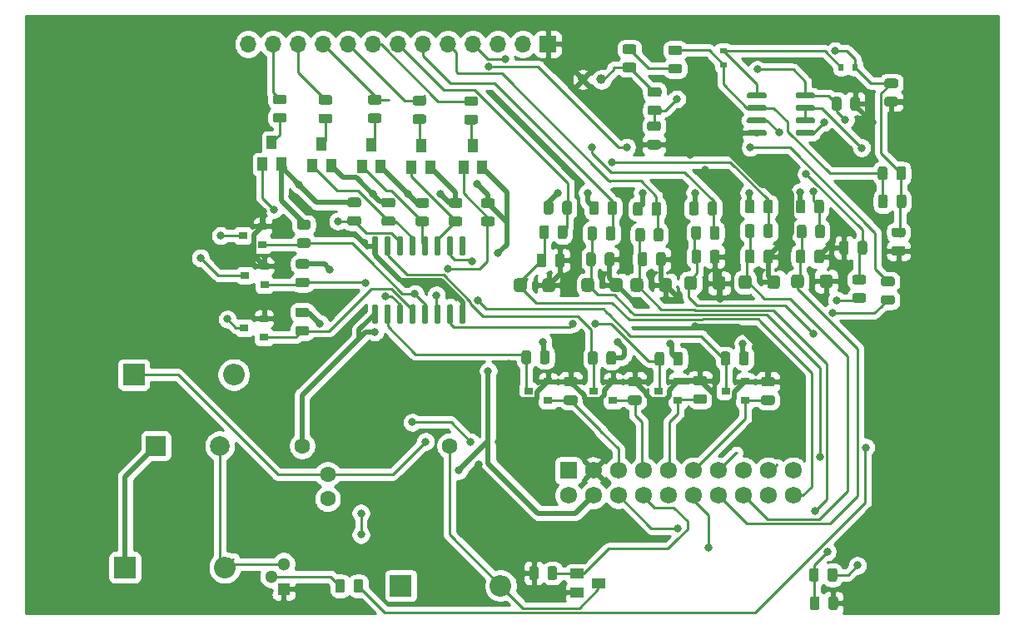
<source format=gbr>
G04 #@! TF.GenerationSoftware,KiCad,Pcbnew,(5.1.6-0-10_14)*
G04 #@! TF.CreationDate,2020-09-03T11:18:50-04:00*
G04 #@! TF.ProjectId,Pufferfish-Interface-2,50756666-6572-4666-9973-682d496e7465,rev?*
G04 #@! TF.SameCoordinates,Original*
G04 #@! TF.FileFunction,Copper,L1,Top*
G04 #@! TF.FilePolarity,Positive*
%FSLAX46Y46*%
G04 Gerber Fmt 4.6, Leading zero omitted, Abs format (unit mm)*
G04 Created by KiCad (PCBNEW (5.1.6-0-10_14)) date 2020-09-03 11:18:50*
%MOMM*%
%LPD*%
G01*
G04 APERTURE LIST*
G04 #@! TA.AperFunction,ComponentPad*
%ADD10C,6.350000*%
G04 #@! TD*
G04 #@! TA.AperFunction,ComponentPad*
%ADD11O,1.700000X1.700000*%
G04 #@! TD*
G04 #@! TA.AperFunction,ComponentPad*
%ADD12R,1.700000X1.700000*%
G04 #@! TD*
G04 #@! TA.AperFunction,ComponentPad*
%ADD13O,2.200000X2.200000*%
G04 #@! TD*
G04 #@! TA.AperFunction,ComponentPad*
%ADD14R,2.200000X2.200000*%
G04 #@! TD*
G04 #@! TA.AperFunction,ComponentPad*
%ADD15R,2.000000X2.000000*%
G04 #@! TD*
G04 #@! TA.AperFunction,ComponentPad*
%ADD16C,2.000000*%
G04 #@! TD*
G04 #@! TA.AperFunction,ComponentPad*
%ADD17C,1.000000*%
G04 #@! TD*
G04 #@! TA.AperFunction,SMDPad,CuDef*
%ADD18R,1.000000X1.400000*%
G04 #@! TD*
G04 #@! TA.AperFunction,ComponentPad*
%ADD19R,1.300000X1.300000*%
G04 #@! TD*
G04 #@! TA.AperFunction,ComponentPad*
%ADD20C,1.300000*%
G04 #@! TD*
G04 #@! TA.AperFunction,SMDPad,CuDef*
%ADD21R,0.600000X0.700000*%
G04 #@! TD*
G04 #@! TA.AperFunction,SMDPad,CuDef*
%ADD22R,0.700000X0.600000*%
G04 #@! TD*
G04 #@! TA.AperFunction,ComponentPad*
%ADD23C,1.725000*%
G04 #@! TD*
G04 #@! TA.AperFunction,ComponentPad*
%ADD24R,1.725000X1.725000*%
G04 #@! TD*
G04 #@! TA.AperFunction,SMDPad,CuDef*
%ADD25R,1.400000X1.000000*%
G04 #@! TD*
G04 #@! TA.AperFunction,SMDPad,CuDef*
%ADD26R,0.900000X0.800000*%
G04 #@! TD*
G04 #@! TA.AperFunction,ComponentPad*
%ADD27C,1.600000*%
G04 #@! TD*
G04 #@! TA.AperFunction,ViaPad*
%ADD28C,0.800000*%
G04 #@! TD*
G04 #@! TA.AperFunction,Conductor*
%ADD29C,0.250000*%
G04 #@! TD*
G04 #@! TA.AperFunction,Conductor*
%ADD30C,0.508000*%
G04 #@! TD*
G04 #@! TA.AperFunction,Conductor*
%ADD31C,0.254000*%
G04 #@! TD*
G04 APERTURE END LIST*
D10*
X76200000Y-49530000D03*
X76200000Y-2540000D03*
X-16510000Y-49530000D03*
X-16510000Y-2540000D03*
D11*
X3020000Y1500000D03*
X5560000Y1500000D03*
X8100000Y1500000D03*
X10640000Y1500000D03*
X13180000Y1500000D03*
X15720000Y1500000D03*
X18260000Y1500000D03*
X20800000Y1500000D03*
X23340000Y1500000D03*
X25880000Y1500000D03*
X28420000Y1500000D03*
X30960000Y1500000D03*
D12*
X33500000Y1500000D03*
D13*
X645380Y-51745980D03*
D14*
X-9514620Y-51745980D03*
G04 #@! TA.AperFunction,SMDPad,CuDef*
G36*
G01*
X39800000Y-23375000D02*
X39800000Y-22625000D01*
G75*
G02*
X40125000Y-22300000I325000J0D01*
G01*
X40775000Y-22300000D01*
G75*
G02*
X41100000Y-22625000I0J-325000D01*
G01*
X41100000Y-23375000D01*
G75*
G02*
X40775000Y-23700000I-325000J0D01*
G01*
X40125000Y-23700000D01*
G75*
G02*
X39800000Y-23375000I0J325000D01*
G01*
G37*
G04 #@! TD.AperFunction*
G04 #@! TA.AperFunction,SMDPad,CuDef*
G36*
G01*
X36900000Y-23375000D02*
X36900000Y-22625000D01*
G75*
G02*
X37225000Y-22300000I325000J0D01*
G01*
X37875000Y-22300000D01*
G75*
G02*
X38200000Y-22625000I0J-325000D01*
G01*
X38200000Y-23375000D01*
G75*
G02*
X37875000Y-23700000I-325000J0D01*
G01*
X37225000Y-23700000D01*
G75*
G02*
X36900000Y-23375000I0J325000D01*
G01*
G37*
G04 #@! TD.AperFunction*
G04 #@! TA.AperFunction,SMDPad,CuDef*
G36*
G01*
X37405000Y-20846250D02*
X37405000Y-19933750D01*
G75*
G02*
X37648750Y-19690000I243750J0D01*
G01*
X38136250Y-19690000D01*
G75*
G02*
X38380000Y-19933750I0J-243750D01*
G01*
X38380000Y-20846250D01*
G75*
G02*
X38136250Y-21090000I-243750J0D01*
G01*
X37648750Y-21090000D01*
G75*
G02*
X37405000Y-20846250I0J243750D01*
G01*
G37*
G04 #@! TD.AperFunction*
G04 #@! TA.AperFunction,SMDPad,CuDef*
G36*
G01*
X39280000Y-20846250D02*
X39280000Y-19933750D01*
G75*
G02*
X39523750Y-19690000I243750J0D01*
G01*
X40011250Y-19690000D01*
G75*
G02*
X40255000Y-19933750I0J-243750D01*
G01*
X40255000Y-20846250D01*
G75*
G02*
X40011250Y-21090000I-243750J0D01*
G01*
X39523750Y-21090000D01*
G75*
G02*
X39280000Y-20846250I0J243750D01*
G01*
G37*
G04 #@! TD.AperFunction*
G04 #@! TA.AperFunction,SMDPad,CuDef*
G36*
G01*
X40375000Y-17303750D02*
X40375000Y-18216250D01*
G75*
G02*
X40131250Y-18460000I-243750J0D01*
G01*
X39643750Y-18460000D01*
G75*
G02*
X39400000Y-18216250I0J243750D01*
G01*
X39400000Y-17303750D01*
G75*
G02*
X39643750Y-17060000I243750J0D01*
G01*
X40131250Y-17060000D01*
G75*
G02*
X40375000Y-17303750I0J-243750D01*
G01*
G37*
G04 #@! TD.AperFunction*
G04 #@! TA.AperFunction,SMDPad,CuDef*
G36*
G01*
X38500000Y-17303750D02*
X38500000Y-18216250D01*
G75*
G02*
X38256250Y-18460000I-243750J0D01*
G01*
X37768750Y-18460000D01*
G75*
G02*
X37525000Y-18216250I0J243750D01*
G01*
X37525000Y-17303750D01*
G75*
G02*
X37768750Y-17060000I243750J0D01*
G01*
X38256250Y-17060000D01*
G75*
G02*
X38500000Y-17303750I0J-243750D01*
G01*
G37*
G04 #@! TD.AperFunction*
G04 #@! TA.AperFunction,SMDPad,CuDef*
G36*
G01*
X37703700Y-15640370D02*
X37703700Y-14727870D01*
G75*
G02*
X37947450Y-14484120I243750J0D01*
G01*
X38434950Y-14484120D01*
G75*
G02*
X38678700Y-14727870I0J-243750D01*
G01*
X38678700Y-15640370D01*
G75*
G02*
X38434950Y-15884120I-243750J0D01*
G01*
X37947450Y-15884120D01*
G75*
G02*
X37703700Y-15640370I0J243750D01*
G01*
G37*
G04 #@! TD.AperFunction*
G04 #@! TA.AperFunction,SMDPad,CuDef*
G36*
G01*
X39578700Y-15640370D02*
X39578700Y-14727870D01*
G75*
G02*
X39822450Y-14484120I243750J0D01*
G01*
X40309950Y-14484120D01*
G75*
G02*
X40553700Y-14727870I0J-243750D01*
G01*
X40553700Y-15640370D01*
G75*
G02*
X40309950Y-15884120I-243750J0D01*
G01*
X39822450Y-15884120D01*
G75*
G02*
X39578700Y-15640370I0J243750D01*
G01*
G37*
G04 #@! TD.AperFunction*
G04 #@! TA.AperFunction,SMDPad,CuDef*
G36*
G01*
X16085960Y-20021780D02*
X15785960Y-20021780D01*
G75*
G02*
X15635960Y-19871780I0J150000D01*
G01*
X15635960Y-18196780D01*
G75*
G02*
X15785960Y-18046780I150000J0D01*
G01*
X16085960Y-18046780D01*
G75*
G02*
X16235960Y-18196780I0J-150000D01*
G01*
X16235960Y-19871780D01*
G75*
G02*
X16085960Y-20021780I-150000J0D01*
G01*
G37*
G04 #@! TD.AperFunction*
G04 #@! TA.AperFunction,SMDPad,CuDef*
G36*
G01*
X17355960Y-20021780D02*
X17055960Y-20021780D01*
G75*
G02*
X16905960Y-19871780I0J150000D01*
G01*
X16905960Y-18196780D01*
G75*
G02*
X17055960Y-18046780I150000J0D01*
G01*
X17355960Y-18046780D01*
G75*
G02*
X17505960Y-18196780I0J-150000D01*
G01*
X17505960Y-19871780D01*
G75*
G02*
X17355960Y-20021780I-150000J0D01*
G01*
G37*
G04 #@! TD.AperFunction*
G04 #@! TA.AperFunction,SMDPad,CuDef*
G36*
G01*
X18625960Y-20021780D02*
X18325960Y-20021780D01*
G75*
G02*
X18175960Y-19871780I0J150000D01*
G01*
X18175960Y-18196780D01*
G75*
G02*
X18325960Y-18046780I150000J0D01*
G01*
X18625960Y-18046780D01*
G75*
G02*
X18775960Y-18196780I0J-150000D01*
G01*
X18775960Y-19871780D01*
G75*
G02*
X18625960Y-20021780I-150000J0D01*
G01*
G37*
G04 #@! TD.AperFunction*
G04 #@! TA.AperFunction,SMDPad,CuDef*
G36*
G01*
X19895960Y-20021780D02*
X19595960Y-20021780D01*
G75*
G02*
X19445960Y-19871780I0J150000D01*
G01*
X19445960Y-18196780D01*
G75*
G02*
X19595960Y-18046780I150000J0D01*
G01*
X19895960Y-18046780D01*
G75*
G02*
X20045960Y-18196780I0J-150000D01*
G01*
X20045960Y-19871780D01*
G75*
G02*
X19895960Y-20021780I-150000J0D01*
G01*
G37*
G04 #@! TD.AperFunction*
G04 #@! TA.AperFunction,SMDPad,CuDef*
G36*
G01*
X21165960Y-20021780D02*
X20865960Y-20021780D01*
G75*
G02*
X20715960Y-19871780I0J150000D01*
G01*
X20715960Y-18196780D01*
G75*
G02*
X20865960Y-18046780I150000J0D01*
G01*
X21165960Y-18046780D01*
G75*
G02*
X21315960Y-18196780I0J-150000D01*
G01*
X21315960Y-19871780D01*
G75*
G02*
X21165960Y-20021780I-150000J0D01*
G01*
G37*
G04 #@! TD.AperFunction*
G04 #@! TA.AperFunction,SMDPad,CuDef*
G36*
G01*
X22435960Y-20021780D02*
X22135960Y-20021780D01*
G75*
G02*
X21985960Y-19871780I0J150000D01*
G01*
X21985960Y-18196780D01*
G75*
G02*
X22135960Y-18046780I150000J0D01*
G01*
X22435960Y-18046780D01*
G75*
G02*
X22585960Y-18196780I0J-150000D01*
G01*
X22585960Y-19871780D01*
G75*
G02*
X22435960Y-20021780I-150000J0D01*
G01*
G37*
G04 #@! TD.AperFunction*
G04 #@! TA.AperFunction,SMDPad,CuDef*
G36*
G01*
X23705960Y-20021780D02*
X23405960Y-20021780D01*
G75*
G02*
X23255960Y-19871780I0J150000D01*
G01*
X23255960Y-18196780D01*
G75*
G02*
X23405960Y-18046780I150000J0D01*
G01*
X23705960Y-18046780D01*
G75*
G02*
X23855960Y-18196780I0J-150000D01*
G01*
X23855960Y-19871780D01*
G75*
G02*
X23705960Y-20021780I-150000J0D01*
G01*
G37*
G04 #@! TD.AperFunction*
G04 #@! TA.AperFunction,SMDPad,CuDef*
G36*
G01*
X24975960Y-20021780D02*
X24675960Y-20021780D01*
G75*
G02*
X24525960Y-19871780I0J150000D01*
G01*
X24525960Y-18196780D01*
G75*
G02*
X24675960Y-18046780I150000J0D01*
G01*
X24975960Y-18046780D01*
G75*
G02*
X25125960Y-18196780I0J-150000D01*
G01*
X25125960Y-19871780D01*
G75*
G02*
X24975960Y-20021780I-150000J0D01*
G01*
G37*
G04 #@! TD.AperFunction*
G04 #@! TA.AperFunction,SMDPad,CuDef*
G36*
G01*
X24975960Y-26946780D02*
X24675960Y-26946780D01*
G75*
G02*
X24525960Y-26796780I0J150000D01*
G01*
X24525960Y-25121780D01*
G75*
G02*
X24675960Y-24971780I150000J0D01*
G01*
X24975960Y-24971780D01*
G75*
G02*
X25125960Y-25121780I0J-150000D01*
G01*
X25125960Y-26796780D01*
G75*
G02*
X24975960Y-26946780I-150000J0D01*
G01*
G37*
G04 #@! TD.AperFunction*
G04 #@! TA.AperFunction,SMDPad,CuDef*
G36*
G01*
X23705960Y-26946780D02*
X23405960Y-26946780D01*
G75*
G02*
X23255960Y-26796780I0J150000D01*
G01*
X23255960Y-25121780D01*
G75*
G02*
X23405960Y-24971780I150000J0D01*
G01*
X23705960Y-24971780D01*
G75*
G02*
X23855960Y-25121780I0J-150000D01*
G01*
X23855960Y-26796780D01*
G75*
G02*
X23705960Y-26946780I-150000J0D01*
G01*
G37*
G04 #@! TD.AperFunction*
G04 #@! TA.AperFunction,SMDPad,CuDef*
G36*
G01*
X22435960Y-26946780D02*
X22135960Y-26946780D01*
G75*
G02*
X21985960Y-26796780I0J150000D01*
G01*
X21985960Y-25121780D01*
G75*
G02*
X22135960Y-24971780I150000J0D01*
G01*
X22435960Y-24971780D01*
G75*
G02*
X22585960Y-25121780I0J-150000D01*
G01*
X22585960Y-26796780D01*
G75*
G02*
X22435960Y-26946780I-150000J0D01*
G01*
G37*
G04 #@! TD.AperFunction*
G04 #@! TA.AperFunction,SMDPad,CuDef*
G36*
G01*
X21165960Y-26946780D02*
X20865960Y-26946780D01*
G75*
G02*
X20715960Y-26796780I0J150000D01*
G01*
X20715960Y-25121780D01*
G75*
G02*
X20865960Y-24971780I150000J0D01*
G01*
X21165960Y-24971780D01*
G75*
G02*
X21315960Y-25121780I0J-150000D01*
G01*
X21315960Y-26796780D01*
G75*
G02*
X21165960Y-26946780I-150000J0D01*
G01*
G37*
G04 #@! TD.AperFunction*
G04 #@! TA.AperFunction,SMDPad,CuDef*
G36*
G01*
X19895960Y-26946780D02*
X19595960Y-26946780D01*
G75*
G02*
X19445960Y-26796780I0J150000D01*
G01*
X19445960Y-25121780D01*
G75*
G02*
X19595960Y-24971780I150000J0D01*
G01*
X19895960Y-24971780D01*
G75*
G02*
X20045960Y-25121780I0J-150000D01*
G01*
X20045960Y-26796780D01*
G75*
G02*
X19895960Y-26946780I-150000J0D01*
G01*
G37*
G04 #@! TD.AperFunction*
G04 #@! TA.AperFunction,SMDPad,CuDef*
G36*
G01*
X18625960Y-26946780D02*
X18325960Y-26946780D01*
G75*
G02*
X18175960Y-26796780I0J150000D01*
G01*
X18175960Y-25121780D01*
G75*
G02*
X18325960Y-24971780I150000J0D01*
G01*
X18625960Y-24971780D01*
G75*
G02*
X18775960Y-25121780I0J-150000D01*
G01*
X18775960Y-26796780D01*
G75*
G02*
X18625960Y-26946780I-150000J0D01*
G01*
G37*
G04 #@! TD.AperFunction*
G04 #@! TA.AperFunction,SMDPad,CuDef*
G36*
G01*
X17355960Y-26946780D02*
X17055960Y-26946780D01*
G75*
G02*
X16905960Y-26796780I0J150000D01*
G01*
X16905960Y-25121780D01*
G75*
G02*
X17055960Y-24971780I150000J0D01*
G01*
X17355960Y-24971780D01*
G75*
G02*
X17505960Y-25121780I0J-150000D01*
G01*
X17505960Y-26796780D01*
G75*
G02*
X17355960Y-26946780I-150000J0D01*
G01*
G37*
G04 #@! TD.AperFunction*
G04 #@! TA.AperFunction,SMDPad,CuDef*
G36*
G01*
X16085960Y-26946780D02*
X15785960Y-26946780D01*
G75*
G02*
X15635960Y-26796780I0J150000D01*
G01*
X15635960Y-25121780D01*
G75*
G02*
X15785960Y-24971780I150000J0D01*
G01*
X16085960Y-24971780D01*
G75*
G02*
X16235960Y-25121780I0J-150000D01*
G01*
X16235960Y-26796780D01*
G75*
G02*
X16085960Y-26946780I-150000J0D01*
G01*
G37*
G04 #@! TD.AperFunction*
G04 #@! TA.AperFunction,SMDPad,CuDef*
G36*
G01*
X33610000Y-17173750D02*
X33610000Y-18086250D01*
G75*
G02*
X33366250Y-18330000I-243750J0D01*
G01*
X32878750Y-18330000D01*
G75*
G02*
X32635000Y-18086250I0J243750D01*
G01*
X32635000Y-17173750D01*
G75*
G02*
X32878750Y-16930000I243750J0D01*
G01*
X33366250Y-16930000D01*
G75*
G02*
X33610000Y-17173750I0J-243750D01*
G01*
G37*
G04 #@! TD.AperFunction*
G04 #@! TA.AperFunction,SMDPad,CuDef*
G36*
G01*
X35485000Y-17173750D02*
X35485000Y-18086250D01*
G75*
G02*
X35241250Y-18330000I-243750J0D01*
G01*
X34753750Y-18330000D01*
G75*
G02*
X34510000Y-18086250I0J243750D01*
G01*
X34510000Y-17173750D01*
G75*
G02*
X34753750Y-16930000I243750J0D01*
G01*
X35241250Y-16930000D01*
G75*
G02*
X35485000Y-17173750I0J-243750D01*
G01*
G37*
G04 #@! TD.AperFunction*
G04 #@! TA.AperFunction,SMDPad,CuDef*
G36*
G01*
X34957500Y-15596250D02*
X34957500Y-14683750D01*
G75*
G02*
X35201250Y-14440000I243750J0D01*
G01*
X35688750Y-14440000D01*
G75*
G02*
X35932500Y-14683750I0J-243750D01*
G01*
X35932500Y-15596250D01*
G75*
G02*
X35688750Y-15840000I-243750J0D01*
G01*
X35201250Y-15840000D01*
G75*
G02*
X34957500Y-15596250I0J243750D01*
G01*
G37*
G04 #@! TD.AperFunction*
G04 #@! TA.AperFunction,SMDPad,CuDef*
G36*
G01*
X33082500Y-15596250D02*
X33082500Y-14683750D01*
G75*
G02*
X33326250Y-14440000I243750J0D01*
G01*
X33813750Y-14440000D01*
G75*
G02*
X34057500Y-14683750I0J-243750D01*
G01*
X34057500Y-15596250D01*
G75*
G02*
X33813750Y-15840000I-243750J0D01*
G01*
X33326250Y-15840000D01*
G75*
G02*
X33082500Y-15596250I0J243750D01*
G01*
G37*
G04 #@! TD.AperFunction*
G04 #@! TA.AperFunction,SMDPad,CuDef*
G36*
G01*
X67623750Y-24040000D02*
X68536250Y-24040000D01*
G75*
G02*
X68780000Y-24283750I0J-243750D01*
G01*
X68780000Y-24771250D01*
G75*
G02*
X68536250Y-25015000I-243750J0D01*
G01*
X67623750Y-25015000D01*
G75*
G02*
X67380000Y-24771250I0J243750D01*
G01*
X67380000Y-24283750D01*
G75*
G02*
X67623750Y-24040000I243750J0D01*
G01*
G37*
G04 #@! TD.AperFunction*
G04 #@! TA.AperFunction,SMDPad,CuDef*
G36*
G01*
X67623750Y-22165000D02*
X68536250Y-22165000D01*
G75*
G02*
X68780000Y-22408750I0J-243750D01*
G01*
X68780000Y-22896250D01*
G75*
G02*
X68536250Y-23140000I-243750J0D01*
G01*
X67623750Y-23140000D01*
G75*
G02*
X67380000Y-22896250I0J243750D01*
G01*
X67380000Y-22408750D01*
G75*
G02*
X67623750Y-22165000I243750J0D01*
G01*
G37*
G04 #@! TD.AperFunction*
G04 #@! TA.AperFunction,SMDPad,CuDef*
G36*
G01*
X5774370Y-5504360D02*
X6686870Y-5504360D01*
G75*
G02*
X6930620Y-5748110I0J-243750D01*
G01*
X6930620Y-6235610D01*
G75*
G02*
X6686870Y-6479360I-243750J0D01*
G01*
X5774370Y-6479360D01*
G75*
G02*
X5530620Y-6235610I0J243750D01*
G01*
X5530620Y-5748110D01*
G75*
G02*
X5774370Y-5504360I243750J0D01*
G01*
G37*
G04 #@! TD.AperFunction*
G04 #@! TA.AperFunction,SMDPad,CuDef*
G36*
G01*
X5774370Y-3629360D02*
X6686870Y-3629360D01*
G75*
G02*
X6930620Y-3873110I0J-243750D01*
G01*
X6930620Y-4360610D01*
G75*
G02*
X6686870Y-4604360I-243750J0D01*
G01*
X5774370Y-4604360D01*
G75*
G02*
X5530620Y-4360610I0J243750D01*
G01*
X5530620Y-3873110D01*
G75*
G02*
X5774370Y-3629360I243750J0D01*
G01*
G37*
G04 #@! TD.AperFunction*
G04 #@! TA.AperFunction,SMDPad,CuDef*
G36*
G01*
X30040000Y-23395000D02*
X30040000Y-22645000D01*
G75*
G02*
X30365000Y-22320000I325000J0D01*
G01*
X31015000Y-22320000D01*
G75*
G02*
X31340000Y-22645000I0J-325000D01*
G01*
X31340000Y-23395000D01*
G75*
G02*
X31015000Y-23720000I-325000J0D01*
G01*
X30365000Y-23720000D01*
G75*
G02*
X30040000Y-23395000I0J325000D01*
G01*
G37*
G04 #@! TD.AperFunction*
G04 #@! TA.AperFunction,SMDPad,CuDef*
G36*
G01*
X32940000Y-23395000D02*
X32940000Y-22645000D01*
G75*
G02*
X33265000Y-22320000I325000J0D01*
G01*
X33915000Y-22320000D01*
G75*
G02*
X34240000Y-22645000I0J-325000D01*
G01*
X34240000Y-23395000D01*
G75*
G02*
X33915000Y-23720000I-325000J0D01*
G01*
X33265000Y-23720000D01*
G75*
G02*
X32940000Y-23395000I0J325000D01*
G01*
G37*
G04 #@! TD.AperFunction*
G04 #@! TA.AperFunction,SMDPad,CuDef*
G36*
G01*
X34235480Y-20957750D02*
X34235480Y-20045250D01*
G75*
G02*
X34479230Y-19801500I243750J0D01*
G01*
X34966730Y-19801500D01*
G75*
G02*
X35210480Y-20045250I0J-243750D01*
G01*
X35210480Y-20957750D01*
G75*
G02*
X34966730Y-21201500I-243750J0D01*
G01*
X34479230Y-21201500D01*
G75*
G02*
X34235480Y-20957750I0J243750D01*
G01*
G37*
G04 #@! TD.AperFunction*
G04 #@! TA.AperFunction,SMDPad,CuDef*
G36*
G01*
X32360480Y-20957750D02*
X32360480Y-20045250D01*
G75*
G02*
X32604230Y-19801500I243750J0D01*
G01*
X33091730Y-19801500D01*
G75*
G02*
X33335480Y-20045250I0J-243750D01*
G01*
X33335480Y-20957750D01*
G75*
G02*
X33091730Y-21201500I-243750J0D01*
G01*
X32604230Y-21201500D01*
G75*
G02*
X32360480Y-20957750I0J243750D01*
G01*
G37*
G04 #@! TD.AperFunction*
D15*
X-6370000Y-39370000D03*
D16*
X130000Y-39370000D03*
D17*
X37050000Y-2100000D03*
X38950000Y-2100000D03*
G04 #@! TA.AperFunction,SMDPad,CuDef*
G36*
G01*
X58720000Y-3885000D02*
X58720000Y-3585000D01*
G75*
G02*
X58870000Y-3435000I150000J0D01*
G01*
X60520000Y-3435000D01*
G75*
G02*
X60670000Y-3585000I0J-150000D01*
G01*
X60670000Y-3885000D01*
G75*
G02*
X60520000Y-4035000I-150000J0D01*
G01*
X58870000Y-4035000D01*
G75*
G02*
X58720000Y-3885000I0J150000D01*
G01*
G37*
G04 #@! TD.AperFunction*
G04 #@! TA.AperFunction,SMDPad,CuDef*
G36*
G01*
X58720000Y-5155000D02*
X58720000Y-4855000D01*
G75*
G02*
X58870000Y-4705000I150000J0D01*
G01*
X60520000Y-4705000D01*
G75*
G02*
X60670000Y-4855000I0J-150000D01*
G01*
X60670000Y-5155000D01*
G75*
G02*
X60520000Y-5305000I-150000J0D01*
G01*
X58870000Y-5305000D01*
G75*
G02*
X58720000Y-5155000I0J150000D01*
G01*
G37*
G04 #@! TD.AperFunction*
G04 #@! TA.AperFunction,SMDPad,CuDef*
G36*
G01*
X58720000Y-6425000D02*
X58720000Y-6125000D01*
G75*
G02*
X58870000Y-5975000I150000J0D01*
G01*
X60520000Y-5975000D01*
G75*
G02*
X60670000Y-6125000I0J-150000D01*
G01*
X60670000Y-6425000D01*
G75*
G02*
X60520000Y-6575000I-150000J0D01*
G01*
X58870000Y-6575000D01*
G75*
G02*
X58720000Y-6425000I0J150000D01*
G01*
G37*
G04 #@! TD.AperFunction*
G04 #@! TA.AperFunction,SMDPad,CuDef*
G36*
G01*
X58720000Y-7695000D02*
X58720000Y-7395000D01*
G75*
G02*
X58870000Y-7245000I150000J0D01*
G01*
X60520000Y-7245000D01*
G75*
G02*
X60670000Y-7395000I0J-150000D01*
G01*
X60670000Y-7695000D01*
G75*
G02*
X60520000Y-7845000I-150000J0D01*
G01*
X58870000Y-7845000D01*
G75*
G02*
X58720000Y-7695000I0J150000D01*
G01*
G37*
G04 #@! TD.AperFunction*
G04 #@! TA.AperFunction,SMDPad,CuDef*
G36*
G01*
X53770000Y-7695000D02*
X53770000Y-7395000D01*
G75*
G02*
X53920000Y-7245000I150000J0D01*
G01*
X55570000Y-7245000D01*
G75*
G02*
X55720000Y-7395000I0J-150000D01*
G01*
X55720000Y-7695000D01*
G75*
G02*
X55570000Y-7845000I-150000J0D01*
G01*
X53920000Y-7845000D01*
G75*
G02*
X53770000Y-7695000I0J150000D01*
G01*
G37*
G04 #@! TD.AperFunction*
G04 #@! TA.AperFunction,SMDPad,CuDef*
G36*
G01*
X53770000Y-6425000D02*
X53770000Y-6125000D01*
G75*
G02*
X53920000Y-5975000I150000J0D01*
G01*
X55570000Y-5975000D01*
G75*
G02*
X55720000Y-6125000I0J-150000D01*
G01*
X55720000Y-6425000D01*
G75*
G02*
X55570000Y-6575000I-150000J0D01*
G01*
X53920000Y-6575000D01*
G75*
G02*
X53770000Y-6425000I0J150000D01*
G01*
G37*
G04 #@! TD.AperFunction*
G04 #@! TA.AperFunction,SMDPad,CuDef*
G36*
G01*
X53770000Y-5155000D02*
X53770000Y-4855000D01*
G75*
G02*
X53920000Y-4705000I150000J0D01*
G01*
X55570000Y-4705000D01*
G75*
G02*
X55720000Y-4855000I0J-150000D01*
G01*
X55720000Y-5155000D01*
G75*
G02*
X55570000Y-5305000I-150000J0D01*
G01*
X53920000Y-5305000D01*
G75*
G02*
X53770000Y-5155000I0J150000D01*
G01*
G37*
G04 #@! TD.AperFunction*
G04 #@! TA.AperFunction,SMDPad,CuDef*
G36*
G01*
X53770000Y-3885000D02*
X53770000Y-3585000D01*
G75*
G02*
X53920000Y-3435000I150000J0D01*
G01*
X55570000Y-3435000D01*
G75*
G02*
X55720000Y-3585000I0J-150000D01*
G01*
X55720000Y-3885000D01*
G75*
G02*
X55570000Y-4035000I-150000J0D01*
G01*
X53920000Y-4035000D01*
G75*
G02*
X53770000Y-3885000I0J150000D01*
G01*
G37*
G04 #@! TD.AperFunction*
G04 #@! TA.AperFunction,SMDPad,CuDef*
G36*
G01*
X13742500Y-54086250D02*
X13742500Y-53173750D01*
G75*
G02*
X13986250Y-52930000I243750J0D01*
G01*
X14473750Y-52930000D01*
G75*
G02*
X14717500Y-53173750I0J-243750D01*
G01*
X14717500Y-54086250D01*
G75*
G02*
X14473750Y-54330000I-243750J0D01*
G01*
X13986250Y-54330000D01*
G75*
G02*
X13742500Y-54086250I0J243750D01*
G01*
G37*
G04 #@! TD.AperFunction*
G04 #@! TA.AperFunction,SMDPad,CuDef*
G36*
G01*
X11867500Y-54086250D02*
X11867500Y-53173750D01*
G75*
G02*
X12111250Y-52930000I243750J0D01*
G01*
X12598750Y-52930000D01*
G75*
G02*
X12842500Y-53173750I0J-243750D01*
G01*
X12842500Y-54086250D01*
G75*
G02*
X12598750Y-54330000I-243750J0D01*
G01*
X12111250Y-54330000D01*
G75*
G02*
X11867500Y-54086250I0J243750D01*
G01*
G37*
G04 #@! TD.AperFunction*
G04 #@! TA.AperFunction,SMDPad,CuDef*
G36*
G01*
X8215310Y-18260720D02*
X9127810Y-18260720D01*
G75*
G02*
X9371560Y-18504470I0J-243750D01*
G01*
X9371560Y-18991970D01*
G75*
G02*
X9127810Y-19235720I-243750J0D01*
G01*
X8215310Y-19235720D01*
G75*
G02*
X7971560Y-18991970I0J243750D01*
G01*
X7971560Y-18504470D01*
G75*
G02*
X8215310Y-18260720I243750J0D01*
G01*
G37*
G04 #@! TD.AperFunction*
G04 #@! TA.AperFunction,SMDPad,CuDef*
G36*
G01*
X8215310Y-16385720D02*
X9127810Y-16385720D01*
G75*
G02*
X9371560Y-16629470I0J-243750D01*
G01*
X9371560Y-17116970D01*
G75*
G02*
X9127810Y-17360720I-243750J0D01*
G01*
X8215310Y-17360720D01*
G75*
G02*
X7971560Y-17116970I0J243750D01*
G01*
X7971560Y-16629470D01*
G75*
G02*
X8215310Y-16385720I243750J0D01*
G01*
G37*
G04 #@! TD.AperFunction*
G04 #@! TA.AperFunction,SMDPad,CuDef*
G36*
G01*
X16838610Y-16020200D02*
X17751110Y-16020200D01*
G75*
G02*
X17994860Y-16263950I0J-243750D01*
G01*
X17994860Y-16751450D01*
G75*
G02*
X17751110Y-16995200I-243750J0D01*
G01*
X16838610Y-16995200D01*
G75*
G02*
X16594860Y-16751450I0J243750D01*
G01*
X16594860Y-16263950D01*
G75*
G02*
X16838610Y-16020200I243750J0D01*
G01*
G37*
G04 #@! TD.AperFunction*
G04 #@! TA.AperFunction,SMDPad,CuDef*
G36*
G01*
X16838610Y-14145200D02*
X17751110Y-14145200D01*
G75*
G02*
X17994860Y-14388950I0J-243750D01*
G01*
X17994860Y-14876450D01*
G75*
G02*
X17751110Y-15120200I-243750J0D01*
G01*
X16838610Y-15120200D01*
G75*
G02*
X16594860Y-14876450I0J243750D01*
G01*
X16594860Y-14388950D01*
G75*
G02*
X16838610Y-14145200I243750J0D01*
G01*
G37*
G04 #@! TD.AperFunction*
G04 #@! TA.AperFunction,SMDPad,CuDef*
G36*
G01*
X8083230Y-22258440D02*
X8995730Y-22258440D01*
G75*
G02*
X9239480Y-22502190I0J-243750D01*
G01*
X9239480Y-22989690D01*
G75*
G02*
X8995730Y-23233440I-243750J0D01*
G01*
X8083230Y-23233440D01*
G75*
G02*
X7839480Y-22989690I0J243750D01*
G01*
X7839480Y-22502190D01*
G75*
G02*
X8083230Y-22258440I243750J0D01*
G01*
G37*
G04 #@! TD.AperFunction*
G04 #@! TA.AperFunction,SMDPad,CuDef*
G36*
G01*
X8083230Y-20383440D02*
X8995730Y-20383440D01*
G75*
G02*
X9239480Y-20627190I0J-243750D01*
G01*
X9239480Y-21114690D01*
G75*
G02*
X8995730Y-21358440I-243750J0D01*
G01*
X8083230Y-21358440D01*
G75*
G02*
X7839480Y-21114690I0J243750D01*
G01*
X7839480Y-20627190D01*
G75*
G02*
X8083230Y-20383440I243750J0D01*
G01*
G37*
G04 #@! TD.AperFunction*
G04 #@! TA.AperFunction,SMDPad,CuDef*
G36*
G01*
X23648350Y-16045600D02*
X24560850Y-16045600D01*
G75*
G02*
X24804600Y-16289350I0J-243750D01*
G01*
X24804600Y-16776850D01*
G75*
G02*
X24560850Y-17020600I-243750J0D01*
G01*
X23648350Y-17020600D01*
G75*
G02*
X23404600Y-16776850I0J243750D01*
G01*
X23404600Y-16289350D01*
G75*
G02*
X23648350Y-16045600I243750J0D01*
G01*
G37*
G04 #@! TD.AperFunction*
G04 #@! TA.AperFunction,SMDPad,CuDef*
G36*
G01*
X23648350Y-14170600D02*
X24560850Y-14170600D01*
G75*
G02*
X24804600Y-14414350I0J-243750D01*
G01*
X24804600Y-14901850D01*
G75*
G02*
X24560850Y-15145600I-243750J0D01*
G01*
X23648350Y-15145600D01*
G75*
G02*
X23404600Y-14901850I0J243750D01*
G01*
X23404600Y-14414350D01*
G75*
G02*
X23648350Y-14170600I243750J0D01*
G01*
G37*
G04 #@! TD.AperFunction*
G04 #@! TA.AperFunction,SMDPad,CuDef*
G36*
G01*
X62027500Y-55836250D02*
X62027500Y-54923750D01*
G75*
G02*
X62271250Y-54680000I243750J0D01*
G01*
X62758750Y-54680000D01*
G75*
G02*
X63002500Y-54923750I0J-243750D01*
G01*
X63002500Y-55836250D01*
G75*
G02*
X62758750Y-56080000I-243750J0D01*
G01*
X62271250Y-56080000D01*
G75*
G02*
X62027500Y-55836250I0J243750D01*
G01*
G37*
G04 #@! TD.AperFunction*
G04 #@! TA.AperFunction,SMDPad,CuDef*
G36*
G01*
X60152500Y-55836250D02*
X60152500Y-54923750D01*
G75*
G02*
X60396250Y-54680000I243750J0D01*
G01*
X60883750Y-54680000D01*
G75*
G02*
X61127500Y-54923750I0J-243750D01*
G01*
X61127500Y-55836250D01*
G75*
G02*
X60883750Y-56080000I-243750J0D01*
G01*
X60396250Y-56080000D01*
G75*
G02*
X60152500Y-55836250I0J243750D01*
G01*
G37*
G04 #@! TD.AperFunction*
G04 #@! TA.AperFunction,SMDPad,CuDef*
G36*
G01*
X61047500Y-52043750D02*
X61047500Y-52956250D01*
G75*
G02*
X60803750Y-53200000I-243750J0D01*
G01*
X60316250Y-53200000D01*
G75*
G02*
X60072500Y-52956250I0J243750D01*
G01*
X60072500Y-52043750D01*
G75*
G02*
X60316250Y-51800000I243750J0D01*
G01*
X60803750Y-51800000D01*
G75*
G02*
X61047500Y-52043750I0J-243750D01*
G01*
G37*
G04 #@! TD.AperFunction*
G04 #@! TA.AperFunction,SMDPad,CuDef*
G36*
G01*
X62922500Y-52043750D02*
X62922500Y-52956250D01*
G75*
G02*
X62678750Y-53200000I-243750J0D01*
G01*
X62191250Y-53200000D01*
G75*
G02*
X61947500Y-52956250I0J243750D01*
G01*
X61947500Y-52043750D01*
G75*
G02*
X62191250Y-51800000I243750J0D01*
G01*
X62678750Y-51800000D01*
G75*
G02*
X62922500Y-52043750I0J-243750D01*
G01*
G37*
G04 #@! TD.AperFunction*
G04 #@! TA.AperFunction,SMDPad,CuDef*
G36*
G01*
X68703750Y-19050000D02*
X69616250Y-19050000D01*
G75*
G02*
X69860000Y-19293750I0J-243750D01*
G01*
X69860000Y-19781250D01*
G75*
G02*
X69616250Y-20025000I-243750J0D01*
G01*
X68703750Y-20025000D01*
G75*
G02*
X68460000Y-19781250I0J243750D01*
G01*
X68460000Y-19293750D01*
G75*
G02*
X68703750Y-19050000I243750J0D01*
G01*
G37*
G04 #@! TD.AperFunction*
G04 #@! TA.AperFunction,SMDPad,CuDef*
G36*
G01*
X68703750Y-17175000D02*
X69616250Y-17175000D01*
G75*
G02*
X69860000Y-17418750I0J-243750D01*
G01*
X69860000Y-17906250D01*
G75*
G02*
X69616250Y-18150000I-243750J0D01*
G01*
X68703750Y-18150000D01*
G75*
G02*
X68460000Y-17906250I0J243750D01*
G01*
X68460000Y-17418750D01*
G75*
G02*
X68703750Y-17175000I243750J0D01*
G01*
G37*
G04 #@! TD.AperFunction*
G04 #@! TA.AperFunction,SMDPad,CuDef*
G36*
G01*
X68932500Y-12096250D02*
X68932500Y-11183750D01*
G75*
G02*
X69176250Y-10940000I243750J0D01*
G01*
X69663750Y-10940000D01*
G75*
G02*
X69907500Y-11183750I0J-243750D01*
G01*
X69907500Y-12096250D01*
G75*
G02*
X69663750Y-12340000I-243750J0D01*
G01*
X69176250Y-12340000D01*
G75*
G02*
X68932500Y-12096250I0J243750D01*
G01*
G37*
G04 #@! TD.AperFunction*
G04 #@! TA.AperFunction,SMDPad,CuDef*
G36*
G01*
X67057500Y-12096250D02*
X67057500Y-11183750D01*
G75*
G02*
X67301250Y-10940000I243750J0D01*
G01*
X67788750Y-10940000D01*
G75*
G02*
X68032500Y-11183750I0J-243750D01*
G01*
X68032500Y-12096250D01*
G75*
G02*
X67788750Y-12340000I-243750J0D01*
G01*
X67301250Y-12340000D01*
G75*
G02*
X67057500Y-12096250I0J243750D01*
G01*
G37*
G04 #@! TD.AperFunction*
G04 #@! TA.AperFunction,SMDPad,CuDef*
G36*
G01*
X64100000Y-18763750D02*
X64100000Y-19676250D01*
G75*
G02*
X63856250Y-19920000I-243750J0D01*
G01*
X63368750Y-19920000D01*
G75*
G02*
X63125000Y-19676250I0J243750D01*
G01*
X63125000Y-18763750D01*
G75*
G02*
X63368750Y-18520000I243750J0D01*
G01*
X63856250Y-18520000D01*
G75*
G02*
X64100000Y-18763750I0J-243750D01*
G01*
G37*
G04 #@! TD.AperFunction*
G04 #@! TA.AperFunction,SMDPad,CuDef*
G36*
G01*
X65975000Y-18763750D02*
X65975000Y-19676250D01*
G75*
G02*
X65731250Y-19920000I-243750J0D01*
G01*
X65243750Y-19920000D01*
G75*
G02*
X65000000Y-19676250I0J243750D01*
G01*
X65000000Y-18763750D01*
G75*
G02*
X65243750Y-18520000I243750J0D01*
G01*
X65731250Y-18520000D01*
G75*
G02*
X65975000Y-18763750I0J-243750D01*
G01*
G37*
G04 #@! TD.AperFunction*
G04 #@! TA.AperFunction,SMDPad,CuDef*
G36*
G01*
X65616250Y-22940000D02*
X64703750Y-22940000D01*
G75*
G02*
X64460000Y-22696250I0J243750D01*
G01*
X64460000Y-22208750D01*
G75*
G02*
X64703750Y-21965000I243750J0D01*
G01*
X65616250Y-21965000D01*
G75*
G02*
X65860000Y-22208750I0J-243750D01*
G01*
X65860000Y-22696250D01*
G75*
G02*
X65616250Y-22940000I-243750J0D01*
G01*
G37*
G04 #@! TD.AperFunction*
G04 #@! TA.AperFunction,SMDPad,CuDef*
G36*
G01*
X65616250Y-24815000D02*
X64703750Y-24815000D01*
G75*
G02*
X64460000Y-24571250I0J243750D01*
G01*
X64460000Y-24083750D01*
G75*
G02*
X64703750Y-23840000I243750J0D01*
G01*
X65616250Y-23840000D01*
G75*
G02*
X65860000Y-24083750I0J-243750D01*
G01*
X65860000Y-24571250D01*
G75*
G02*
X65616250Y-24815000I-243750J0D01*
G01*
G37*
G04 #@! TD.AperFunction*
G04 #@! TA.AperFunction,SMDPad,CuDef*
G36*
G01*
X46896250Y390000D02*
X45983750Y390000D01*
G75*
G02*
X45740000Y633750I0J243750D01*
G01*
X45740000Y1121250D01*
G75*
G02*
X45983750Y1365000I243750J0D01*
G01*
X46896250Y1365000D01*
G75*
G02*
X47140000Y1121250I0J-243750D01*
G01*
X47140000Y633750D01*
G75*
G02*
X46896250Y390000I-243750J0D01*
G01*
G37*
G04 #@! TD.AperFunction*
G04 #@! TA.AperFunction,SMDPad,CuDef*
G36*
G01*
X46896250Y-1485000D02*
X45983750Y-1485000D01*
G75*
G02*
X45740000Y-1241250I0J243750D01*
G01*
X45740000Y-753750D01*
G75*
G02*
X45983750Y-510000I243750J0D01*
G01*
X46896250Y-510000D01*
G75*
G02*
X47140000Y-753750I0J-243750D01*
G01*
X47140000Y-1241250D01*
G75*
G02*
X46896250Y-1485000I-243750J0D01*
G01*
G37*
G04 #@! TD.AperFunction*
G04 #@! TA.AperFunction,SMDPad,CuDef*
G36*
G01*
X44807430Y-3860000D02*
X43894930Y-3860000D01*
G75*
G02*
X43651180Y-3616250I0J243750D01*
G01*
X43651180Y-3128750D01*
G75*
G02*
X43894930Y-2885000I243750J0D01*
G01*
X44807430Y-2885000D01*
G75*
G02*
X45051180Y-3128750I0J-243750D01*
G01*
X45051180Y-3616250D01*
G75*
G02*
X44807430Y-3860000I-243750J0D01*
G01*
G37*
G04 #@! TD.AperFunction*
G04 #@! TA.AperFunction,SMDPad,CuDef*
G36*
G01*
X44807430Y-5735000D02*
X43894930Y-5735000D01*
G75*
G02*
X43651180Y-5491250I0J243750D01*
G01*
X43651180Y-5003750D01*
G75*
G02*
X43894930Y-4760000I243750J0D01*
G01*
X44807430Y-4760000D01*
G75*
G02*
X45051180Y-5003750I0J-243750D01*
G01*
X45051180Y-5491250D01*
G75*
G02*
X44807430Y-5735000I-243750J0D01*
G01*
G37*
G04 #@! TD.AperFunction*
G04 #@! TA.AperFunction,SMDPad,CuDef*
G36*
G01*
X64260000Y-5026250D02*
X64260000Y-4113750D01*
G75*
G02*
X64503750Y-3870000I243750J0D01*
G01*
X64991250Y-3870000D01*
G75*
G02*
X65235000Y-4113750I0J-243750D01*
G01*
X65235000Y-5026250D01*
G75*
G02*
X64991250Y-5270000I-243750J0D01*
G01*
X64503750Y-5270000D01*
G75*
G02*
X64260000Y-5026250I0J243750D01*
G01*
G37*
G04 #@! TD.AperFunction*
G04 #@! TA.AperFunction,SMDPad,CuDef*
G36*
G01*
X62385000Y-5026250D02*
X62385000Y-4113750D01*
G75*
G02*
X62628750Y-3870000I243750J0D01*
G01*
X63116250Y-3870000D01*
G75*
G02*
X63360000Y-4113750I0J-243750D01*
G01*
X63360000Y-5026250D01*
G75*
G02*
X63116250Y-5270000I-243750J0D01*
G01*
X62628750Y-5270000D01*
G75*
G02*
X62385000Y-5026250I0J243750D01*
G01*
G37*
G04 #@! TD.AperFunction*
G04 #@! TA.AperFunction,SMDPad,CuDef*
G36*
G01*
X13348650Y-15992260D02*
X14261150Y-15992260D01*
G75*
G02*
X14504900Y-16236010I0J-243750D01*
G01*
X14504900Y-16723510D01*
G75*
G02*
X14261150Y-16967260I-243750J0D01*
G01*
X13348650Y-16967260D01*
G75*
G02*
X13104900Y-16723510I0J243750D01*
G01*
X13104900Y-16236010D01*
G75*
G02*
X13348650Y-15992260I243750J0D01*
G01*
G37*
G04 #@! TD.AperFunction*
G04 #@! TA.AperFunction,SMDPad,CuDef*
G36*
G01*
X13348650Y-14117260D02*
X14261150Y-14117260D01*
G75*
G02*
X14504900Y-14361010I0J-243750D01*
G01*
X14504900Y-14848510D01*
G75*
G02*
X14261150Y-15092260I-243750J0D01*
G01*
X13348650Y-15092260D01*
G75*
G02*
X13104900Y-14848510I0J243750D01*
G01*
X13104900Y-14361010D01*
G75*
G02*
X13348650Y-14117260I243750J0D01*
G01*
G37*
G04 #@! TD.AperFunction*
G04 #@! TA.AperFunction,SMDPad,CuDef*
G36*
G01*
X8045130Y-27183260D02*
X8957630Y-27183260D01*
G75*
G02*
X9201380Y-27427010I0J-243750D01*
G01*
X9201380Y-27914510D01*
G75*
G02*
X8957630Y-28158260I-243750J0D01*
G01*
X8045130Y-28158260D01*
G75*
G02*
X7801380Y-27914510I0J243750D01*
G01*
X7801380Y-27427010D01*
G75*
G02*
X8045130Y-27183260I243750J0D01*
G01*
G37*
G04 #@! TD.AperFunction*
G04 #@! TA.AperFunction,SMDPad,CuDef*
G36*
G01*
X8045130Y-25308260D02*
X8957630Y-25308260D01*
G75*
G02*
X9201380Y-25552010I0J-243750D01*
G01*
X9201380Y-26039510D01*
G75*
G02*
X8957630Y-26283260I-243750J0D01*
G01*
X8045130Y-26283260D01*
G75*
G02*
X7801380Y-26039510I0J243750D01*
G01*
X7801380Y-25552010D01*
G75*
G02*
X8045130Y-25308260I243750J0D01*
G01*
G37*
G04 #@! TD.AperFunction*
G04 #@! TA.AperFunction,SMDPad,CuDef*
G36*
G01*
X20270150Y-16045600D02*
X21182650Y-16045600D01*
G75*
G02*
X21426400Y-16289350I0J-243750D01*
G01*
X21426400Y-16776850D01*
G75*
G02*
X21182650Y-17020600I-243750J0D01*
G01*
X20270150Y-17020600D01*
G75*
G02*
X20026400Y-16776850I0J243750D01*
G01*
X20026400Y-16289350D01*
G75*
G02*
X20270150Y-16045600I243750J0D01*
G01*
G37*
G04 #@! TD.AperFunction*
G04 #@! TA.AperFunction,SMDPad,CuDef*
G36*
G01*
X20270150Y-14170600D02*
X21182650Y-14170600D01*
G75*
G02*
X21426400Y-14414350I0J-243750D01*
G01*
X21426400Y-14901850D01*
G75*
G02*
X21182650Y-15145600I-243750J0D01*
G01*
X20270150Y-15145600D01*
G75*
G02*
X20026400Y-14901850I0J243750D01*
G01*
X20026400Y-14414350D01*
G75*
G02*
X20270150Y-14170600I243750J0D01*
G01*
G37*
G04 #@! TD.AperFunction*
G04 #@! TA.AperFunction,SMDPad,CuDef*
G36*
G01*
X26942730Y-14170600D02*
X27855230Y-14170600D01*
G75*
G02*
X28098980Y-14414350I0J-243750D01*
G01*
X28098980Y-14901850D01*
G75*
G02*
X27855230Y-15145600I-243750J0D01*
G01*
X26942730Y-15145600D01*
G75*
G02*
X26698980Y-14901850I0J243750D01*
G01*
X26698980Y-14414350D01*
G75*
G02*
X26942730Y-14170600I243750J0D01*
G01*
G37*
G04 #@! TD.AperFunction*
G04 #@! TA.AperFunction,SMDPad,CuDef*
G36*
G01*
X26942730Y-16045600D02*
X27855230Y-16045600D01*
G75*
G02*
X28098980Y-16289350I0J-243750D01*
G01*
X28098980Y-16776850D01*
G75*
G02*
X27855230Y-17020600I-243750J0D01*
G01*
X26942730Y-17020600D01*
G75*
G02*
X26698980Y-16776850I0J243750D01*
G01*
X26698980Y-16289350D01*
G75*
G02*
X26942730Y-16045600I243750J0D01*
G01*
G37*
G04 #@! TD.AperFunction*
D18*
X5420360Y-8524060D03*
X6370360Y-10724060D03*
X4470360Y-10724060D03*
X10492740Y-8694240D03*
X11442740Y-10894240D03*
X9542740Y-10894240D03*
X20594320Y-8808540D03*
X21544320Y-11008540D03*
X19644320Y-11008540D03*
X15562580Y-8734880D03*
X16512580Y-10934880D03*
X14612580Y-10934880D03*
X25859740Y-8831400D03*
X26809740Y-11031400D03*
X24909740Y-11031400D03*
D19*
X6630000Y-53920000D03*
D20*
X6630000Y-51380000D03*
X5360000Y-52650000D03*
D21*
X64720000Y-860000D03*
X63320000Y-860000D03*
D22*
X51350000Y810000D03*
X51350000Y-590000D03*
D23*
X58453500Y-44409840D03*
X58453500Y-41869840D03*
X55913500Y-44409840D03*
X55913500Y-41869840D03*
X48293500Y-41869840D03*
X48293500Y-44409840D03*
X50833500Y-41869840D03*
X50833500Y-44409840D03*
X53373500Y-41869840D03*
X53373500Y-44409840D03*
X40673500Y-41869840D03*
X35593500Y-44409840D03*
X38133500Y-41869840D03*
X40673500Y-44409840D03*
D24*
X35593500Y-41869840D03*
D23*
X43213500Y-41869840D03*
X43213500Y-44409840D03*
X45753500Y-41869840D03*
X45753500Y-44409840D03*
X38133500Y-44409840D03*
G04 #@! TA.AperFunction,SMDPad,CuDef*
G36*
G01*
X67963750Y-3870000D02*
X68876250Y-3870000D01*
G75*
G02*
X69120000Y-4113750I0J-243750D01*
G01*
X69120000Y-4601250D01*
G75*
G02*
X68876250Y-4845000I-243750J0D01*
G01*
X67963750Y-4845000D01*
G75*
G02*
X67720000Y-4601250I0J243750D01*
G01*
X67720000Y-4113750D01*
G75*
G02*
X67963750Y-3870000I243750J0D01*
G01*
G37*
G04 #@! TD.AperFunction*
G04 #@! TA.AperFunction,SMDPad,CuDef*
G36*
G01*
X67963750Y-1995000D02*
X68876250Y-1995000D01*
G75*
G02*
X69120000Y-2238750I0J-243750D01*
G01*
X69120000Y-2726250D01*
G75*
G02*
X68876250Y-2970000I-243750J0D01*
G01*
X67963750Y-2970000D01*
G75*
G02*
X67720000Y-2726250I0J243750D01*
G01*
X67720000Y-2238750D01*
G75*
G02*
X67963750Y-1995000I243750J0D01*
G01*
G37*
G04 #@! TD.AperFunction*
G04 #@! TA.AperFunction,SMDPad,CuDef*
G36*
G01*
X68072500Y-14043750D02*
X68072500Y-14956250D01*
G75*
G02*
X67828750Y-15200000I-243750J0D01*
G01*
X67341250Y-15200000D01*
G75*
G02*
X67097500Y-14956250I0J243750D01*
G01*
X67097500Y-14043750D01*
G75*
G02*
X67341250Y-13800000I243750J0D01*
G01*
X67828750Y-13800000D01*
G75*
G02*
X68072500Y-14043750I0J-243750D01*
G01*
G37*
G04 #@! TD.AperFunction*
G04 #@! TA.AperFunction,SMDPad,CuDef*
G36*
G01*
X69947500Y-14043750D02*
X69947500Y-14956250D01*
G75*
G02*
X69703750Y-15200000I-243750J0D01*
G01*
X69216250Y-15200000D01*
G75*
G02*
X68972500Y-14956250I0J243750D01*
G01*
X68972500Y-14043750D01*
G75*
G02*
X69216250Y-13800000I243750J0D01*
G01*
X69703750Y-13800000D01*
G75*
G02*
X69947500Y-14043750I0J-243750D01*
G01*
G37*
G04 #@! TD.AperFunction*
G04 #@! TA.AperFunction,SMDPad,CuDef*
G36*
G01*
X42246250Y500000D02*
X41333750Y500000D01*
G75*
G02*
X41090000Y743750I0J243750D01*
G01*
X41090000Y1231250D01*
G75*
G02*
X41333750Y1475000I243750J0D01*
G01*
X42246250Y1475000D01*
G75*
G02*
X42490000Y1231250I0J-243750D01*
G01*
X42490000Y743750D01*
G75*
G02*
X42246250Y500000I-243750J0D01*
G01*
G37*
G04 #@! TD.AperFunction*
G04 #@! TA.AperFunction,SMDPad,CuDef*
G36*
G01*
X42246250Y-1375000D02*
X41333750Y-1375000D01*
G75*
G02*
X41090000Y-1131250I0J243750D01*
G01*
X41090000Y-643750D01*
G75*
G02*
X41333750Y-400000I243750J0D01*
G01*
X42246250Y-400000D01*
G75*
G02*
X42490000Y-643750I0J-243750D01*
G01*
X42490000Y-1131250D01*
G75*
G02*
X42246250Y-1375000I-243750J0D01*
G01*
G37*
G04 #@! TD.AperFunction*
G04 #@! TA.AperFunction,SMDPad,CuDef*
G36*
G01*
X43841590Y-8239800D02*
X44754090Y-8239800D01*
G75*
G02*
X44997840Y-8483550I0J-243750D01*
G01*
X44997840Y-8971050D01*
G75*
G02*
X44754090Y-9214800I-243750J0D01*
G01*
X43841590Y-9214800D01*
G75*
G02*
X43597840Y-8971050I0J243750D01*
G01*
X43597840Y-8483550D01*
G75*
G02*
X43841590Y-8239800I243750J0D01*
G01*
G37*
G04 #@! TD.AperFunction*
G04 #@! TA.AperFunction,SMDPad,CuDef*
G36*
G01*
X43841590Y-6364800D02*
X44754090Y-6364800D01*
G75*
G02*
X44997840Y-6608550I0J-243750D01*
G01*
X44997840Y-7096050D01*
G75*
G02*
X44754090Y-7339800I-243750J0D01*
G01*
X43841590Y-7339800D01*
G75*
G02*
X43597840Y-7096050I0J243750D01*
G01*
X43597840Y-6608550D01*
G75*
G02*
X43841590Y-6364800I243750J0D01*
G01*
G37*
G04 #@! TD.AperFunction*
D25*
X38692000Y-53340000D03*
X36492000Y-54290000D03*
X36492000Y-52390000D03*
G04 #@! TA.AperFunction,SMDPad,CuDef*
G36*
G01*
X43360000Y-17453750D02*
X43360000Y-18366250D01*
G75*
G02*
X43116250Y-18610000I-243750J0D01*
G01*
X42628750Y-18610000D01*
G75*
G02*
X42385000Y-18366250I0J243750D01*
G01*
X42385000Y-17453750D01*
G75*
G02*
X42628750Y-17210000I243750J0D01*
G01*
X43116250Y-17210000D01*
G75*
G02*
X43360000Y-17453750I0J-243750D01*
G01*
G37*
G04 #@! TD.AperFunction*
G04 #@! TA.AperFunction,SMDPad,CuDef*
G36*
G01*
X45235000Y-17453750D02*
X45235000Y-18366250D01*
G75*
G02*
X44991250Y-18610000I-243750J0D01*
G01*
X44503750Y-18610000D01*
G75*
G02*
X44260000Y-18366250I0J243750D01*
G01*
X44260000Y-17453750D01*
G75*
G02*
X44503750Y-17210000I243750J0D01*
G01*
X44991250Y-17210000D01*
G75*
G02*
X45235000Y-17453750I0J-243750D01*
G01*
G37*
G04 #@! TD.AperFunction*
G04 #@! TA.AperFunction,SMDPad,CuDef*
G36*
G01*
X49070000Y-17253750D02*
X49070000Y-18166250D01*
G75*
G02*
X48826250Y-18410000I-243750J0D01*
G01*
X48338750Y-18410000D01*
G75*
G02*
X48095000Y-18166250I0J243750D01*
G01*
X48095000Y-17253750D01*
G75*
G02*
X48338750Y-17010000I243750J0D01*
G01*
X48826250Y-17010000D01*
G75*
G02*
X49070000Y-17253750I0J-243750D01*
G01*
G37*
G04 #@! TD.AperFunction*
G04 #@! TA.AperFunction,SMDPad,CuDef*
G36*
G01*
X50945000Y-17253750D02*
X50945000Y-18166250D01*
G75*
G02*
X50701250Y-18410000I-243750J0D01*
G01*
X50213750Y-18410000D01*
G75*
G02*
X49970000Y-18166250I0J243750D01*
G01*
X49970000Y-17253750D01*
G75*
G02*
X50213750Y-17010000I243750J0D01*
G01*
X50701250Y-17010000D01*
G75*
G02*
X50945000Y-17253750I0J-243750D01*
G01*
G37*
G04 #@! TD.AperFunction*
G04 #@! TA.AperFunction,SMDPad,CuDef*
G36*
G01*
X54520680Y-17043750D02*
X54520680Y-17956250D01*
G75*
G02*
X54276930Y-18200000I-243750J0D01*
G01*
X53789430Y-18200000D01*
G75*
G02*
X53545680Y-17956250I0J243750D01*
G01*
X53545680Y-17043750D01*
G75*
G02*
X53789430Y-16800000I243750J0D01*
G01*
X54276930Y-16800000D01*
G75*
G02*
X54520680Y-17043750I0J-243750D01*
G01*
G37*
G04 #@! TD.AperFunction*
G04 #@! TA.AperFunction,SMDPad,CuDef*
G36*
G01*
X56395680Y-17043750D02*
X56395680Y-17956250D01*
G75*
G02*
X56151930Y-18200000I-243750J0D01*
G01*
X55664430Y-18200000D01*
G75*
G02*
X55420680Y-17956250I0J243750D01*
G01*
X55420680Y-17043750D01*
G75*
G02*
X55664430Y-16800000I243750J0D01*
G01*
X56151930Y-16800000D01*
G75*
G02*
X56395680Y-17043750I0J-243750D01*
G01*
G37*
G04 #@! TD.AperFunction*
G04 #@! TA.AperFunction,SMDPad,CuDef*
G36*
G01*
X59791420Y-17115470D02*
X59791420Y-18027970D01*
G75*
G02*
X59547670Y-18271720I-243750J0D01*
G01*
X59060170Y-18271720D01*
G75*
G02*
X58816420Y-18027970I0J243750D01*
G01*
X58816420Y-17115470D01*
G75*
G02*
X59060170Y-16871720I243750J0D01*
G01*
X59547670Y-16871720D01*
G75*
G02*
X59791420Y-17115470I0J-243750D01*
G01*
G37*
G04 #@! TD.AperFunction*
G04 #@! TA.AperFunction,SMDPad,CuDef*
G36*
G01*
X61666420Y-17115470D02*
X61666420Y-18027970D01*
G75*
G02*
X61422670Y-18271720I-243750J0D01*
G01*
X60935170Y-18271720D01*
G75*
G02*
X60691420Y-18027970I0J243750D01*
G01*
X60691420Y-17115470D01*
G75*
G02*
X60935170Y-16871720I243750J0D01*
G01*
X61422670Y-16871720D01*
G75*
G02*
X61666420Y-17115470I0J-243750D01*
G01*
G37*
G04 #@! TD.AperFunction*
G04 #@! TA.AperFunction,SMDPad,CuDef*
G36*
G01*
X44041240Y-15734350D02*
X44041240Y-14821850D01*
G75*
G02*
X44284990Y-14578100I243750J0D01*
G01*
X44772490Y-14578100D01*
G75*
G02*
X45016240Y-14821850I0J-243750D01*
G01*
X45016240Y-15734350D01*
G75*
G02*
X44772490Y-15978100I-243750J0D01*
G01*
X44284990Y-15978100D01*
G75*
G02*
X44041240Y-15734350I0J243750D01*
G01*
G37*
G04 #@! TD.AperFunction*
G04 #@! TA.AperFunction,SMDPad,CuDef*
G36*
G01*
X42166240Y-15734350D02*
X42166240Y-14821850D01*
G75*
G02*
X42409990Y-14578100I243750J0D01*
G01*
X42897490Y-14578100D01*
G75*
G02*
X43141240Y-14821850I0J-243750D01*
G01*
X43141240Y-15734350D01*
G75*
G02*
X42897490Y-15978100I-243750J0D01*
G01*
X42409990Y-15978100D01*
G75*
G02*
X42166240Y-15734350I0J243750D01*
G01*
G37*
G04 #@! TD.AperFunction*
G04 #@! TA.AperFunction,SMDPad,CuDef*
G36*
G01*
X49743780Y-15673390D02*
X49743780Y-14760890D01*
G75*
G02*
X49987530Y-14517140I243750J0D01*
G01*
X50475030Y-14517140D01*
G75*
G02*
X50718780Y-14760890I0J-243750D01*
G01*
X50718780Y-15673390D01*
G75*
G02*
X50475030Y-15917140I-243750J0D01*
G01*
X49987530Y-15917140D01*
G75*
G02*
X49743780Y-15673390I0J243750D01*
G01*
G37*
G04 #@! TD.AperFunction*
G04 #@! TA.AperFunction,SMDPad,CuDef*
G36*
G01*
X47868780Y-15673390D02*
X47868780Y-14760890D01*
G75*
G02*
X48112530Y-14517140I243750J0D01*
G01*
X48600030Y-14517140D01*
G75*
G02*
X48843780Y-14760890I0J-243750D01*
G01*
X48843780Y-15673390D01*
G75*
G02*
X48600030Y-15917140I-243750J0D01*
G01*
X48112530Y-15917140D01*
G75*
G02*
X47868780Y-15673390I0J243750D01*
G01*
G37*
G04 #@! TD.AperFunction*
G04 #@! TA.AperFunction,SMDPad,CuDef*
G36*
G01*
X55420680Y-15487970D02*
X55420680Y-14575470D01*
G75*
G02*
X55664430Y-14331720I243750J0D01*
G01*
X56151930Y-14331720D01*
G75*
G02*
X56395680Y-14575470I0J-243750D01*
G01*
X56395680Y-15487970D01*
G75*
G02*
X56151930Y-15731720I-243750J0D01*
G01*
X55664430Y-15731720D01*
G75*
G02*
X55420680Y-15487970I0J243750D01*
G01*
G37*
G04 #@! TD.AperFunction*
G04 #@! TA.AperFunction,SMDPad,CuDef*
G36*
G01*
X53545680Y-15487970D02*
X53545680Y-14575470D01*
G75*
G02*
X53789430Y-14331720I243750J0D01*
G01*
X54276930Y-14331720D01*
G75*
G02*
X54520680Y-14575470I0J-243750D01*
G01*
X54520680Y-15487970D01*
G75*
G02*
X54276930Y-15731720I-243750J0D01*
G01*
X53789430Y-15731720D01*
G75*
G02*
X53545680Y-15487970I0J243750D01*
G01*
G37*
G04 #@! TD.AperFunction*
G04 #@! TA.AperFunction,SMDPad,CuDef*
G36*
G01*
X60594420Y-15487970D02*
X60594420Y-14575470D01*
G75*
G02*
X60838170Y-14331720I243750J0D01*
G01*
X61325670Y-14331720D01*
G75*
G02*
X61569420Y-14575470I0J-243750D01*
G01*
X61569420Y-15487970D01*
G75*
G02*
X61325670Y-15731720I-243750J0D01*
G01*
X60838170Y-15731720D01*
G75*
G02*
X60594420Y-15487970I0J243750D01*
G01*
G37*
G04 #@! TD.AperFunction*
G04 #@! TA.AperFunction,SMDPad,CuDef*
G36*
G01*
X58719420Y-15487970D02*
X58719420Y-14575470D01*
G75*
G02*
X58963170Y-14331720I243750J0D01*
G01*
X59450670Y-14331720D01*
G75*
G02*
X59694420Y-14575470I0J-243750D01*
G01*
X59694420Y-15487970D01*
G75*
G02*
X59450670Y-15731720I-243750J0D01*
G01*
X58963170Y-15731720D01*
G75*
G02*
X58719420Y-15487970I0J243750D01*
G01*
G37*
G04 #@! TD.AperFunction*
G04 #@! TA.AperFunction,SMDPad,CuDef*
G36*
G01*
X10422570Y-5573180D02*
X11335070Y-5573180D01*
G75*
G02*
X11578820Y-5816930I0J-243750D01*
G01*
X11578820Y-6304430D01*
G75*
G02*
X11335070Y-6548180I-243750J0D01*
G01*
X10422570Y-6548180D01*
G75*
G02*
X10178820Y-6304430I0J243750D01*
G01*
X10178820Y-5816930D01*
G75*
G02*
X10422570Y-5573180I243750J0D01*
G01*
G37*
G04 #@! TD.AperFunction*
G04 #@! TA.AperFunction,SMDPad,CuDef*
G36*
G01*
X10422570Y-3698180D02*
X11335070Y-3698180D01*
G75*
G02*
X11578820Y-3941930I0J-243750D01*
G01*
X11578820Y-4429430D01*
G75*
G02*
X11335070Y-4673180I-243750J0D01*
G01*
X10422570Y-4673180D01*
G75*
G02*
X10178820Y-4429430I0J243750D01*
G01*
X10178820Y-3941930D01*
G75*
G02*
X10422570Y-3698180I243750J0D01*
G01*
G37*
G04 #@! TD.AperFunction*
G04 #@! TA.AperFunction,SMDPad,CuDef*
G36*
G01*
X15428910Y-5545000D02*
X16341410Y-5545000D01*
G75*
G02*
X16585160Y-5788750I0J-243750D01*
G01*
X16585160Y-6276250D01*
G75*
G02*
X16341410Y-6520000I-243750J0D01*
G01*
X15428910Y-6520000D01*
G75*
G02*
X15185160Y-6276250I0J243750D01*
G01*
X15185160Y-5788750D01*
G75*
G02*
X15428910Y-5545000I243750J0D01*
G01*
G37*
G04 #@! TD.AperFunction*
G04 #@! TA.AperFunction,SMDPad,CuDef*
G36*
G01*
X15428910Y-3670000D02*
X16341410Y-3670000D01*
G75*
G02*
X16585160Y-3913750I0J-243750D01*
G01*
X16585160Y-4401250D01*
G75*
G02*
X16341410Y-4645000I-243750J0D01*
G01*
X15428910Y-4645000D01*
G75*
G02*
X15185160Y-4401250I0J243750D01*
G01*
X15185160Y-3913750D01*
G75*
G02*
X15428910Y-3670000I243750J0D01*
G01*
G37*
G04 #@! TD.AperFunction*
G04 #@! TA.AperFunction,SMDPad,CuDef*
G36*
G01*
X19983130Y-5651680D02*
X20895630Y-5651680D01*
G75*
G02*
X21139380Y-5895430I0J-243750D01*
G01*
X21139380Y-6382930D01*
G75*
G02*
X20895630Y-6626680I-243750J0D01*
G01*
X19983130Y-6626680D01*
G75*
G02*
X19739380Y-6382930I0J243750D01*
G01*
X19739380Y-5895430D01*
G75*
G02*
X19983130Y-5651680I243750J0D01*
G01*
G37*
G04 #@! TD.AperFunction*
G04 #@! TA.AperFunction,SMDPad,CuDef*
G36*
G01*
X19983130Y-3776680D02*
X20895630Y-3776680D01*
G75*
G02*
X21139380Y-4020430I0J-243750D01*
G01*
X21139380Y-4507930D01*
G75*
G02*
X20895630Y-4751680I-243750J0D01*
G01*
X19983130Y-4751680D01*
G75*
G02*
X19739380Y-4507930I0J243750D01*
G01*
X19739380Y-4020430D01*
G75*
G02*
X19983130Y-3776680I243750J0D01*
G01*
G37*
G04 #@! TD.AperFunction*
G04 #@! TA.AperFunction,SMDPad,CuDef*
G36*
G01*
X25246010Y-5700180D02*
X26158510Y-5700180D01*
G75*
G02*
X26402260Y-5943930I0J-243750D01*
G01*
X26402260Y-6431430D01*
G75*
G02*
X26158510Y-6675180I-243750J0D01*
G01*
X25246010Y-6675180D01*
G75*
G02*
X25002260Y-6431430I0J243750D01*
G01*
X25002260Y-5943930D01*
G75*
G02*
X25246010Y-5700180I243750J0D01*
G01*
G37*
G04 #@! TD.AperFunction*
G04 #@! TA.AperFunction,SMDPad,CuDef*
G36*
G01*
X25246010Y-3825180D02*
X26158510Y-3825180D01*
G75*
G02*
X26402260Y-4068930I0J-243750D01*
G01*
X26402260Y-4556430D01*
G75*
G02*
X26158510Y-4800180I-243750J0D01*
G01*
X25246010Y-4800180D01*
G75*
G02*
X25002260Y-4556430I0J243750D01*
G01*
X25002260Y-4068930D01*
G75*
G02*
X25246010Y-3825180I243750J0D01*
G01*
G37*
G04 #@! TD.AperFunction*
G04 #@! TA.AperFunction,SMDPad,CuDef*
G36*
G01*
X32570000Y-51867750D02*
X32570000Y-52780250D01*
G75*
G02*
X32326250Y-53024000I-243750J0D01*
G01*
X31838750Y-53024000D01*
G75*
G02*
X31595000Y-52780250I0J243750D01*
G01*
X31595000Y-51867750D01*
G75*
G02*
X31838750Y-51624000I243750J0D01*
G01*
X32326250Y-51624000D01*
G75*
G02*
X32570000Y-51867750I0J-243750D01*
G01*
G37*
G04 #@! TD.AperFunction*
G04 #@! TA.AperFunction,SMDPad,CuDef*
G36*
G01*
X34445000Y-51867750D02*
X34445000Y-52780250D01*
G75*
G02*
X34201250Y-53024000I-243750J0D01*
G01*
X33713750Y-53024000D01*
G75*
G02*
X33470000Y-52780250I0J243750D01*
G01*
X33470000Y-51867750D01*
G75*
G02*
X33713750Y-51624000I243750J0D01*
G01*
X34201250Y-51624000D01*
G75*
G02*
X34445000Y-51867750I0J-243750D01*
G01*
G37*
G04 #@! TD.AperFunction*
G04 #@! TA.AperFunction,SMDPad,CuDef*
G36*
G01*
X52049020Y-30023750D02*
X52049020Y-30936250D01*
G75*
G02*
X51805270Y-31180000I-243750J0D01*
G01*
X51317770Y-31180000D01*
G75*
G02*
X51074020Y-30936250I0J243750D01*
G01*
X51074020Y-30023750D01*
G75*
G02*
X51317770Y-29780000I243750J0D01*
G01*
X51805270Y-29780000D01*
G75*
G02*
X52049020Y-30023750I0J-243750D01*
G01*
G37*
G04 #@! TD.AperFunction*
G04 #@! TA.AperFunction,SMDPad,CuDef*
G36*
G01*
X53924020Y-30023750D02*
X53924020Y-30936250D01*
G75*
G02*
X53680270Y-31180000I-243750J0D01*
G01*
X53192770Y-31180000D01*
G75*
G02*
X52949020Y-30936250I0J243750D01*
G01*
X52949020Y-30023750D01*
G75*
G02*
X53192770Y-29780000I243750J0D01*
G01*
X53680270Y-29780000D01*
G75*
G02*
X53924020Y-30023750I0J-243750D01*
G01*
G37*
G04 #@! TD.AperFunction*
G04 #@! TA.AperFunction,SMDPad,CuDef*
G36*
G01*
X45348500Y-30061850D02*
X45348500Y-30974350D01*
G75*
G02*
X45104750Y-31218100I-243750J0D01*
G01*
X44617250Y-31218100D01*
G75*
G02*
X44373500Y-30974350I0J243750D01*
G01*
X44373500Y-30061850D01*
G75*
G02*
X44617250Y-29818100I243750J0D01*
G01*
X45104750Y-29818100D01*
G75*
G02*
X45348500Y-30061850I0J-243750D01*
G01*
G37*
G04 #@! TD.AperFunction*
G04 #@! TA.AperFunction,SMDPad,CuDef*
G36*
G01*
X47223500Y-30061850D02*
X47223500Y-30974350D01*
G75*
G02*
X46979750Y-31218100I-243750J0D01*
G01*
X46492250Y-31218100D01*
G75*
G02*
X46248500Y-30974350I0J243750D01*
G01*
X46248500Y-30061850D01*
G75*
G02*
X46492250Y-29818100I243750J0D01*
G01*
X46979750Y-29818100D01*
G75*
G02*
X47223500Y-30061850I0J-243750D01*
G01*
G37*
G04 #@! TD.AperFunction*
G04 #@! TA.AperFunction,SMDPad,CuDef*
G36*
G01*
X38559320Y-29983110D02*
X38559320Y-30895610D01*
G75*
G02*
X38315570Y-31139360I-243750J0D01*
G01*
X37828070Y-31139360D01*
G75*
G02*
X37584320Y-30895610I0J243750D01*
G01*
X37584320Y-29983110D01*
G75*
G02*
X37828070Y-29739360I243750J0D01*
G01*
X38315570Y-29739360D01*
G75*
G02*
X38559320Y-29983110I0J-243750D01*
G01*
G37*
G04 #@! TD.AperFunction*
G04 #@! TA.AperFunction,SMDPad,CuDef*
G36*
G01*
X40434320Y-29983110D02*
X40434320Y-30895610D01*
G75*
G02*
X40190570Y-31139360I-243750J0D01*
G01*
X39703070Y-31139360D01*
G75*
G02*
X39459320Y-30895610I0J243750D01*
G01*
X39459320Y-29983110D01*
G75*
G02*
X39703070Y-29739360I243750J0D01*
G01*
X40190570Y-29739360D01*
G75*
G02*
X40434320Y-29983110I0J-243750D01*
G01*
G37*
G04 #@! TD.AperFunction*
G04 #@! TA.AperFunction,SMDPad,CuDef*
G36*
G01*
X31798080Y-29904370D02*
X31798080Y-30816870D01*
G75*
G02*
X31554330Y-31060620I-243750J0D01*
G01*
X31066830Y-31060620D01*
G75*
G02*
X30823080Y-30816870I0J243750D01*
G01*
X30823080Y-29904370D01*
G75*
G02*
X31066830Y-29660620I243750J0D01*
G01*
X31554330Y-29660620D01*
G75*
G02*
X31798080Y-29904370I0J-243750D01*
G01*
G37*
G04 #@! TD.AperFunction*
G04 #@! TA.AperFunction,SMDPad,CuDef*
G36*
G01*
X33673080Y-29904370D02*
X33673080Y-30816870D01*
G75*
G02*
X33429330Y-31060620I-243750J0D01*
G01*
X32941830Y-31060620D01*
G75*
G02*
X32698080Y-30816870I0J243750D01*
G01*
X32698080Y-29904370D01*
G75*
G02*
X32941830Y-29660620I243750J0D01*
G01*
X33429330Y-29660620D01*
G75*
G02*
X33673080Y-29904370I0J-243750D01*
G01*
G37*
G04 #@! TD.AperFunction*
G04 #@! TA.AperFunction,SMDPad,CuDef*
G36*
G01*
X56336250Y-33332000D02*
X55423750Y-33332000D01*
G75*
G02*
X55180000Y-33088250I0J243750D01*
G01*
X55180000Y-32600750D01*
G75*
G02*
X55423750Y-32357000I243750J0D01*
G01*
X56336250Y-32357000D01*
G75*
G02*
X56580000Y-32600750I0J-243750D01*
G01*
X56580000Y-33088250D01*
G75*
G02*
X56336250Y-33332000I-243750J0D01*
G01*
G37*
G04 #@! TD.AperFunction*
G04 #@! TA.AperFunction,SMDPad,CuDef*
G36*
G01*
X56336250Y-35207000D02*
X55423750Y-35207000D01*
G75*
G02*
X55180000Y-34963250I0J243750D01*
G01*
X55180000Y-34475750D01*
G75*
G02*
X55423750Y-34232000I243750J0D01*
G01*
X56336250Y-34232000D01*
G75*
G02*
X56580000Y-34475750I0J-243750D01*
G01*
X56580000Y-34963250D01*
G75*
G02*
X56336250Y-35207000I-243750J0D01*
G01*
G37*
G04 #@! TD.AperFunction*
G04 #@! TA.AperFunction,SMDPad,CuDef*
G36*
G01*
X49432530Y-33225320D02*
X48520030Y-33225320D01*
G75*
G02*
X48276280Y-32981570I0J243750D01*
G01*
X48276280Y-32494070D01*
G75*
G02*
X48520030Y-32250320I243750J0D01*
G01*
X49432530Y-32250320D01*
G75*
G02*
X49676280Y-32494070I0J-243750D01*
G01*
X49676280Y-32981570D01*
G75*
G02*
X49432530Y-33225320I-243750J0D01*
G01*
G37*
G04 #@! TD.AperFunction*
G04 #@! TA.AperFunction,SMDPad,CuDef*
G36*
G01*
X49432530Y-35100320D02*
X48520030Y-35100320D01*
G75*
G02*
X48276280Y-34856570I0J243750D01*
G01*
X48276280Y-34369070D01*
G75*
G02*
X48520030Y-34125320I243750J0D01*
G01*
X49432530Y-34125320D01*
G75*
G02*
X49676280Y-34369070I0J-243750D01*
G01*
X49676280Y-34856570D01*
G75*
G02*
X49432530Y-35100320I-243750J0D01*
G01*
G37*
G04 #@! TD.AperFunction*
G04 #@! TA.AperFunction,SMDPad,CuDef*
G36*
G01*
X42798050Y-33332000D02*
X41885550Y-33332000D01*
G75*
G02*
X41641800Y-33088250I0J243750D01*
G01*
X41641800Y-32600750D01*
G75*
G02*
X41885550Y-32357000I243750J0D01*
G01*
X42798050Y-32357000D01*
G75*
G02*
X43041800Y-32600750I0J-243750D01*
G01*
X43041800Y-33088250D01*
G75*
G02*
X42798050Y-33332000I-243750J0D01*
G01*
G37*
G04 #@! TD.AperFunction*
G04 #@! TA.AperFunction,SMDPad,CuDef*
G36*
G01*
X42798050Y-35207000D02*
X41885550Y-35207000D01*
G75*
G02*
X41641800Y-34963250I0J243750D01*
G01*
X41641800Y-34475750D01*
G75*
G02*
X41885550Y-34232000I243750J0D01*
G01*
X42798050Y-34232000D01*
G75*
G02*
X43041800Y-34475750I0J-243750D01*
G01*
X43041800Y-34963250D01*
G75*
G02*
X42798050Y-35207000I-243750J0D01*
G01*
G37*
G04 #@! TD.AperFunction*
G04 #@! TA.AperFunction,SMDPad,CuDef*
G36*
G01*
X36270250Y-33332000D02*
X35357750Y-33332000D01*
G75*
G02*
X35114000Y-33088250I0J243750D01*
G01*
X35114000Y-32600750D01*
G75*
G02*
X35357750Y-32357000I243750J0D01*
G01*
X36270250Y-32357000D01*
G75*
G02*
X36514000Y-32600750I0J-243750D01*
G01*
X36514000Y-33088250D01*
G75*
G02*
X36270250Y-33332000I-243750J0D01*
G01*
G37*
G04 #@! TD.AperFunction*
G04 #@! TA.AperFunction,SMDPad,CuDef*
G36*
G01*
X36270250Y-35207000D02*
X35357750Y-35207000D01*
G75*
G02*
X35114000Y-34963250I0J243750D01*
G01*
X35114000Y-34475750D01*
G75*
G02*
X35357750Y-34232000I243750J0D01*
G01*
X36270250Y-34232000D01*
G75*
G02*
X36514000Y-34475750I0J-243750D01*
G01*
X36514000Y-34963250D01*
G75*
G02*
X36270250Y-35207000I-243750J0D01*
G01*
G37*
G04 #@! TD.AperFunction*
D26*
X2489960Y-17965420D03*
X4489960Y-17015420D03*
X4489960Y-18915420D03*
X2691380Y-22021760D03*
X4691380Y-21071760D03*
X4691380Y-22971760D03*
X2629660Y-27371040D03*
X4629660Y-26421040D03*
X4629660Y-28321040D03*
X51578000Y-33782000D03*
X53578000Y-32832000D03*
X53578000Y-34732000D03*
X44720000Y-33782000D03*
X46720000Y-32832000D03*
X46720000Y-34732000D03*
X38116000Y-33782000D03*
X40116000Y-32832000D03*
X40116000Y-34732000D03*
X31512000Y-33782000D03*
X33512000Y-32832000D03*
X33512000Y-34732000D03*
G04 #@! TA.AperFunction,SMDPad,CuDef*
G36*
G01*
X41900000Y-23375000D02*
X41900000Y-22625000D01*
G75*
G02*
X42225000Y-22300000I325000J0D01*
G01*
X42875000Y-22300000D01*
G75*
G02*
X43200000Y-22625000I0J-325000D01*
G01*
X43200000Y-23375000D01*
G75*
G02*
X42875000Y-23700000I-325000J0D01*
G01*
X42225000Y-23700000D01*
G75*
G02*
X41900000Y-23375000I0J325000D01*
G01*
G37*
G04 #@! TD.AperFunction*
G04 #@! TA.AperFunction,SMDPad,CuDef*
G36*
G01*
X44800000Y-23375000D02*
X44800000Y-22625000D01*
G75*
G02*
X45125000Y-22300000I325000J0D01*
G01*
X45775000Y-22300000D01*
G75*
G02*
X46100000Y-22625000I0J-325000D01*
G01*
X46100000Y-23375000D01*
G75*
G02*
X45775000Y-23700000I-325000J0D01*
G01*
X45125000Y-23700000D01*
G75*
G02*
X44800000Y-23375000I0J325000D01*
G01*
G37*
G04 #@! TD.AperFunction*
G04 #@! TA.AperFunction,SMDPad,CuDef*
G36*
G01*
X47370000Y-23195000D02*
X47370000Y-22445000D01*
G75*
G02*
X47695000Y-22120000I325000J0D01*
G01*
X48345000Y-22120000D01*
G75*
G02*
X48670000Y-22445000I0J-325000D01*
G01*
X48670000Y-23195000D01*
G75*
G02*
X48345000Y-23520000I-325000J0D01*
G01*
X47695000Y-23520000D01*
G75*
G02*
X47370000Y-23195000I0J325000D01*
G01*
G37*
G04 #@! TD.AperFunction*
G04 #@! TA.AperFunction,SMDPad,CuDef*
G36*
G01*
X50270000Y-23195000D02*
X50270000Y-22445000D01*
G75*
G02*
X50595000Y-22120000I325000J0D01*
G01*
X51245000Y-22120000D01*
G75*
G02*
X51570000Y-22445000I0J-325000D01*
G01*
X51570000Y-23195000D01*
G75*
G02*
X51245000Y-23520000I-325000J0D01*
G01*
X50595000Y-23520000D01*
G75*
G02*
X50270000Y-23195000I0J325000D01*
G01*
G37*
G04 #@! TD.AperFunction*
G04 #@! TA.AperFunction,SMDPad,CuDef*
G36*
G01*
X52910980Y-23085140D02*
X52910980Y-22335140D01*
G75*
G02*
X53235980Y-22010140I325000J0D01*
G01*
X53885980Y-22010140D01*
G75*
G02*
X54210980Y-22335140I0J-325000D01*
G01*
X54210980Y-23085140D01*
G75*
G02*
X53885980Y-23410140I-325000J0D01*
G01*
X53235980Y-23410140D01*
G75*
G02*
X52910980Y-23085140I0J325000D01*
G01*
G37*
G04 #@! TD.AperFunction*
G04 #@! TA.AperFunction,SMDPad,CuDef*
G36*
G01*
X55810980Y-23085140D02*
X55810980Y-22335140D01*
G75*
G02*
X56135980Y-22010140I325000J0D01*
G01*
X56785980Y-22010140D01*
G75*
G02*
X57110980Y-22335140I0J-325000D01*
G01*
X57110980Y-23085140D01*
G75*
G02*
X56785980Y-23410140I-325000J0D01*
G01*
X56135980Y-23410140D01*
G75*
G02*
X55810980Y-23085140I0J325000D01*
G01*
G37*
G04 #@! TD.AperFunction*
G04 #@! TA.AperFunction,SMDPad,CuDef*
G36*
G01*
X58250740Y-23003860D02*
X58250740Y-22253860D01*
G75*
G02*
X58575740Y-21928860I325000J0D01*
G01*
X59225740Y-21928860D01*
G75*
G02*
X59550740Y-22253860I0J-325000D01*
G01*
X59550740Y-23003860D01*
G75*
G02*
X59225740Y-23328860I-325000J0D01*
G01*
X58575740Y-23328860D01*
G75*
G02*
X58250740Y-23003860I0J325000D01*
G01*
G37*
G04 #@! TD.AperFunction*
G04 #@! TA.AperFunction,SMDPad,CuDef*
G36*
G01*
X61150740Y-23003860D02*
X61150740Y-22253860D01*
G75*
G02*
X61475740Y-21928860I325000J0D01*
G01*
X62125740Y-21928860D01*
G75*
G02*
X62450740Y-22253860I0J-325000D01*
G01*
X62450740Y-23003860D01*
G75*
G02*
X62125740Y-23328860I-325000J0D01*
G01*
X61475740Y-23328860D01*
G75*
G02*
X61150740Y-23003860I0J325000D01*
G01*
G37*
G04 #@! TD.AperFunction*
D13*
X1550000Y-32130000D03*
D14*
X-8610000Y-32130000D03*
D13*
X28702000Y-53594000D03*
D14*
X18542000Y-53594000D03*
G04 #@! TA.AperFunction,SMDPad,CuDef*
G36*
G01*
X44510000Y-20826250D02*
X44510000Y-19913750D01*
G75*
G02*
X44753750Y-19670000I243750J0D01*
G01*
X45241250Y-19670000D01*
G75*
G02*
X45485000Y-19913750I0J-243750D01*
G01*
X45485000Y-20826250D01*
G75*
G02*
X45241250Y-21070000I-243750J0D01*
G01*
X44753750Y-21070000D01*
G75*
G02*
X44510000Y-20826250I0J243750D01*
G01*
G37*
G04 #@! TD.AperFunction*
G04 #@! TA.AperFunction,SMDPad,CuDef*
G36*
G01*
X42635000Y-20826250D02*
X42635000Y-19913750D01*
G75*
G02*
X42878750Y-19670000I243750J0D01*
G01*
X43366250Y-19670000D01*
G75*
G02*
X43610000Y-19913750I0J-243750D01*
G01*
X43610000Y-20826250D01*
G75*
G02*
X43366250Y-21070000I-243750J0D01*
G01*
X42878750Y-21070000D01*
G75*
G02*
X42635000Y-20826250I0J243750D01*
G01*
G37*
G04 #@! TD.AperFunction*
G04 #@! TA.AperFunction,SMDPad,CuDef*
G36*
G01*
X49982500Y-20576250D02*
X49982500Y-19663750D01*
G75*
G02*
X50226250Y-19420000I243750J0D01*
G01*
X50713750Y-19420000D01*
G75*
G02*
X50957500Y-19663750I0J-243750D01*
G01*
X50957500Y-20576250D01*
G75*
G02*
X50713750Y-20820000I-243750J0D01*
G01*
X50226250Y-20820000D01*
G75*
G02*
X49982500Y-20576250I0J243750D01*
G01*
G37*
G04 #@! TD.AperFunction*
G04 #@! TA.AperFunction,SMDPad,CuDef*
G36*
G01*
X48107500Y-20576250D02*
X48107500Y-19663750D01*
G75*
G02*
X48351250Y-19420000I243750J0D01*
G01*
X48838750Y-19420000D01*
G75*
G02*
X49082500Y-19663750I0J-243750D01*
G01*
X49082500Y-20576250D01*
G75*
G02*
X48838750Y-20820000I-243750J0D01*
G01*
X48351250Y-20820000D01*
G75*
G02*
X48107500Y-20576250I0J243750D01*
G01*
G37*
G04 #@! TD.AperFunction*
G04 #@! TA.AperFunction,SMDPad,CuDef*
G36*
G01*
X55420680Y-20567970D02*
X55420680Y-19655470D01*
G75*
G02*
X55664430Y-19411720I243750J0D01*
G01*
X56151930Y-19411720D01*
G75*
G02*
X56395680Y-19655470I0J-243750D01*
G01*
X56395680Y-20567970D01*
G75*
G02*
X56151930Y-20811720I-243750J0D01*
G01*
X55664430Y-20811720D01*
G75*
G02*
X55420680Y-20567970I0J243750D01*
G01*
G37*
G04 #@! TD.AperFunction*
G04 #@! TA.AperFunction,SMDPad,CuDef*
G36*
G01*
X53545680Y-20567970D02*
X53545680Y-19655470D01*
G75*
G02*
X53789430Y-19411720I243750J0D01*
G01*
X54276930Y-19411720D01*
G75*
G02*
X54520680Y-19655470I0J-243750D01*
G01*
X54520680Y-20567970D01*
G75*
G02*
X54276930Y-20811720I-243750J0D01*
G01*
X53789430Y-20811720D01*
G75*
G02*
X53545680Y-20567970I0J243750D01*
G01*
G37*
G04 #@! TD.AperFunction*
G04 #@! TA.AperFunction,SMDPad,CuDef*
G36*
G01*
X60594420Y-20567970D02*
X60594420Y-19655470D01*
G75*
G02*
X60838170Y-19411720I243750J0D01*
G01*
X61325670Y-19411720D01*
G75*
G02*
X61569420Y-19655470I0J-243750D01*
G01*
X61569420Y-20567970D01*
G75*
G02*
X61325670Y-20811720I-243750J0D01*
G01*
X60838170Y-20811720D01*
G75*
G02*
X60594420Y-20567970I0J243750D01*
G01*
G37*
G04 #@! TD.AperFunction*
G04 #@! TA.AperFunction,SMDPad,CuDef*
G36*
G01*
X58719420Y-20567970D02*
X58719420Y-19655470D01*
G75*
G02*
X58963170Y-19411720I243750J0D01*
G01*
X59450670Y-19411720D01*
G75*
G02*
X59694420Y-19655470I0J-243750D01*
G01*
X59694420Y-20567970D01*
G75*
G02*
X59450670Y-20811720I-243750J0D01*
G01*
X58963170Y-20811720D01*
G75*
G02*
X58719420Y-20567970I0J243750D01*
G01*
G37*
G04 #@! TD.AperFunction*
D27*
X11102000Y-44770000D03*
X11102000Y-42270000D03*
X8502000Y-39370000D03*
X23502000Y-39370000D03*
D28*
X45974000Y-28956000D03*
X53340000Y-28956000D03*
X32992060Y-28821380D03*
X15905480Y-27795220D03*
X40604440Y-28823920D03*
X28430220Y-19766280D03*
X26271220Y-12730480D03*
X15684500Y-13771880D03*
X19235420Y-13708380D03*
X22585680Y-13731240D03*
X8210000Y-12830000D03*
X11350000Y-21460000D03*
X10300000Y-26930000D03*
X21066000Y-38934900D03*
X15000000Y-37000000D03*
X66500000Y-6500000D03*
X70500000Y-7500000D03*
X42500000Y-25000000D03*
X62500000Y-16500000D03*
X58265410Y-16265410D03*
X29500000Y-31000000D03*
X4500000Y-15500000D03*
X7500000Y-14000000D03*
X51000000Y-24403220D03*
X46750000Y-24250000D03*
X48500000Y-27243480D03*
X28500000Y-39000000D03*
X26500000Y-41250000D03*
X35500000Y-23000000D03*
X26250000Y-47500000D03*
X48000000Y-9750000D03*
X49500000Y-11250000D03*
X52250000Y-14000000D03*
X46736000Y-47752000D03*
X27432000Y-31750000D03*
X37531040Y-13634720D03*
X43119040Y-13634720D03*
X48453040Y-13634720D03*
X19702780Y-36974780D03*
X25654000Y-38973760D03*
X14488160Y-46217840D03*
X14488160Y-48407320D03*
X36068000Y-26924000D03*
X38358653Y-26919347D03*
X25806400Y-20616080D03*
X49847500Y-49690020D03*
X241300Y-17985740D03*
X-1833880Y-20246340D03*
X906780Y-26482040D03*
X26357580Y-24571960D03*
X17020540Y-24132540D03*
X19987260Y-23881080D03*
X22166580Y-24030940D03*
X23347680Y-21341080D03*
X60660280Y-45961300D03*
X53947060Y-13634720D03*
X59159140Y-13538200D03*
X34550000Y-13630000D03*
X24420000Y-41890000D03*
X60500000Y-28000000D03*
X62860000Y-24540000D03*
X54800000Y-1080000D03*
X46600000Y-4090000D03*
X63760000Y-6210000D03*
X61610000Y-6440000D03*
X62682653Y802653D03*
X61920000Y-50130000D03*
X61147960Y-40505380D03*
X65830000Y-39540000D03*
X62450000Y-25840000D03*
X29145000Y0D03*
X38000000Y-9000000D03*
X40000000Y-10500000D03*
X60500000Y-13500000D03*
X14935200Y-22801580D03*
X57000000Y-7500000D03*
X59782347Y-11717653D03*
X65410000Y-9060000D03*
X64980000Y-51540000D03*
X5666740Y-15321280D03*
X12152203Y-16514237D03*
X54090000Y-9020000D03*
X27500000Y-775000D03*
X41512653Y-8987347D03*
D29*
X28702000Y-53594000D02*
X30988000Y-55880000D01*
X36702000Y-55880000D02*
X38592000Y-53990000D01*
X38592000Y-53990000D02*
X38592000Y-53340000D01*
X30988000Y-55880000D02*
X36702000Y-55880000D01*
X23502000Y-48394000D02*
X28702000Y-53594000D01*
X23502000Y-39370000D02*
X23502000Y-48394000D01*
D30*
X8502000Y-39370000D02*
X8502000Y-34203500D01*
X41041320Y-30439360D02*
X39946820Y-30439360D01*
X53340000Y-30558500D02*
X53515500Y-30734000D01*
X53340000Y-28956000D02*
X53340000Y-30558500D01*
X33088580Y-28836620D02*
X33088580Y-30263620D01*
X41295320Y-30185360D02*
X41041320Y-30439360D01*
X46144180Y-30017720D02*
X46906180Y-30779720D01*
X46116240Y-28973780D02*
X46116240Y-29989780D01*
X8502000Y-34203500D02*
X8558182Y-34203500D01*
X15905480Y-25989760D02*
X15935960Y-25959280D01*
X41295320Y-29514800D02*
X41295320Y-30185360D01*
X40604440Y-28823920D02*
X41295320Y-29514800D01*
X14313682Y-27581558D02*
X15935960Y-25959280D01*
X14313682Y-28448000D02*
X14313682Y-27581558D01*
X14966462Y-27795220D02*
X14091041Y-28670641D01*
X15905480Y-27795220D02*
X14966462Y-27795220D01*
X14091041Y-28670641D02*
X14313682Y-28448000D01*
X8558182Y-34203500D02*
X14091041Y-28670641D01*
X28430220Y-19766280D02*
X29331920Y-18864580D01*
X29331920Y-16591040D02*
X27398980Y-14658100D01*
X29331920Y-18864580D02*
X29331920Y-16591040D01*
X29331920Y-13553580D02*
X26809740Y-11031400D01*
X29331920Y-16591040D02*
X29331920Y-13553580D01*
X27398980Y-14658100D02*
X27398980Y-13858240D01*
X27398980Y-13858240D02*
X26271220Y-12730480D01*
X17160480Y-14498320D02*
X17294860Y-14632700D01*
X16410940Y-14498320D02*
X17160480Y-14498320D01*
X20185140Y-14658100D02*
X19235420Y-13708380D01*
X20726400Y-14658100D02*
X20185140Y-14658100D01*
X23512540Y-14658100D02*
X22585680Y-13731240D01*
X24104600Y-14658100D02*
X23512540Y-14658100D01*
X24104600Y-13568820D02*
X21544320Y-11008540D01*
X24104600Y-14658100D02*
X24104600Y-13568820D01*
X16512580Y-10985540D02*
X20185140Y-14658100D01*
X16512580Y-10934880D02*
X16512580Y-10985540D01*
X14001501Y-12088881D02*
X16080740Y-14168120D01*
X12637381Y-12088881D02*
X14001501Y-12088881D01*
X16080740Y-14168120D02*
X16410940Y-14498320D01*
X11442740Y-10894240D02*
X12637381Y-12088881D01*
X15684500Y-13771880D02*
X16080740Y-14168120D01*
X6713220Y-11066920D02*
X6370360Y-10724060D01*
X6370360Y-10990360D02*
X8210000Y-12830000D01*
X6370360Y-10724060D02*
X6370360Y-10990360D01*
X10760940Y-20870940D02*
X11350000Y-21460000D01*
X8539480Y-20870940D02*
X10760940Y-20870940D01*
X10300000Y-26930000D02*
X9200000Y-25830000D01*
X8535620Y-25830000D02*
X8501380Y-25795760D01*
X9200000Y-25830000D02*
X8535620Y-25830000D01*
X6370360Y-10724060D02*
X6370360Y-14429640D01*
X8671560Y-16730840D02*
X8671560Y-16873220D01*
X6370360Y-14429640D02*
X8671560Y-16730840D01*
X9984760Y-14604760D02*
X13804900Y-14604760D01*
X8210000Y-12830000D02*
X9984760Y-14604760D01*
D29*
X7472000Y-42270000D02*
X11102000Y-42270000D01*
X17730900Y-42270000D02*
X21066000Y-38934900D01*
X11102000Y-42270000D02*
X17730900Y-42270000D01*
X11096240Y-42275760D02*
X11102000Y-42270000D01*
X-8610000Y-32130000D02*
X-4120000Y-32130000D01*
X-4120000Y-32130000D02*
X6020000Y-42270000D01*
X6020000Y-42270000D02*
X11102000Y-42270000D01*
D30*
X52482001Y-34545201D02*
X52482001Y-33927999D01*
X52391201Y-34636001D02*
X52482001Y-34545201D01*
X52482001Y-33927999D02*
X53578000Y-32832000D01*
X46928280Y-32725320D02*
X49169078Y-32725320D01*
X39211999Y-33736001D02*
X40116000Y-32832000D01*
X38769999Y-34636001D02*
X39211999Y-34194001D01*
X39211999Y-34194001D02*
X39211999Y-33736001D01*
X37302799Y-34636001D02*
X38769999Y-34636001D01*
X37211999Y-34545201D02*
X37302799Y-34636001D01*
X37211999Y-34242499D02*
X37211999Y-34545201D01*
X35814000Y-32844500D02*
X37211999Y-34242499D01*
X4629660Y-26421040D02*
X4704120Y-26421040D01*
X15935960Y-20021780D02*
X15935960Y-19034280D01*
X18481970Y-22567790D02*
X15935960Y-20021780D01*
X24825960Y-25959280D02*
X24825960Y-24731363D01*
X43495810Y-33998510D02*
X43495810Y-34138450D01*
X42341800Y-32844500D02*
X43495810Y-33998510D01*
X45815999Y-33736001D02*
X46720000Y-32832000D01*
X45815999Y-34353203D02*
X45815999Y-33736001D01*
X45533201Y-34636001D02*
X45815999Y-34353203D01*
X43993361Y-34636001D02*
X45533201Y-34636001D01*
X43495810Y-34138450D02*
X43993361Y-34636001D01*
X48976280Y-32737820D02*
X50426620Y-34188160D01*
X50426620Y-34188160D02*
X50426620Y-34978340D01*
X50426620Y-34978340D02*
X50802540Y-35354260D01*
X51672942Y-35354260D02*
X52482001Y-34545201D01*
X50802540Y-35354260D02*
X51672942Y-35354260D01*
X22662387Y-22567790D02*
X18481970Y-22567790D01*
X24668789Y-24574191D02*
X22662387Y-22567790D01*
X24825960Y-24731363D02*
X24668789Y-24574191D01*
X53590500Y-32844500D02*
X53578000Y-32832000D01*
X55880000Y-32844500D02*
X53590500Y-32844500D01*
X33222980Y-22652980D02*
X33590000Y-23020000D01*
X39767500Y-22317500D02*
X40450000Y-23000000D01*
X39767500Y-20390000D02*
X39767500Y-22317500D01*
X3585959Y-19966339D02*
X4691380Y-21071760D01*
X3585959Y-17919421D02*
X3585959Y-19966339D01*
X4489960Y-17015420D02*
X3585959Y-17919421D01*
X64747500Y-4747500D02*
X66500000Y-6500000D01*
X64747500Y-4570000D02*
X64747500Y-4747500D01*
X68420000Y-4357500D02*
X70357500Y-4357500D01*
X70500000Y-7500000D02*
X71500000Y-6500000D01*
X71500000Y-5500000D02*
X70500000Y-4500000D01*
X71500000Y-6500000D02*
X71500000Y-5500000D01*
X70500000Y-4500000D02*
X71000000Y-5000000D01*
X70357500Y-4357500D02*
X70500000Y-4500000D01*
X44997500Y-22547500D02*
X45450000Y-23000000D01*
X44997500Y-20370000D02*
X44997500Y-22547500D01*
X50470000Y-22370000D02*
X50920000Y-22820000D01*
X50470000Y-20120000D02*
X50470000Y-22370000D01*
X57379010Y-12879010D02*
X55274312Y-12879010D01*
X58265410Y-13765410D02*
X57379010Y-12879010D01*
X55274312Y-12879010D02*
X51122602Y-8727300D01*
X55908180Y-20111720D02*
X58265410Y-17754490D01*
X62500000Y-18693640D02*
X62500000Y-16500000D01*
X61081920Y-20111720D02*
X62500000Y-18693640D01*
X58265410Y-16265410D02*
X58265410Y-13765410D01*
X58265410Y-17754490D02*
X58265410Y-16265410D01*
X49455000Y-7545000D02*
X48272700Y-8727300D01*
X54745000Y-7545000D02*
X49455000Y-7545000D01*
X51122602Y-8727300D02*
X48272700Y-8727300D01*
X32325201Y-34636001D02*
X30698799Y-34636001D01*
X30698799Y-34636001D02*
X29500000Y-33437202D01*
X32416001Y-34545201D02*
X32325201Y-34636001D01*
X29500000Y-33437202D02*
X29500000Y-31000000D01*
X32416001Y-33927999D02*
X32416001Y-34545201D01*
X33512000Y-32832000D02*
X32416001Y-33927999D01*
X4489960Y-15510040D02*
X4500000Y-15500000D01*
X4489960Y-17015420D02*
X4489960Y-15510040D01*
X51000000Y-22900000D02*
X50920000Y-22820000D01*
X51000000Y-24403220D02*
X51000000Y-22900000D01*
X40500000Y-23000000D02*
X42500000Y-25000000D01*
X40450000Y-23000000D02*
X40500000Y-23000000D01*
X46700000Y-24250000D02*
X45450000Y-23000000D01*
X46750000Y-24250000D02*
X46700000Y-24250000D01*
X55880000Y-30232078D02*
X55880000Y-32844500D01*
X52891402Y-27243480D02*
X55880000Y-30232078D01*
X48500000Y-27243480D02*
X52891402Y-27243480D01*
X29500000Y-38000000D02*
X28500000Y-39000000D01*
X29500000Y-33437202D02*
X29500000Y-38000000D01*
X34722980Y-21887020D02*
X33590000Y-23020000D01*
X34722980Y-20501500D02*
X34722980Y-21887020D01*
X35480000Y-23020000D02*
X35500000Y-23000000D01*
X33590000Y-23020000D02*
X35480000Y-23020000D01*
X26250000Y-41500000D02*
X26500000Y-41250000D01*
X26250000Y-47500000D02*
X26250000Y-41500000D01*
X55908180Y-22157340D02*
X56460980Y-22710140D01*
X55908180Y-20111720D02*
X55908180Y-22157340D01*
X46977300Y-8727300D02*
X48000000Y-9750000D01*
X45977300Y-8727300D02*
X46977300Y-8727300D01*
X48272700Y-8727300D02*
X45977300Y-8727300D01*
X45977300Y-8727300D02*
X44297840Y-8727300D01*
X49500000Y-11250000D02*
X52250000Y-14000000D01*
D29*
X59303920Y-20014720D02*
X59206920Y-20111720D01*
X59303920Y-17571720D02*
X59303920Y-20014720D01*
X59163740Y-19596100D02*
X59163740Y-22053100D01*
X42829240Y-17564100D02*
X42829240Y-19850100D01*
D30*
X32512000Y-46228000D02*
X36322000Y-46228000D01*
X36322000Y-46228000D02*
X38100000Y-44450000D01*
X27432000Y-41148000D02*
X32512000Y-46228000D01*
D29*
X35801500Y-34732000D02*
X35814000Y-34719500D01*
X33512000Y-34732000D02*
X35801500Y-34732000D01*
X35814000Y-34719500D02*
X38861760Y-37767260D01*
X42329300Y-34732000D02*
X42341800Y-34719500D01*
X40293800Y-34732000D02*
X42329300Y-34732000D01*
X42341800Y-36235400D02*
X43032680Y-36926280D01*
X42341800Y-35892740D02*
X42341800Y-36235400D01*
X42341800Y-34719500D02*
X42341800Y-35892740D01*
X42341800Y-35892740D02*
X42341800Y-36057600D01*
X36526000Y-52324000D02*
X36592000Y-52390000D01*
X33957500Y-52324000D02*
X36526000Y-52324000D01*
X37126980Y-52390000D02*
X39666940Y-49850040D01*
X36592000Y-52390000D02*
X37126980Y-52390000D01*
X46732500Y-34719500D02*
X46720000Y-34732000D01*
X48976280Y-34612820D02*
X46940780Y-34612820D01*
X46720000Y-36063440D02*
X45857160Y-36926280D01*
X46720000Y-34732000D02*
X46720000Y-36063440D01*
X19702780Y-36974780D02*
X22677120Y-36974780D01*
X22677120Y-36974780D02*
X22687280Y-36964620D01*
X23644860Y-36964620D02*
X25654000Y-38973760D01*
X22687280Y-36964620D02*
X23644860Y-36964620D01*
X55867500Y-34732000D02*
X55880000Y-34719500D01*
X14488160Y-46217840D02*
X14488160Y-48407320D01*
X61081920Y-17474720D02*
X61178920Y-17571720D01*
X61081920Y-15031720D02*
X61081920Y-17474720D01*
X55908180Y-15031720D02*
X55908180Y-17571720D01*
X44704240Y-15453600D02*
X44528740Y-15278100D01*
X44704240Y-17564100D02*
X44704240Y-15453600D01*
X20495260Y-4208300D02*
X20439380Y-4264180D01*
X11132820Y-3931680D02*
X10878820Y-4185680D01*
X11188700Y-3875800D02*
X10878820Y-4185680D01*
X31496000Y-33766000D02*
X31512000Y-33782000D01*
X17205960Y-26348548D02*
X17205960Y-25959280D01*
X31257240Y-33527240D02*
X31512000Y-33782000D01*
X31257240Y-30040580D02*
X31257240Y-33527240D01*
X38178500Y-33719500D02*
X38116000Y-33782000D01*
X38178500Y-30734000D02*
X38178500Y-33719500D01*
X44861000Y-33641000D02*
X44720000Y-33782000D01*
X44861000Y-30734000D02*
X44861000Y-33641000D01*
X23555960Y-25959280D02*
X23555960Y-24971780D01*
X44507002Y-30518100D02*
X44861000Y-30518100D01*
X39930349Y-26919347D02*
X43745002Y-30734000D01*
X38358653Y-26919347D02*
X39930349Y-26919347D01*
X43745002Y-30734000D02*
X44861000Y-30734000D01*
X51640500Y-33719500D02*
X51578000Y-33782000D01*
X51640500Y-30734000D02*
X51640500Y-33719500D01*
X23555960Y-19034280D02*
X23555960Y-20021780D01*
X41910000Y-28194000D02*
X49100500Y-28194000D01*
X49100500Y-28194000D02*
X51640500Y-30734000D01*
X23555960Y-20021780D02*
X24006580Y-20472400D01*
X25662720Y-20472400D02*
X25806400Y-20616080D01*
X24006580Y-20472400D02*
X25662720Y-20472400D01*
X39676070Y-25960070D02*
X41910000Y-28194000D01*
X39153000Y-25437000D02*
X39532560Y-25816560D01*
X39532560Y-25816560D02*
X39676070Y-25960070D01*
X39370000Y-25654000D02*
X39532560Y-25816560D01*
X10269700Y-6060680D02*
X10878820Y-6060680D01*
X10376140Y-6060680D02*
X10878820Y-6060680D01*
X40736760Y-41813240D02*
X40640000Y-41910000D01*
X43434000Y-41656000D02*
X43180000Y-41910000D01*
X43032680Y-41762680D02*
X43180000Y-41910000D01*
X44367501Y-45637501D02*
X43180000Y-44450000D01*
X46290001Y-45637501D02*
X44367501Y-45637501D01*
X47689999Y-47037499D02*
X46290001Y-45637501D01*
X47689999Y-47871003D02*
X47689999Y-47037499D01*
X45710962Y-49850040D02*
X46655281Y-48905721D01*
X46655281Y-48905721D02*
X47689999Y-47871003D01*
X46523762Y-49037240D02*
X46655281Y-48905721D01*
X45958000Y-41672000D02*
X45720000Y-41910000D01*
X45857160Y-41772840D02*
X45720000Y-41910000D01*
X48552100Y-41617900D02*
X48260000Y-41910000D01*
X49847500Y-49690020D02*
X49847500Y-46421040D01*
X48260000Y-44833540D02*
X48260000Y-44450000D01*
X49847500Y-46421040D02*
X48260000Y-44833540D01*
X52651420Y-40058580D02*
X50800000Y-41910000D01*
X52651420Y-40058580D02*
X52687220Y-40058580D01*
X2469640Y-17985740D02*
X2489960Y-17965420D01*
X241300Y-17985740D02*
X2469640Y-17985740D01*
X-58460Y-22021760D02*
X2691380Y-22021760D01*
X-1833880Y-20246340D02*
X-58460Y-22021760D01*
X906780Y-26482040D02*
X1757680Y-27332940D01*
X2591560Y-27332940D02*
X2629660Y-27371040D01*
X1757680Y-27332940D02*
X2591560Y-27332940D01*
X20030440Y-30040580D02*
X22405340Y-30040580D01*
X17205960Y-27216100D02*
X20030440Y-30040580D01*
X17205960Y-25959280D02*
X17205960Y-27216100D01*
X22011640Y-30040580D02*
X22405340Y-30040580D01*
X22405340Y-30040580D02*
X31257240Y-30040580D01*
X37924500Y-27510500D02*
X37924500Y-30734000D01*
X36576000Y-26162000D02*
X37924500Y-27510500D01*
X25632579Y-24919961D02*
X26874618Y-26162000D01*
X22905720Y-21988780D02*
X25632579Y-24715639D01*
X19172960Y-21988780D02*
X22905720Y-21988780D01*
X17205960Y-20021780D02*
X19172960Y-21988780D01*
X25632579Y-24715639D02*
X25632579Y-24919961D01*
X26874618Y-26162000D02*
X36576000Y-26162000D01*
X17205960Y-19034280D02*
X17205960Y-20021780D01*
X35668001Y-27323999D02*
X36068000Y-26924000D01*
X23933179Y-27323999D02*
X35668001Y-27323999D01*
X23555960Y-26946780D02*
X23933179Y-27323999D01*
X23555960Y-25959280D02*
X23555960Y-26946780D01*
X32254360Y-25437000D02*
X39153000Y-25437000D01*
X27222620Y-25437000D02*
X32254360Y-25437000D01*
X26357580Y-24571960D02*
X27222620Y-25437000D01*
X31983783Y-25437000D02*
X32254360Y-25437000D01*
X25702260Y-8673920D02*
X25859740Y-8831400D01*
X25702260Y-6187680D02*
X25702260Y-8673920D01*
X20439380Y-8653600D02*
X20594320Y-8808540D01*
X20439380Y-6139180D02*
X20439380Y-8653600D01*
X15885160Y-8412300D02*
X15562580Y-8734880D01*
X15885160Y-6032500D02*
X15885160Y-8412300D01*
X10878820Y-8308160D02*
X10492740Y-8694240D01*
X10878820Y-6060680D02*
X10878820Y-8308160D01*
X56814720Y-41300400D02*
X56205120Y-41910000D01*
X18475960Y-24971780D02*
X18475960Y-25959280D01*
X18475960Y-25022275D02*
X18475960Y-25959280D01*
X17586225Y-24132540D02*
X18475960Y-25022275D01*
X17020540Y-24132540D02*
X17586225Y-24132540D01*
X19745960Y-25163780D02*
X19745960Y-25959280D01*
X19745960Y-24971780D02*
X19745960Y-25959280D01*
X18351584Y-24175636D02*
X19745960Y-25570012D01*
X21015960Y-25570012D02*
X21015960Y-25959280D01*
X21015960Y-24909780D02*
X21015960Y-25959280D01*
X20835620Y-24729440D02*
X21015960Y-24909780D01*
X19987260Y-23881080D02*
X20835620Y-24729440D01*
X18693438Y-23881080D02*
X19987260Y-23881080D01*
X22166580Y-25839900D02*
X22285960Y-25959280D01*
X22166580Y-24030940D02*
X22166580Y-25839900D01*
X23347680Y-21341080D02*
X26555700Y-21341080D01*
X27292300Y-20604480D02*
X27292300Y-18658840D01*
X26555700Y-21341080D02*
X27292300Y-20604480D01*
X27292300Y-18658840D02*
X27292300Y-18839180D01*
X27284680Y-16525240D02*
X27284680Y-19201920D01*
X19618960Y-18907280D02*
X19745960Y-19034280D01*
X54033180Y-17571720D02*
X54033180Y-20111720D01*
X58900740Y-22628860D02*
X58900740Y-23400740D01*
X58900740Y-23400740D02*
X65000000Y-29500000D01*
X65000000Y-29500000D02*
X65000000Y-44500000D01*
X53716349Y-47292689D02*
X50833500Y-44409840D01*
X62207311Y-47292689D02*
X53716349Y-47292689D01*
X65000000Y-44500000D02*
X62207311Y-47292689D01*
X44015660Y-47752000D02*
X40673500Y-44409840D01*
X46736000Y-47752000D02*
X44015660Y-47752000D01*
X42829240Y-22720760D02*
X42550000Y-23000000D01*
X42829240Y-19850100D02*
X42829240Y-22720760D01*
X42550000Y-23000000D02*
X45025000Y-25475000D01*
X61838840Y-44782740D02*
X60660280Y-45961300D01*
X56472250Y-25578230D02*
X61876940Y-30982920D01*
X48492702Y-25578230D02*
X56472250Y-25578230D01*
X61876940Y-44782740D02*
X61838840Y-44782740D01*
X61876940Y-30982920D02*
X61876940Y-44782740D01*
X48389470Y-25475000D02*
X48492702Y-25578230D01*
X45025000Y-25475000D02*
X48389470Y-25475000D01*
D30*
X37531040Y-14523960D02*
X38191200Y-15184120D01*
X37531040Y-13634720D02*
X37531040Y-14523960D01*
X43119040Y-14812800D02*
X42653740Y-15278100D01*
X43119040Y-13634720D02*
X43119040Y-14812800D01*
X54229000Y-14835900D02*
X54033180Y-15031720D01*
X48453040Y-15120380D02*
X48356280Y-15217140D01*
X48453040Y-13634720D02*
X48453040Y-15120380D01*
X53947060Y-14945600D02*
X54033180Y-15031720D01*
X53947060Y-13634720D02*
X53947060Y-14945600D01*
X59202320Y-15027120D02*
X59206920Y-15031720D01*
X59159140Y-13538200D02*
X59159140Y-14511500D01*
X33570000Y-14610000D02*
X34550000Y-13630000D01*
X33570000Y-15140000D02*
X33570000Y-14610000D01*
X24420000Y-41890000D02*
X27432000Y-38878000D01*
X27432000Y-38062000D02*
X27432000Y-41148000D01*
X27432000Y-38878000D02*
X27432000Y-38062000D01*
X27432000Y-31750000D02*
X27432000Y-38062000D01*
X-9514620Y-42514620D02*
X-6370000Y-39370000D01*
X-9514620Y-51745980D02*
X-9514620Y-42514620D01*
D29*
X41850040Y-49850040D02*
X39666940Y-49850040D01*
X41541940Y-49850040D02*
X41850040Y-49850040D01*
X41850040Y-49850040D02*
X45710962Y-49850040D01*
X53751240Y-19596100D02*
X53751240Y-22057600D01*
X55806340Y-46842680D02*
X53373500Y-44409840D01*
X63954660Y-43947080D02*
X61059060Y-46842680D01*
X55537100Y-24401780D02*
X58117740Y-24401780D01*
X61059060Y-46842680D02*
X55806340Y-46842680D01*
X53525420Y-22390100D02*
X55537100Y-24401780D01*
X63954660Y-30238700D02*
X63954660Y-43947080D01*
X58117740Y-24401780D02*
X63954660Y-30238700D01*
X53560980Y-22710140D02*
X53667660Y-22710140D01*
X48435020Y-17289780D02*
X48435020Y-19829780D01*
X48671240Y-21776000D02*
X47765040Y-22682200D01*
X48671240Y-19596100D02*
X48671240Y-21776000D01*
X57628220Y-25128220D02*
X60500000Y-28000000D01*
X48679101Y-25128221D02*
X57628220Y-25128220D01*
X47830740Y-24279860D02*
X48679101Y-25128221D01*
X47830740Y-22390100D02*
X47830740Y-24279860D01*
X64947500Y-24540000D02*
X65160000Y-24327500D01*
X62860000Y-24540000D02*
X64947500Y-24540000D01*
X59695000Y-3735000D02*
X59695000Y-2345000D01*
X58430000Y-1080000D02*
X54800000Y-1080000D01*
X59695000Y-2345000D02*
X58430000Y-1080000D01*
X45442500Y-5247500D02*
X45147500Y-5247500D01*
X46600000Y-4090000D02*
X45442500Y-5247500D01*
X44351180Y-5247500D02*
X45147500Y-5247500D01*
X62037500Y-3735000D02*
X62872500Y-4570000D01*
X59695000Y-3735000D02*
X62037500Y-3735000D01*
X62872500Y-5322500D02*
X63760000Y-6210000D01*
X62872500Y-4570000D02*
X62872500Y-5322500D01*
X44351180Y-6798960D02*
X44297840Y-6852300D01*
X44351180Y-5247500D02*
X44351180Y-6798960D01*
X43775000Y-997500D02*
X41790000Y987500D01*
X46440000Y-997500D02*
X43775000Y-997500D01*
X41790000Y-887500D02*
X44600000Y-3697500D01*
X41790000Y-887500D02*
X40162500Y-887500D01*
X40162500Y-1137500D02*
X39200000Y-2100000D01*
X40162500Y-887500D02*
X40162500Y-1137500D01*
X53770000Y-5005000D02*
X54745000Y-5005000D01*
X51350000Y-2585000D02*
X53770000Y-5005000D01*
X51350000Y-590000D02*
X51350000Y-2585000D01*
X49882500Y877500D02*
X51350000Y-590000D01*
X46440000Y877500D02*
X49882500Y877500D01*
X54745000Y-5005000D02*
X56465000Y-5005000D01*
X56465000Y-5005000D02*
X57860000Y-6400000D01*
X62163232Y-11660000D02*
X67985000Y-11660000D01*
X57860000Y-7356768D02*
X62163232Y-11660000D01*
X57860000Y-6400000D02*
X57860000Y-7356768D01*
X67985000Y-14315000D02*
X67860000Y-14440000D01*
X67545000Y-14460000D02*
X67585000Y-14500000D01*
X67545000Y-11640000D02*
X67545000Y-14460000D01*
X69420000Y-14460000D02*
X69460000Y-14500000D01*
X69420000Y-11640000D02*
X69420000Y-14460000D01*
X69537500Y-14577500D02*
X69460000Y-14500000D01*
X69310000Y-14660000D02*
X69310000Y-18042500D01*
X66342500Y-2482500D02*
X64720000Y-860000D01*
X68420000Y-2482500D02*
X66342500Y-2482500D01*
X60505000Y-7545000D02*
X61610000Y-6440000D01*
X59695000Y-7545000D02*
X60505000Y-7545000D01*
X62682653Y802653D02*
X63917347Y802653D01*
X64720000Y0D02*
X64720000Y-860000D01*
X63917347Y802653D02*
X64720000Y0D01*
X67394990Y-9614990D02*
X69420000Y-11640000D01*
X67394990Y-3507510D02*
X67394990Y-9614990D01*
X68420000Y-2482500D02*
X67394990Y-3507510D01*
X38861760Y-37767260D02*
X38861760Y-37861760D01*
X40673500Y-39673500D02*
X40673500Y-41869840D01*
X38861760Y-37861760D02*
X40673500Y-39673500D01*
X43032680Y-36926280D02*
X43032680Y-38967320D01*
X43032680Y-38967320D02*
X43032680Y-41762680D01*
X43032680Y-38801280D02*
X43032680Y-38967320D01*
X60560000Y-51490000D02*
X60560000Y-52500000D01*
X61920000Y-50130000D02*
X60560000Y-51490000D01*
X60560000Y-55300000D02*
X60640000Y-55380000D01*
X60560000Y-52500000D02*
X60560000Y-55300000D01*
X45857160Y-36926280D02*
X45857160Y-39142840D01*
X45857160Y-39142840D02*
X45857160Y-41772840D01*
X45857160Y-38801280D02*
X45857160Y-39142840D01*
X53578000Y-36585340D02*
X48293500Y-41869840D01*
X53578000Y-34732000D02*
X53578000Y-36585340D01*
X53590500Y-34719500D02*
X53578000Y-34732000D01*
X55880000Y-34719500D02*
X53590500Y-34719500D01*
X59402500Y-44409840D02*
X58453500Y-44409840D01*
X60342350Y-31922290D02*
X60342350Y-43517390D01*
X60294950Y-43517390D02*
X59402500Y-44409840D01*
X60342350Y-43517390D02*
X60294950Y-43517390D01*
X31347980Y-22362020D02*
X30690000Y-23020000D01*
X33122500Y-20226980D02*
X32847980Y-20501500D01*
X33122500Y-17630000D02*
X33122500Y-20226980D01*
X31050000Y-23550000D02*
X32295480Y-24795480D01*
X31050000Y-23000000D02*
X31050000Y-23550000D01*
X55710030Y-27289970D02*
X60342350Y-31922290D01*
X55661560Y-27241500D02*
X55710030Y-27289970D01*
X41750000Y-26500000D02*
X49250000Y-26500000D01*
X40045480Y-24795480D02*
X41750000Y-26500000D01*
X49250000Y-26500000D02*
X49271750Y-26478250D01*
X49271750Y-26478250D02*
X54898310Y-26478250D01*
X55210030Y-26789970D02*
X55710030Y-27289970D01*
X54898310Y-26478250D02*
X55210030Y-26789970D01*
X55174740Y-26754680D02*
X55210030Y-26789970D01*
X30690000Y-22659480D02*
X30690000Y-23020000D01*
X32847980Y-20501500D02*
X30690000Y-22659480D01*
X33954520Y-24795480D02*
X32295480Y-24795480D01*
X33795480Y-24795480D02*
X33954520Y-24795480D01*
X33954520Y-24795480D02*
X40045480Y-24795480D01*
X38012500Y-20270000D02*
X37892500Y-20390000D01*
X38012500Y-17760000D02*
X38012500Y-20270000D01*
X37892500Y-22657500D02*
X37550000Y-23000000D01*
X37892500Y-20390000D02*
X37892500Y-22657500D01*
X61147960Y-31442660D02*
X61147960Y-40505380D01*
X38575010Y-24025010D02*
X40275010Y-24025010D01*
X37550000Y-23000000D02*
X38575010Y-24025010D01*
X55733540Y-26028240D02*
X56102650Y-26397350D01*
X42000000Y-25750000D02*
X42278240Y-26028240D01*
X40275010Y-24025010D02*
X42000000Y-25750000D01*
X56102650Y-26397350D02*
X61147960Y-31442660D01*
X56009970Y-26304670D02*
X56102650Y-26397350D01*
X42278240Y-26028240D02*
X55733540Y-26028240D01*
X14230000Y-53630000D02*
X16930010Y-56330010D01*
X39340010Y-56330010D02*
X54559990Y-56330010D01*
X16930010Y-56330010D02*
X39340010Y-56330010D01*
X39340010Y-56330010D02*
X39509990Y-56330010D01*
X54559990Y-56330010D02*
X65770000Y-45120000D01*
X65770000Y-39600000D02*
X65830000Y-39540000D01*
X65770000Y-45120000D02*
X65770000Y-39600000D01*
X67467490Y-25140010D02*
X67419990Y-25140010D01*
X68080000Y-24527500D02*
X67467490Y-25140010D01*
X66720000Y-25840000D02*
X62450000Y-25840000D01*
X67419990Y-25140010D02*
X66720000Y-25840000D01*
X54745000Y-2585000D02*
X54745000Y-3735000D01*
X51350000Y810000D02*
X54745000Y-2585000D01*
X61650000Y810000D02*
X63320000Y-860000D01*
X51350000Y810000D02*
X61650000Y810000D01*
X1501360Y-50890000D02*
X645380Y-51745980D01*
X1011360Y-51380000D02*
X645380Y-51745980D01*
X6630000Y-51380000D02*
X1011360Y-51380000D01*
X130000Y-51230600D02*
X645380Y-51745980D01*
X130000Y-39370000D02*
X130000Y-40870000D01*
X130000Y-40870000D02*
X130000Y-51230600D01*
X130000Y-40660000D02*
X130000Y-40870000D01*
X44528740Y-13971418D02*
X44528740Y-15278100D01*
X42967762Y-12410440D02*
X44528740Y-13971418D01*
X24189999Y650001D02*
X24189999Y-1310001D01*
X23340000Y1500000D02*
X24189999Y650001D01*
X24189999Y-1310001D02*
X24379998Y-1500000D01*
X39589560Y-12410440D02*
X42967762Y-12410440D01*
X24379998Y-1500000D02*
X28808670Y-1500000D01*
X39154335Y-11845665D02*
X39808670Y-12500000D01*
X28808670Y-1500000D02*
X39154335Y-11845665D01*
X39154335Y-11845665D02*
X39589560Y-12280890D01*
X50276760Y-15217140D02*
X50310020Y-15183880D01*
X50231280Y-15217140D02*
X50276760Y-15217140D01*
X50310020Y-15183880D02*
X50310020Y-14828280D01*
X50310020Y-17289780D02*
X50310020Y-15183880D01*
X27380000Y0D02*
X29145000Y0D01*
X25880000Y1500000D02*
X27380000Y0D01*
X50231280Y-14692242D02*
X50231280Y-15217140D01*
X50407422Y-14516100D02*
X50231280Y-14692242D01*
X47394982Y-11503660D02*
X50407422Y-14516100D01*
X38000000Y-9000000D02*
X38000000Y-9573002D01*
X39930658Y-11503660D02*
X47394982Y-11503660D01*
X38000000Y-9573002D02*
X39930658Y-11503660D01*
X55908180Y-14331720D02*
X52076460Y-10500000D01*
X55908180Y-15031720D02*
X55908180Y-14331720D01*
X52076460Y-10500000D02*
X40000000Y-10500000D01*
X60500000Y-14449800D02*
X61081920Y-15031720D01*
X60500000Y-13500000D02*
X60500000Y-14449800D01*
X19745960Y-25570012D02*
X19745960Y-25959280D01*
X8501380Y-27670760D02*
X11244580Y-27670760D01*
X15507801Y-23407539D02*
X17583487Y-23407539D01*
X17583487Y-23407539D02*
X17898194Y-23722246D01*
X11244580Y-27670760D02*
X15507801Y-23407539D01*
X17898194Y-23722246D02*
X19745960Y-25570012D01*
X7851100Y-28321040D02*
X8501380Y-27670760D01*
X4629660Y-28321040D02*
X7851100Y-28321040D01*
X14879560Y-22745940D02*
X14935200Y-22801580D01*
X8539480Y-22745940D02*
X14879560Y-22745940D01*
X8313660Y-22971760D02*
X8539480Y-22745940D01*
X4691380Y-22971760D02*
X8313660Y-22971760D01*
X13560578Y-18748220D02*
X15338579Y-20526221D01*
X8671560Y-18748220D02*
X13560578Y-18748220D01*
X15338579Y-20526221D02*
X18693438Y-23881080D01*
X15159148Y-20346790D02*
X15338579Y-20526221D01*
X8504360Y-18915420D02*
X8671560Y-18748220D01*
X4489960Y-18915420D02*
X8504360Y-18915420D01*
X11375000Y-52650000D02*
X12355000Y-53630000D01*
X5360000Y-52650000D02*
X11375000Y-52650000D01*
X27398980Y-16162450D02*
X27398980Y-16533100D01*
X24909740Y-13673210D02*
X27398980Y-16162450D01*
X24909740Y-11031400D02*
X24909740Y-13673210D01*
X20726400Y-18744720D02*
X21015960Y-19034280D01*
X20726400Y-16533100D02*
X20726400Y-18744720D01*
X14612580Y-10934880D02*
X17081280Y-13403580D01*
X17596880Y-13403580D02*
X20726400Y-16533100D01*
X17081280Y-13403580D02*
X17596880Y-13403580D01*
X22285960Y-18351740D02*
X22285960Y-19034280D01*
X24104600Y-16533100D02*
X22285960Y-18351740D01*
X24104600Y-16418820D02*
X24104600Y-16533100D01*
X19644320Y-11958540D02*
X24104600Y-16418820D01*
X19644320Y-11008540D02*
X19644320Y-11958540D01*
X6230620Y-7713800D02*
X5420360Y-8524060D01*
X6230620Y-5991860D02*
X6230620Y-7713800D01*
X19745960Y-18258800D02*
X19745960Y-19034280D01*
X17994860Y-16507700D02*
X19745960Y-18258800D01*
X17294860Y-16507700D02*
X17994860Y-16507700D01*
X9542740Y-10894240D02*
X12090180Y-13441680D01*
X14228840Y-13441680D02*
X17294860Y-16507700D01*
X12090180Y-13441680D02*
X14228840Y-13441680D01*
X65160000Y-19547500D02*
X65487500Y-19220000D01*
X65160000Y-22452500D02*
X65160000Y-19547500D01*
X54745000Y-6275000D02*
X53805000Y-6275000D01*
X65487500Y-17414498D02*
X65487500Y-19220000D01*
X60373002Y-12300000D02*
X65487500Y-17414498D01*
X54745000Y-6275000D02*
X53770000Y-6275000D01*
X54745000Y-6275000D02*
X55775000Y-6275000D01*
X55775000Y-6275000D02*
X57000000Y-7500000D01*
X60364694Y-12300000D02*
X60373002Y-12300000D01*
X59782347Y-11717653D02*
X60364694Y-12300000D01*
X61355000Y-5005000D02*
X65410000Y-9060000D01*
X59695000Y-5005000D02*
X61355000Y-5005000D01*
X64020000Y-52500000D02*
X62435000Y-52500000D01*
X64980000Y-51540000D02*
X64020000Y-52500000D01*
X59695000Y-5005000D02*
X59695000Y-6275000D01*
X17552718Y-17721770D02*
X18475960Y-18645012D01*
X15046910Y-17721770D02*
X17552718Y-17721770D01*
X18475960Y-18645012D02*
X18475960Y-19034280D01*
X13804900Y-16479760D02*
X15046910Y-17721770D01*
X4470360Y-14124900D02*
X5666740Y-15321280D01*
X4470360Y-10724060D02*
X4470360Y-14124900D01*
X13770423Y-16514237D02*
X13804900Y-16479760D01*
X12152203Y-16514237D02*
X13770423Y-16514237D01*
X68080000Y-22652500D02*
X67400000Y-21972500D01*
X66772490Y-21344990D02*
X66772490Y-17682490D01*
X67400000Y-21972500D02*
X66772490Y-21344990D01*
X58110000Y-9020000D02*
X54090000Y-9020000D01*
X66772490Y-17682490D02*
X58110000Y-9020000D01*
X40716345Y-8987347D02*
X41512653Y-8987347D01*
X32503998Y-775000D02*
X40716345Y-8987347D01*
X27500000Y-775000D02*
X32503998Y-775000D01*
X5560000Y-3446240D02*
X6230620Y-4116860D01*
X5560000Y1500000D02*
X5560000Y-3446240D01*
X8100000Y-1406860D02*
X10878820Y-4185680D01*
X8100000Y1500000D02*
X8100000Y-1406860D01*
X17353820Y-4157500D02*
X15885160Y-4157500D01*
X15885160Y-3745160D02*
X15885160Y-4157500D01*
X10640000Y1500000D02*
X15885160Y-3745160D01*
X20840940Y-3862620D02*
X20439380Y-4264180D01*
X20934920Y-3768640D02*
X20439380Y-4264180D01*
X18944180Y-4264180D02*
X20439380Y-4264180D01*
X13180000Y1500000D02*
X18944180Y-4264180D01*
X24483240Y-4312680D02*
X25702260Y-4312680D01*
X22333678Y-4312680D02*
X25702260Y-4312680D01*
X16520998Y1500000D02*
X22333678Y-4312680D01*
X15720000Y1500000D02*
X16520998Y1500000D01*
X35445000Y-17182500D02*
X34997500Y-17630000D01*
X35445000Y-15140000D02*
X35445000Y-17182500D01*
X35550080Y-12788660D02*
X35550080Y-14978380D01*
X26084170Y-3190240D02*
X35550080Y-12656150D01*
X35550080Y-12656150D02*
X35550080Y-12788660D01*
X22950240Y-3190240D02*
X26084170Y-3190240D01*
X18260000Y1500000D02*
X22950240Y-3190240D01*
X40066200Y-17581300D02*
X39887500Y-17760000D01*
X40066200Y-15184120D02*
X40066200Y-17581300D01*
X20800000Y297919D02*
X23597919Y-2500000D01*
X20800000Y1500000D02*
X20800000Y297919D01*
X40066200Y-14484120D02*
X40066200Y-15184120D01*
X28082080Y-2500000D02*
X40066200Y-14484120D01*
X23597919Y-2500000D02*
X28082080Y-2500000D01*
D31*
G36*
X79300000Y-56440000D02*
G01*
X63528518Y-56440000D01*
X63533037Y-56434494D01*
X63592002Y-56324180D01*
X63628312Y-56204482D01*
X63640572Y-56080000D01*
X63637500Y-55665750D01*
X63478750Y-55507000D01*
X62642000Y-55507000D01*
X62642000Y-55527000D01*
X62388000Y-55527000D01*
X62388000Y-55507000D01*
X62368000Y-55507000D01*
X62368000Y-55253000D01*
X62388000Y-55253000D01*
X62388000Y-54203750D01*
X62642000Y-54203750D01*
X62642000Y-55253000D01*
X63478750Y-55253000D01*
X63637500Y-55094250D01*
X63640572Y-54680000D01*
X63628312Y-54555518D01*
X63592002Y-54435820D01*
X63533037Y-54325506D01*
X63453685Y-54228815D01*
X63356994Y-54149463D01*
X63246680Y-54090498D01*
X63126982Y-54054188D01*
X63002500Y-54041928D01*
X62800750Y-54045000D01*
X62642000Y-54203750D01*
X62388000Y-54203750D01*
X62229250Y-54045000D01*
X62027500Y-54041928D01*
X61903018Y-54054188D01*
X61783320Y-54090498D01*
X61673006Y-54149463D01*
X61576315Y-54228815D01*
X61512508Y-54306564D01*
X61507292Y-54300208D01*
X61373664Y-54190542D01*
X61320000Y-54161858D01*
X61320000Y-53667845D01*
X61427292Y-53579792D01*
X61497500Y-53494244D01*
X61567708Y-53579792D01*
X61701336Y-53689458D01*
X61853791Y-53770947D01*
X62019215Y-53821128D01*
X62191250Y-53838072D01*
X62678750Y-53838072D01*
X62850785Y-53821128D01*
X63016209Y-53770947D01*
X63168664Y-53689458D01*
X63302292Y-53579792D01*
X63411958Y-53446164D01*
X63493447Y-53293709D01*
X63503673Y-53260000D01*
X63982678Y-53260000D01*
X64020000Y-53263676D01*
X64057322Y-53260000D01*
X64057333Y-53260000D01*
X64168986Y-53249003D01*
X64312247Y-53205546D01*
X64444276Y-53134974D01*
X64560001Y-53040001D01*
X64583804Y-53010998D01*
X65019801Y-52575000D01*
X65081939Y-52575000D01*
X65281898Y-52535226D01*
X65470256Y-52457205D01*
X65639774Y-52343937D01*
X65783937Y-52199774D01*
X65897205Y-52030256D01*
X65975226Y-51841898D01*
X66015000Y-51641939D01*
X66015000Y-51438061D01*
X65975226Y-51238102D01*
X65897205Y-51049744D01*
X65783937Y-50880226D01*
X65639774Y-50736063D01*
X65470256Y-50622795D01*
X65281898Y-50544774D01*
X65081939Y-50505000D01*
X64878061Y-50505000D01*
X64678102Y-50544774D01*
X64489744Y-50622795D01*
X64320226Y-50736063D01*
X64176063Y-50880226D01*
X64062795Y-51049744D01*
X63984774Y-51238102D01*
X63945000Y-51438061D01*
X63945000Y-51500199D01*
X63705199Y-51740000D01*
X63503673Y-51740000D01*
X63493447Y-51706291D01*
X63411958Y-51553836D01*
X63302292Y-51420208D01*
X63168664Y-51310542D01*
X63016209Y-51229053D01*
X62850785Y-51178872D01*
X62678750Y-51161928D01*
X62191250Y-51161928D01*
X62019215Y-51178872D01*
X61914019Y-51210783D01*
X61959802Y-51165000D01*
X62021939Y-51165000D01*
X62221898Y-51125226D01*
X62410256Y-51047205D01*
X62579774Y-50933937D01*
X62723937Y-50789774D01*
X62837205Y-50620256D01*
X62915226Y-50431898D01*
X62955000Y-50231939D01*
X62955000Y-50028061D01*
X62915226Y-49828102D01*
X62837205Y-49639744D01*
X62723937Y-49470226D01*
X62609256Y-49355545D01*
X66281004Y-45683798D01*
X66310001Y-45660001D01*
X66404974Y-45544276D01*
X66475546Y-45412247D01*
X66519003Y-45268986D01*
X66530000Y-45157333D01*
X66530000Y-45157324D01*
X66533676Y-45120001D01*
X66530000Y-45082678D01*
X66530000Y-40303711D01*
X66633937Y-40199774D01*
X66747205Y-40030256D01*
X66825226Y-39841898D01*
X66865000Y-39641939D01*
X66865000Y-39438061D01*
X66825226Y-39238102D01*
X66747205Y-39049744D01*
X66633937Y-38880226D01*
X66489774Y-38736063D01*
X66320256Y-38622795D01*
X66131898Y-38544774D01*
X65931939Y-38505000D01*
X65760000Y-38505000D01*
X65760000Y-29537322D01*
X65763676Y-29499999D01*
X65760000Y-29462676D01*
X65760000Y-29462667D01*
X65749003Y-29351014D01*
X65705546Y-29207753D01*
X65634974Y-29075724D01*
X65540001Y-28959999D01*
X65511004Y-28936202D01*
X63174802Y-26600000D01*
X66682678Y-26600000D01*
X66720000Y-26603676D01*
X66757322Y-26600000D01*
X66757333Y-26600000D01*
X66868986Y-26589003D01*
X67012247Y-26545546D01*
X67144276Y-26474974D01*
X67260001Y-26380001D01*
X67283803Y-26350998D01*
X67823131Y-25811671D01*
X67891766Y-25774984D01*
X68007491Y-25680011D01*
X68029599Y-25653072D01*
X68536250Y-25653072D01*
X68708285Y-25636128D01*
X68873709Y-25585947D01*
X69026164Y-25504458D01*
X69159792Y-25394792D01*
X69269458Y-25261164D01*
X69350947Y-25108709D01*
X69401128Y-24943285D01*
X69418072Y-24771250D01*
X69418072Y-24283750D01*
X69401128Y-24111715D01*
X69350947Y-23946291D01*
X69269458Y-23793836D01*
X69159792Y-23660208D01*
X69074244Y-23590000D01*
X69159792Y-23519792D01*
X69269458Y-23386164D01*
X69350947Y-23233709D01*
X69401128Y-23068285D01*
X69418072Y-22896250D01*
X69418072Y-22408750D01*
X69401128Y-22236715D01*
X69350947Y-22071291D01*
X69269458Y-21918836D01*
X69159792Y-21785208D01*
X69026164Y-21675542D01*
X68873709Y-21594053D01*
X68708285Y-21543872D01*
X68536250Y-21526928D01*
X68029229Y-21526928D01*
X67963803Y-21461502D01*
X67963799Y-21461497D01*
X67532490Y-21030189D01*
X67532490Y-20025000D01*
X67821928Y-20025000D01*
X67834188Y-20149482D01*
X67870498Y-20269180D01*
X67929463Y-20379494D01*
X68008815Y-20476185D01*
X68105506Y-20555537D01*
X68215820Y-20614502D01*
X68335518Y-20650812D01*
X68460000Y-20663072D01*
X68874250Y-20660000D01*
X69033000Y-20501250D01*
X69033000Y-19664500D01*
X69287000Y-19664500D01*
X69287000Y-20501250D01*
X69445750Y-20660000D01*
X69860000Y-20663072D01*
X69984482Y-20650812D01*
X70104180Y-20614502D01*
X70214494Y-20555537D01*
X70311185Y-20476185D01*
X70390537Y-20379494D01*
X70449502Y-20269180D01*
X70485812Y-20149482D01*
X70498072Y-20025000D01*
X70495000Y-19823250D01*
X70336250Y-19664500D01*
X69287000Y-19664500D01*
X69033000Y-19664500D01*
X67983750Y-19664500D01*
X67825000Y-19823250D01*
X67821928Y-20025000D01*
X67532490Y-20025000D01*
X67532490Y-17719813D01*
X67536166Y-17682490D01*
X67532490Y-17645167D01*
X67532490Y-17645157D01*
X67521493Y-17533504D01*
X67478036Y-17390243D01*
X67407464Y-17258214D01*
X67312491Y-17142489D01*
X67283493Y-17118691D01*
X62584801Y-12420000D01*
X66482394Y-12420000D01*
X66486553Y-12433709D01*
X66568042Y-12586164D01*
X66677708Y-12719792D01*
X66785000Y-12807845D01*
X66785001Y-13364982D01*
X66717708Y-13420208D01*
X66608042Y-13553836D01*
X66526553Y-13706291D01*
X66476372Y-13871715D01*
X66459428Y-14043750D01*
X66459428Y-14956250D01*
X66476372Y-15128285D01*
X66526553Y-15293709D01*
X66608042Y-15446164D01*
X66717708Y-15579792D01*
X66851336Y-15689458D01*
X67003791Y-15770947D01*
X67169215Y-15821128D01*
X67341250Y-15838072D01*
X67828750Y-15838072D01*
X68000785Y-15821128D01*
X68166209Y-15770947D01*
X68318664Y-15689458D01*
X68452292Y-15579792D01*
X68522500Y-15494244D01*
X68550000Y-15527753D01*
X68550001Y-16552071D01*
X68531715Y-16553872D01*
X68366291Y-16604053D01*
X68213836Y-16685542D01*
X68080208Y-16795208D01*
X67970542Y-16928836D01*
X67889053Y-17081291D01*
X67838872Y-17246715D01*
X67821928Y-17418750D01*
X67821928Y-17906250D01*
X67838872Y-18078285D01*
X67889053Y-18243709D01*
X67970542Y-18396164D01*
X68080208Y-18529792D01*
X68086564Y-18535008D01*
X68008815Y-18598815D01*
X67929463Y-18695506D01*
X67870498Y-18805820D01*
X67834188Y-18925518D01*
X67821928Y-19050000D01*
X67825000Y-19251750D01*
X67983750Y-19410500D01*
X69033000Y-19410500D01*
X69033000Y-19390500D01*
X69287000Y-19390500D01*
X69287000Y-19410500D01*
X70336250Y-19410500D01*
X70495000Y-19251750D01*
X70498072Y-19050000D01*
X70485812Y-18925518D01*
X70449502Y-18805820D01*
X70390537Y-18695506D01*
X70311185Y-18598815D01*
X70233436Y-18535008D01*
X70239792Y-18529792D01*
X70349458Y-18396164D01*
X70430947Y-18243709D01*
X70481128Y-18078285D01*
X70498072Y-17906250D01*
X70498072Y-17418750D01*
X70481128Y-17246715D01*
X70430947Y-17081291D01*
X70349458Y-16928836D01*
X70239792Y-16795208D01*
X70106164Y-16685542D01*
X70070000Y-16666212D01*
X70070000Y-15755558D01*
X70193664Y-15689458D01*
X70327292Y-15579792D01*
X70436958Y-15446164D01*
X70518447Y-15293709D01*
X70568628Y-15128285D01*
X70585572Y-14956250D01*
X70585572Y-14043750D01*
X70568628Y-13871715D01*
X70518447Y-13706291D01*
X70436958Y-13553836D01*
X70327292Y-13420208D01*
X70193664Y-13310542D01*
X70180000Y-13303238D01*
X70180000Y-12807845D01*
X70287292Y-12719792D01*
X70396958Y-12586164D01*
X70478447Y-12433709D01*
X70528628Y-12268285D01*
X70545572Y-12096250D01*
X70545572Y-11183750D01*
X70528628Y-11011715D01*
X70478447Y-10846291D01*
X70396958Y-10693836D01*
X70287292Y-10560208D01*
X70153664Y-10450542D01*
X70001209Y-10369053D01*
X69835785Y-10318872D01*
X69663750Y-10301928D01*
X69176250Y-10301928D01*
X69158480Y-10303678D01*
X68154990Y-9300189D01*
X68154990Y-5459260D01*
X68293000Y-5321250D01*
X68293000Y-4484500D01*
X68547000Y-4484500D01*
X68547000Y-5321250D01*
X68705750Y-5480000D01*
X69120000Y-5483072D01*
X69244482Y-5470812D01*
X69364180Y-5434502D01*
X69474494Y-5375537D01*
X69571185Y-5296185D01*
X69650537Y-5199494D01*
X69709502Y-5089180D01*
X69745812Y-4969482D01*
X69758072Y-4845000D01*
X69755000Y-4643250D01*
X69596250Y-4484500D01*
X68547000Y-4484500D01*
X68293000Y-4484500D01*
X68273000Y-4484500D01*
X68273000Y-4230500D01*
X68293000Y-4230500D01*
X68293000Y-4210500D01*
X68547000Y-4210500D01*
X68547000Y-4230500D01*
X69596250Y-4230500D01*
X69755000Y-4071750D01*
X69758072Y-3870000D01*
X69745812Y-3745518D01*
X69709502Y-3625820D01*
X69650537Y-3515506D01*
X69571185Y-3418815D01*
X69493436Y-3355008D01*
X69499792Y-3349792D01*
X69609458Y-3216164D01*
X69690947Y-3063709D01*
X69741128Y-2898285D01*
X69758072Y-2726250D01*
X69758072Y-2238750D01*
X69741128Y-2066715D01*
X69690947Y-1901291D01*
X69609458Y-1748836D01*
X69499792Y-1615208D01*
X69366164Y-1505542D01*
X69213709Y-1424053D01*
X69048285Y-1373872D01*
X68876250Y-1356928D01*
X67963750Y-1356928D01*
X67791715Y-1373872D01*
X67626291Y-1424053D01*
X67473836Y-1505542D01*
X67340208Y-1615208D01*
X67252155Y-1722500D01*
X66657302Y-1722500D01*
X65658072Y-723271D01*
X65658072Y-510000D01*
X65645812Y-385518D01*
X65609502Y-265820D01*
X65550537Y-155506D01*
X65480000Y-69556D01*
X65480000Y-37325D01*
X65483676Y0D01*
X65480000Y37325D01*
X65480000Y37333D01*
X65469003Y148986D01*
X65425546Y292247D01*
X65354974Y424276D01*
X65260001Y540001D01*
X65231004Y563798D01*
X64481150Y1313651D01*
X64457348Y1342654D01*
X64341623Y1437627D01*
X64209594Y1508199D01*
X64066333Y1551656D01*
X63954680Y1562653D01*
X63954669Y1562653D01*
X63917347Y1566329D01*
X63880025Y1562653D01*
X63386364Y1562653D01*
X63342427Y1606590D01*
X63172909Y1719858D01*
X62984551Y1797879D01*
X62784592Y1837653D01*
X62580714Y1837653D01*
X62380755Y1797879D01*
X62192397Y1719858D01*
X62022879Y1606590D01*
X61934258Y1517969D01*
X61798986Y1559003D01*
X61687333Y1570000D01*
X61687322Y1570000D01*
X61650000Y1573676D01*
X61612678Y1570000D01*
X52140444Y1570000D01*
X52054494Y1640537D01*
X51944180Y1699502D01*
X51824482Y1735812D01*
X51700000Y1748072D01*
X51000000Y1748072D01*
X50875518Y1735812D01*
X50755820Y1699502D01*
X50645506Y1640537D01*
X50548815Y1561185D01*
X50469463Y1464494D01*
X50435729Y1401383D01*
X50422501Y1417501D01*
X50306776Y1512474D01*
X50174747Y1583046D01*
X50031486Y1626503D01*
X49919833Y1637500D01*
X49919822Y1637500D01*
X49882500Y1641176D01*
X49845178Y1637500D01*
X47607845Y1637500D01*
X47519792Y1744792D01*
X47386164Y1854458D01*
X47233709Y1935947D01*
X47068285Y1986128D01*
X46896250Y2003072D01*
X45983750Y2003072D01*
X45811715Y1986128D01*
X45646291Y1935947D01*
X45493836Y1854458D01*
X45360208Y1744792D01*
X45250542Y1611164D01*
X45169053Y1458709D01*
X45118872Y1293285D01*
X45101928Y1121250D01*
X45101928Y633750D01*
X45118872Y461715D01*
X45169053Y296291D01*
X45250542Y143836D01*
X45360208Y10208D01*
X45445756Y-60000D01*
X45360208Y-130208D01*
X45272155Y-237500D01*
X44089802Y-237500D01*
X43126322Y725980D01*
X43128072Y743750D01*
X43128072Y1231250D01*
X43111128Y1403285D01*
X43060947Y1568709D01*
X42979458Y1721164D01*
X42869792Y1854792D01*
X42736164Y1964458D01*
X42583709Y2045947D01*
X42418285Y2096128D01*
X42246250Y2113072D01*
X41333750Y2113072D01*
X41161715Y2096128D01*
X40996291Y2045947D01*
X40843836Y1964458D01*
X40710208Y1854792D01*
X40600542Y1721164D01*
X40519053Y1568709D01*
X40468872Y1403285D01*
X40451928Y1231250D01*
X40451928Y743750D01*
X40468872Y571715D01*
X40519053Y406291D01*
X40600542Y253836D01*
X40710208Y120208D01*
X40795756Y50000D01*
X40710208Y-20208D01*
X40622155Y-127500D01*
X40199833Y-127500D01*
X40162500Y-123823D01*
X40125167Y-127500D01*
X40013514Y-138497D01*
X39870253Y-181954D01*
X39738224Y-252526D01*
X39622499Y-347499D01*
X39527526Y-463224D01*
X39456954Y-595253D01*
X39413497Y-738514D01*
X39405501Y-819697D01*
X39227280Y-997918D01*
X39061788Y-965000D01*
X38838212Y-965000D01*
X38618933Y-1008617D01*
X38412376Y-1094176D01*
X38226480Y-1218388D01*
X38068388Y-1376480D01*
X37969371Y-1524669D01*
X37828166Y-1501439D01*
X37229605Y-2100000D01*
X37828166Y-2698561D01*
X37969371Y-2675331D01*
X38068388Y-2823520D01*
X38226480Y-2981612D01*
X38412376Y-3105824D01*
X38618933Y-3191383D01*
X38838212Y-3235000D01*
X39061788Y-3235000D01*
X39281067Y-3191383D01*
X39487624Y-3105824D01*
X39673520Y-2981612D01*
X39831612Y-2823520D01*
X39955824Y-2637624D01*
X40041383Y-2431067D01*
X40065629Y-2309172D01*
X40669551Y-1705251D01*
X40710208Y-1754792D01*
X40843836Y-1864458D01*
X40996291Y-1945947D01*
X41161715Y-1996128D01*
X41333750Y-2013072D01*
X41840771Y-2013072D01*
X43013108Y-3185410D01*
X43013108Y-3616250D01*
X43030052Y-3788285D01*
X43080233Y-3953709D01*
X43161722Y-4106164D01*
X43271388Y-4239792D01*
X43356936Y-4310000D01*
X43271388Y-4380208D01*
X43161722Y-4513836D01*
X43080233Y-4666291D01*
X43030052Y-4831715D01*
X43013108Y-5003750D01*
X43013108Y-5491250D01*
X43030052Y-5663285D01*
X43080233Y-5828709D01*
X43161722Y-5981164D01*
X43191462Y-6017403D01*
X43108382Y-6118636D01*
X43026893Y-6271091D01*
X42976712Y-6436515D01*
X42959768Y-6608550D01*
X42959768Y-7096050D01*
X42976712Y-7268085D01*
X43026893Y-7433509D01*
X43108382Y-7585964D01*
X43218048Y-7719592D01*
X43224404Y-7724808D01*
X43146655Y-7788615D01*
X43067303Y-7885306D01*
X43008338Y-7995620D01*
X42972028Y-8115318D01*
X42959768Y-8239800D01*
X42962840Y-8441550D01*
X43121590Y-8600300D01*
X44170840Y-8600300D01*
X44170840Y-8580300D01*
X44424840Y-8580300D01*
X44424840Y-8600300D01*
X45474090Y-8600300D01*
X45632840Y-8441550D01*
X45635912Y-8239800D01*
X45623652Y-8115318D01*
X45587342Y-7995620D01*
X45528377Y-7885306D01*
X45449025Y-7788615D01*
X45371276Y-7724808D01*
X45377632Y-7719592D01*
X45487298Y-7585964D01*
X45568787Y-7433509D01*
X45618968Y-7268085D01*
X45635912Y-7096050D01*
X45635912Y-6608550D01*
X45618968Y-6436515D01*
X45568787Y-6271091D01*
X45487298Y-6118636D01*
X45457558Y-6082397D01*
X45522471Y-6003300D01*
X45591486Y-5996503D01*
X45734747Y-5953046D01*
X45866776Y-5882474D01*
X45982501Y-5787501D01*
X46006304Y-5758497D01*
X46639802Y-5125000D01*
X46701939Y-5125000D01*
X46901898Y-5085226D01*
X47090256Y-5007205D01*
X47259774Y-4893937D01*
X47403937Y-4749774D01*
X47517205Y-4580256D01*
X47595226Y-4391898D01*
X47635000Y-4191939D01*
X47635000Y-3988061D01*
X47595226Y-3788102D01*
X47517205Y-3599744D01*
X47403937Y-3430226D01*
X47259774Y-3286063D01*
X47090256Y-3172795D01*
X46901898Y-3094774D01*
X46701939Y-3055000D01*
X46498061Y-3055000D01*
X46298102Y-3094774D01*
X46109744Y-3172795D01*
X45940226Y-3286063D01*
X45796063Y-3430226D01*
X45689252Y-3590080D01*
X45689252Y-3128750D01*
X45672308Y-2956715D01*
X45622127Y-2791291D01*
X45540638Y-2638836D01*
X45430972Y-2505208D01*
X45297344Y-2395542D01*
X45144889Y-2314053D01*
X44979465Y-2263872D01*
X44807430Y-2246928D01*
X44224230Y-2246928D01*
X43734488Y-1757187D01*
X43737667Y-1757500D01*
X43737677Y-1757500D01*
X43775000Y-1761176D01*
X43812323Y-1757500D01*
X45272155Y-1757500D01*
X45360208Y-1864792D01*
X45493836Y-1974458D01*
X45646291Y-2055947D01*
X45811715Y-2106128D01*
X45983750Y-2123072D01*
X46896250Y-2123072D01*
X47068285Y-2106128D01*
X47233709Y-2055947D01*
X47386164Y-1974458D01*
X47519792Y-1864792D01*
X47629458Y-1731164D01*
X47710947Y-1578709D01*
X47761128Y-1413285D01*
X47778072Y-1241250D01*
X47778072Y-753750D01*
X47761128Y-581715D01*
X47710947Y-416291D01*
X47629458Y-263836D01*
X47519792Y-130208D01*
X47434244Y-60000D01*
X47519792Y10208D01*
X47607845Y117500D01*
X49567699Y117500D01*
X50361928Y-676730D01*
X50361928Y-890000D01*
X50374188Y-1014482D01*
X50410498Y-1134180D01*
X50469463Y-1244494D01*
X50548815Y-1341185D01*
X50590000Y-1374985D01*
X50590001Y-2547667D01*
X50586324Y-2585000D01*
X50600998Y-2733985D01*
X50644454Y-2877246D01*
X50715026Y-3009276D01*
X50784560Y-3094002D01*
X50810000Y-3125001D01*
X50838998Y-3148799D01*
X53206200Y-5516002D01*
X53229999Y-5545001D01*
X53246350Y-5558420D01*
X53264742Y-5592829D01*
X53303454Y-5640000D01*
X53264742Y-5687171D01*
X53246350Y-5721580D01*
X53229999Y-5734999D01*
X53135026Y-5850724D01*
X53064454Y-5982753D01*
X53020997Y-6126014D01*
X53006323Y-6275000D01*
X53020997Y-6423986D01*
X53064454Y-6567247D01*
X53135026Y-6699276D01*
X53229999Y-6815001D01*
X53246350Y-6828420D01*
X53263730Y-6860936D01*
X53239463Y-6890506D01*
X53180498Y-7000820D01*
X53144188Y-7120518D01*
X53131928Y-7245000D01*
X53135000Y-7259250D01*
X53293750Y-7418000D01*
X54618000Y-7418000D01*
X54618000Y-7398000D01*
X54872000Y-7398000D01*
X54872000Y-7418000D01*
X54892000Y-7418000D01*
X54892000Y-7672000D01*
X54872000Y-7672000D01*
X54872000Y-7692000D01*
X54618000Y-7692000D01*
X54618000Y-7672000D01*
X53293750Y-7672000D01*
X53135000Y-7830750D01*
X53131928Y-7845000D01*
X53144188Y-7969482D01*
X53180498Y-8089180D01*
X53239463Y-8199494D01*
X53318815Y-8296185D01*
X53336000Y-8310289D01*
X53286063Y-8360226D01*
X53172795Y-8529744D01*
X53094774Y-8718102D01*
X53055000Y-8918061D01*
X53055000Y-9121939D01*
X53094774Y-9321898D01*
X53172795Y-9510256D01*
X53286063Y-9679774D01*
X53430226Y-9823937D01*
X53599744Y-9937205D01*
X53788102Y-10015226D01*
X53988061Y-10055000D01*
X54191939Y-10055000D01*
X54391898Y-10015226D01*
X54580256Y-9937205D01*
X54749774Y-9823937D01*
X54793711Y-9780000D01*
X57795199Y-9780000D01*
X59025744Y-11010545D01*
X58978410Y-11057879D01*
X58865142Y-11227397D01*
X58787121Y-11415755D01*
X58747347Y-11615714D01*
X58747347Y-11819592D01*
X58787121Y-12019551D01*
X58865142Y-12207909D01*
X58978410Y-12377427D01*
X59104183Y-12503200D01*
X59057201Y-12503200D01*
X58857242Y-12542974D01*
X58668884Y-12620995D01*
X58499366Y-12734263D01*
X58355203Y-12878426D01*
X58241935Y-13047944D01*
X58163914Y-13236302D01*
X58124140Y-13436261D01*
X58124140Y-13640139D01*
X58163914Y-13840098D01*
X58241935Y-14028456D01*
X58257592Y-14051889D01*
X58229962Y-14085556D01*
X58148473Y-14238011D01*
X58098292Y-14403435D01*
X58081348Y-14575470D01*
X58081348Y-15487970D01*
X58098292Y-15660005D01*
X58148473Y-15825429D01*
X58229962Y-15977884D01*
X58339628Y-16111512D01*
X58473256Y-16221178D01*
X58625711Y-16302667D01*
X58685332Y-16320753D01*
X58570256Y-16382262D01*
X58436628Y-16491928D01*
X58326962Y-16625556D01*
X58245473Y-16778011D01*
X58195292Y-16943435D01*
X58178348Y-17115470D01*
X58178348Y-18027970D01*
X58195292Y-18200005D01*
X58245473Y-18365429D01*
X58326962Y-18517884D01*
X58436628Y-18651512D01*
X58543920Y-18739565D01*
X58543921Y-18884491D01*
X58473256Y-18922262D01*
X58339628Y-19031928D01*
X58229962Y-19165556D01*
X58148473Y-19318011D01*
X58098292Y-19483435D01*
X58081348Y-19655470D01*
X58081348Y-20567970D01*
X58098292Y-20740005D01*
X58148473Y-20905429D01*
X58229962Y-21057884D01*
X58339628Y-21191512D01*
X58403741Y-21244128D01*
X58403741Y-21307728D01*
X58387854Y-21309293D01*
X58207188Y-21364097D01*
X58040686Y-21453095D01*
X57894745Y-21572865D01*
X57774975Y-21718806D01*
X57718327Y-21824786D01*
X57700482Y-21765960D01*
X57641517Y-21655646D01*
X57562165Y-21558955D01*
X57465474Y-21479603D01*
X57355160Y-21420638D01*
X57235462Y-21384328D01*
X57110980Y-21372068D01*
X56746730Y-21375140D01*
X56587982Y-21533888D01*
X56587982Y-21416959D01*
X56639860Y-21401222D01*
X56750174Y-21342257D01*
X56846865Y-21262905D01*
X56926217Y-21166214D01*
X56985182Y-21055900D01*
X57021492Y-20936202D01*
X57033752Y-20811720D01*
X57030680Y-20397470D01*
X56871930Y-20238720D01*
X56035180Y-20238720D01*
X56035180Y-20258720D01*
X55781180Y-20258720D01*
X55781180Y-20238720D01*
X55761180Y-20238720D01*
X55761180Y-19984720D01*
X55781180Y-19984720D01*
X55781180Y-19964720D01*
X56035180Y-19964720D01*
X56035180Y-19984720D01*
X56871930Y-19984720D01*
X57030680Y-19825970D01*
X57033752Y-19411720D01*
X57021492Y-19287238D01*
X56985182Y-19167540D01*
X56926217Y-19057226D01*
X56846865Y-18960535D01*
X56750174Y-18881183D01*
X56639860Y-18822218D01*
X56520162Y-18785908D01*
X56459700Y-18779953D01*
X56489389Y-18770947D01*
X56641844Y-18689458D01*
X56775472Y-18579792D01*
X56885138Y-18446164D01*
X56966627Y-18293709D01*
X57016808Y-18128285D01*
X57033752Y-17956250D01*
X57033752Y-17043750D01*
X57016808Y-16871715D01*
X56966627Y-16706291D01*
X56885138Y-16553836D01*
X56775472Y-16420208D01*
X56668180Y-16332155D01*
X56668180Y-16199565D01*
X56775472Y-16111512D01*
X56885138Y-15977884D01*
X56966627Y-15825429D01*
X57016808Y-15660005D01*
X57033752Y-15487970D01*
X57033752Y-14575470D01*
X57016808Y-14403435D01*
X56966627Y-14238011D01*
X56885138Y-14085556D01*
X56775472Y-13951928D01*
X56641844Y-13842262D01*
X56489389Y-13760773D01*
X56378354Y-13727091D01*
X52640264Y-9989003D01*
X52616461Y-9959999D01*
X52500736Y-9865026D01*
X52368707Y-9794454D01*
X52225446Y-9750997D01*
X52113793Y-9740000D01*
X52113782Y-9740000D01*
X52076460Y-9736324D01*
X52039138Y-9740000D01*
X45358837Y-9740000D01*
X45449025Y-9665985D01*
X45528377Y-9569294D01*
X45587342Y-9458980D01*
X45623652Y-9339282D01*
X45635912Y-9214800D01*
X45632840Y-9013050D01*
X45474090Y-8854300D01*
X44424840Y-8854300D01*
X44424840Y-8874300D01*
X44170840Y-8874300D01*
X44170840Y-8854300D01*
X43121590Y-8854300D01*
X42962840Y-9013050D01*
X42959768Y-9214800D01*
X42972028Y-9339282D01*
X43008338Y-9458980D01*
X43067303Y-9569294D01*
X43146655Y-9665985D01*
X43236843Y-9740000D01*
X42223711Y-9740000D01*
X42316590Y-9647121D01*
X42429858Y-9477603D01*
X42507879Y-9289245D01*
X42547653Y-9089286D01*
X42547653Y-8885408D01*
X42507879Y-8685449D01*
X42429858Y-8497091D01*
X42316590Y-8327573D01*
X42172427Y-8183410D01*
X42002909Y-8070142D01*
X41814551Y-7992121D01*
X41614592Y-7952347D01*
X41410714Y-7952347D01*
X41210755Y-7992121D01*
X41022397Y-8070142D01*
X40933405Y-8129605D01*
X35681966Y-2878166D01*
X36451439Y-2878166D01*
X36486550Y-3091588D01*
X36690826Y-3182458D01*
X36908905Y-3231731D01*
X37132406Y-3237511D01*
X37352740Y-3199577D01*
X37561440Y-3119387D01*
X37613450Y-3091588D01*
X37648561Y-2878166D01*
X37050000Y-2279605D01*
X36451439Y-2878166D01*
X35681966Y-2878166D01*
X34986206Y-2182406D01*
X35912489Y-2182406D01*
X35950423Y-2402740D01*
X36030613Y-2611440D01*
X36058412Y-2663450D01*
X36271834Y-2698561D01*
X36870395Y-2100000D01*
X36271834Y-1501439D01*
X36058412Y-1536550D01*
X35967542Y-1740826D01*
X35918269Y-1958905D01*
X35912489Y-2182406D01*
X34986206Y-2182406D01*
X34125634Y-1321834D01*
X36451439Y-1321834D01*
X37050000Y-1920395D01*
X37648561Y-1321834D01*
X37613450Y-1108412D01*
X37409174Y-1017542D01*
X37191095Y-968269D01*
X36967594Y-962489D01*
X36747260Y-1000423D01*
X36538560Y-1080613D01*
X36486550Y-1108412D01*
X36451439Y-1321834D01*
X34125634Y-1321834D01*
X33067802Y-264003D01*
X33043999Y-234999D01*
X32928274Y-140026D01*
X32796245Y-69454D01*
X32652984Y-25997D01*
X32541331Y-15000D01*
X32541320Y-15000D01*
X32503998Y-11324D01*
X32466676Y-15000D01*
X30180000Y-15000D01*
X30180000Y101939D01*
X30149433Y255609D01*
X30256589Y184010D01*
X30526842Y72068D01*
X30813740Y15000D01*
X31106260Y15000D01*
X31393158Y72068D01*
X31663411Y184010D01*
X31906632Y346525D01*
X32038487Y478380D01*
X32060498Y405820D01*
X32119463Y295506D01*
X32198815Y198815D01*
X32295506Y119463D01*
X32405820Y60498D01*
X32525518Y24188D01*
X32650000Y11928D01*
X33214250Y15000D01*
X33373000Y173750D01*
X33373000Y1373000D01*
X33627000Y1373000D01*
X33627000Y173750D01*
X33785750Y15000D01*
X34350000Y11928D01*
X34474482Y24188D01*
X34594180Y60498D01*
X34704494Y119463D01*
X34801185Y198815D01*
X34880537Y295506D01*
X34939502Y405820D01*
X34975812Y525518D01*
X34988072Y650000D01*
X34985000Y1214250D01*
X34826250Y1373000D01*
X33627000Y1373000D01*
X33373000Y1373000D01*
X33353000Y1373000D01*
X33353000Y1627000D01*
X33373000Y1627000D01*
X33373000Y2826250D01*
X33627000Y2826250D01*
X33627000Y1627000D01*
X34826250Y1627000D01*
X34985000Y1785750D01*
X34988072Y2350000D01*
X34975812Y2474482D01*
X34939502Y2594180D01*
X34880537Y2704494D01*
X34801185Y2801185D01*
X34704494Y2880537D01*
X34594180Y2939502D01*
X34474482Y2975812D01*
X34350000Y2988072D01*
X33785750Y2985000D01*
X33627000Y2826250D01*
X33373000Y2826250D01*
X33214250Y2985000D01*
X32650000Y2988072D01*
X32525518Y2975812D01*
X32405820Y2939502D01*
X32295506Y2880537D01*
X32198815Y2801185D01*
X32119463Y2704494D01*
X32060498Y2594180D01*
X32038487Y2521620D01*
X31906632Y2653475D01*
X31663411Y2815990D01*
X31393158Y2927932D01*
X31106260Y2985000D01*
X30813740Y2985000D01*
X30526842Y2927932D01*
X30256589Y2815990D01*
X30013368Y2653475D01*
X29806525Y2446632D01*
X29690000Y2272240D01*
X29573475Y2446632D01*
X29366632Y2653475D01*
X29123411Y2815990D01*
X28853158Y2927932D01*
X28566260Y2985000D01*
X28273740Y2985000D01*
X27986842Y2927932D01*
X27716589Y2815990D01*
X27473368Y2653475D01*
X27266525Y2446632D01*
X27150000Y2272240D01*
X27033475Y2446632D01*
X26826632Y2653475D01*
X26583411Y2815990D01*
X26313158Y2927932D01*
X26026260Y2985000D01*
X25733740Y2985000D01*
X25446842Y2927932D01*
X25176589Y2815990D01*
X24933368Y2653475D01*
X24726525Y2446632D01*
X24610000Y2272240D01*
X24493475Y2446632D01*
X24286632Y2653475D01*
X24043411Y2815990D01*
X23773158Y2927932D01*
X23486260Y2985000D01*
X23193740Y2985000D01*
X22906842Y2927932D01*
X22636589Y2815990D01*
X22393368Y2653475D01*
X22186525Y2446632D01*
X22070000Y2272240D01*
X21953475Y2446632D01*
X21746632Y2653475D01*
X21503411Y2815990D01*
X21233158Y2927932D01*
X20946260Y2985000D01*
X20653740Y2985000D01*
X20366842Y2927932D01*
X20096589Y2815990D01*
X19853368Y2653475D01*
X19646525Y2446632D01*
X19530000Y2272240D01*
X19413475Y2446632D01*
X19206632Y2653475D01*
X18963411Y2815990D01*
X18693158Y2927932D01*
X18406260Y2985000D01*
X18113740Y2985000D01*
X17826842Y2927932D01*
X17556589Y2815990D01*
X17313368Y2653475D01*
X17106525Y2446632D01*
X16990000Y2272240D01*
X16873475Y2446632D01*
X16666632Y2653475D01*
X16423411Y2815990D01*
X16153158Y2927932D01*
X15866260Y2985000D01*
X15573740Y2985000D01*
X15286842Y2927932D01*
X15016589Y2815990D01*
X14773368Y2653475D01*
X14566525Y2446632D01*
X14450000Y2272240D01*
X14333475Y2446632D01*
X14126632Y2653475D01*
X13883411Y2815990D01*
X13613158Y2927932D01*
X13326260Y2985000D01*
X13033740Y2985000D01*
X12746842Y2927932D01*
X12476589Y2815990D01*
X12233368Y2653475D01*
X12026525Y2446632D01*
X11910000Y2272240D01*
X11793475Y2446632D01*
X11586632Y2653475D01*
X11343411Y2815990D01*
X11073158Y2927932D01*
X10786260Y2985000D01*
X10493740Y2985000D01*
X10206842Y2927932D01*
X9936589Y2815990D01*
X9693368Y2653475D01*
X9486525Y2446632D01*
X9370000Y2272240D01*
X9253475Y2446632D01*
X9046632Y2653475D01*
X8803411Y2815990D01*
X8533158Y2927932D01*
X8246260Y2985000D01*
X7953740Y2985000D01*
X7666842Y2927932D01*
X7396589Y2815990D01*
X7153368Y2653475D01*
X6946525Y2446632D01*
X6830000Y2272240D01*
X6713475Y2446632D01*
X6506632Y2653475D01*
X6263411Y2815990D01*
X5993158Y2927932D01*
X5706260Y2985000D01*
X5413740Y2985000D01*
X5126842Y2927932D01*
X4856589Y2815990D01*
X4613368Y2653475D01*
X4406525Y2446632D01*
X4290000Y2272240D01*
X4173475Y2446632D01*
X3966632Y2653475D01*
X3723411Y2815990D01*
X3453158Y2927932D01*
X3166260Y2985000D01*
X2873740Y2985000D01*
X2586842Y2927932D01*
X2316589Y2815990D01*
X2073368Y2653475D01*
X1866525Y2446632D01*
X1704010Y2203411D01*
X1592068Y1933158D01*
X1535000Y1646260D01*
X1535000Y1353740D01*
X1592068Y1066842D01*
X1704010Y796589D01*
X1866525Y553368D01*
X2073368Y346525D01*
X2316589Y184010D01*
X2586842Y72068D01*
X2873740Y15000D01*
X3166260Y15000D01*
X3453158Y72068D01*
X3723411Y184010D01*
X3966632Y346525D01*
X4173475Y553368D01*
X4290000Y727760D01*
X4406525Y553368D01*
X4613368Y346525D01*
X4800000Y221821D01*
X4800001Y-3408908D01*
X4796324Y-3446240D01*
X4800001Y-3483573D01*
X4810998Y-3595226D01*
X4821306Y-3629206D01*
X4854454Y-3738486D01*
X4897817Y-3819612D01*
X4892548Y-3873110D01*
X4892548Y-4360610D01*
X4909492Y-4532645D01*
X4959673Y-4698069D01*
X5041162Y-4850524D01*
X5150828Y-4984152D01*
X5236376Y-5054360D01*
X5150828Y-5124568D01*
X5041162Y-5258196D01*
X4959673Y-5410651D01*
X4909492Y-5576075D01*
X4892548Y-5748110D01*
X4892548Y-6235610D01*
X4909492Y-6407645D01*
X4959673Y-6573069D01*
X5041162Y-6725524D01*
X5150828Y-6859152D01*
X5284456Y-6968818D01*
X5436911Y-7050307D01*
X5470621Y-7060533D01*
X5470621Y-7185988D01*
X4920360Y-7185988D01*
X4795878Y-7198248D01*
X4676180Y-7234558D01*
X4565866Y-7293523D01*
X4469175Y-7372875D01*
X4389823Y-7469566D01*
X4330858Y-7579880D01*
X4294548Y-7699578D01*
X4282288Y-7824060D01*
X4282288Y-9224060D01*
X4294548Y-9348542D01*
X4305907Y-9385988D01*
X3970360Y-9385988D01*
X3845878Y-9398248D01*
X3726180Y-9434558D01*
X3615866Y-9493523D01*
X3519175Y-9572875D01*
X3439823Y-9669566D01*
X3380858Y-9779880D01*
X3344548Y-9899578D01*
X3332288Y-10024060D01*
X3332288Y-11424060D01*
X3344548Y-11548542D01*
X3380858Y-11668240D01*
X3439823Y-11778554D01*
X3519175Y-11875245D01*
X3615866Y-11954597D01*
X3710360Y-12005106D01*
X3710361Y-14087568D01*
X3706684Y-14124900D01*
X3710361Y-14162233D01*
X3721358Y-14273886D01*
X3729527Y-14300815D01*
X3764814Y-14417146D01*
X3835386Y-14549176D01*
X3904266Y-14633105D01*
X3930360Y-14664901D01*
X3959358Y-14688699D01*
X4631740Y-15361082D01*
X4631740Y-15423219D01*
X4671514Y-15623178D01*
X4749535Y-15811536D01*
X4861310Y-15978819D01*
X4775710Y-15980420D01*
X4616960Y-16139170D01*
X4616960Y-16888420D01*
X5416210Y-16888420D01*
X5574960Y-16729670D01*
X5578032Y-16615420D01*
X5565772Y-16490938D01*
X5529462Y-16371240D01*
X5516310Y-16346635D01*
X5564801Y-16356280D01*
X5768679Y-16356280D01*
X5968638Y-16316506D01*
X6156996Y-16238485D01*
X6326514Y-16125217D01*
X6470677Y-15981054D01*
X6548327Y-15864842D01*
X7333488Y-16650003D01*
X7333488Y-17116970D01*
X7350432Y-17289005D01*
X7400613Y-17454429D01*
X7482102Y-17606884D01*
X7591768Y-17740512D01*
X7677316Y-17810720D01*
X7591768Y-17880928D01*
X7482102Y-18014556D01*
X7406809Y-18155420D01*
X5465978Y-18155420D01*
X5391145Y-18064235D01*
X5294454Y-17984883D01*
X5258042Y-17965420D01*
X5294454Y-17945957D01*
X5391145Y-17866605D01*
X5470497Y-17769914D01*
X5529462Y-17659600D01*
X5565772Y-17539902D01*
X5578032Y-17415420D01*
X5574960Y-17301170D01*
X5416210Y-17142420D01*
X4616960Y-17142420D01*
X4616960Y-17162420D01*
X4362960Y-17162420D01*
X4362960Y-17142420D01*
X3563710Y-17142420D01*
X3479103Y-17227027D01*
X3470497Y-17210926D01*
X3391145Y-17114235D01*
X3294454Y-17034883D01*
X3184140Y-16975918D01*
X3064442Y-16939608D01*
X2939960Y-16927348D01*
X2039960Y-16927348D01*
X1915478Y-16939608D01*
X1795780Y-16975918D01*
X1685466Y-17034883D01*
X1588775Y-17114235D01*
X1509423Y-17210926D01*
X1501505Y-17225740D01*
X945011Y-17225740D01*
X901074Y-17181803D01*
X731556Y-17068535D01*
X543198Y-16990514D01*
X343239Y-16950740D01*
X139361Y-16950740D01*
X-60598Y-16990514D01*
X-248956Y-17068535D01*
X-418474Y-17181803D01*
X-562637Y-17325966D01*
X-675905Y-17495484D01*
X-753926Y-17683842D01*
X-793700Y-17883801D01*
X-793700Y-18087679D01*
X-753926Y-18287638D01*
X-675905Y-18475996D01*
X-562637Y-18645514D01*
X-418474Y-18789677D01*
X-248956Y-18902945D01*
X-60598Y-18980966D01*
X139361Y-19020740D01*
X343239Y-19020740D01*
X543198Y-18980966D01*
X731556Y-18902945D01*
X901074Y-18789677D01*
X945011Y-18745740D01*
X1530618Y-18745740D01*
X1588775Y-18816605D01*
X1685466Y-18895957D01*
X1795780Y-18954922D01*
X1915478Y-18991232D01*
X2039960Y-19003492D01*
X2939960Y-19003492D01*
X3064442Y-18991232D01*
X3184140Y-18954922D01*
X3294454Y-18895957D01*
X3391145Y-18816605D01*
X3401888Y-18803515D01*
X3401888Y-19315420D01*
X3414148Y-19439902D01*
X3450458Y-19559600D01*
X3509423Y-19669914D01*
X3588775Y-19766605D01*
X3685466Y-19845957D01*
X3795780Y-19904922D01*
X3915478Y-19941232D01*
X4039960Y-19953492D01*
X4939960Y-19953492D01*
X5064442Y-19941232D01*
X5184140Y-19904922D01*
X5294454Y-19845957D01*
X5391145Y-19766605D01*
X5465978Y-19675420D01*
X7664766Y-19675420D01*
X7725396Y-19725178D01*
X7836985Y-19784824D01*
X7745771Y-19812493D01*
X7593316Y-19893982D01*
X7459688Y-20003648D01*
X7350022Y-20137276D01*
X7268533Y-20289731D01*
X7218352Y-20455155D01*
X7201408Y-20627190D01*
X7201408Y-21114690D01*
X7218352Y-21286725D01*
X7268533Y-21452149D01*
X7350022Y-21604604D01*
X7459688Y-21738232D01*
X7545236Y-21808440D01*
X7459688Y-21878648D01*
X7350022Y-22012276D01*
X7268533Y-22164731D01*
X7254267Y-22211760D01*
X5667398Y-22211760D01*
X5592565Y-22120575D01*
X5495874Y-22041223D01*
X5459462Y-22021760D01*
X5495874Y-22002297D01*
X5592565Y-21922945D01*
X5671917Y-21826254D01*
X5730882Y-21715940D01*
X5767192Y-21596242D01*
X5779452Y-21471760D01*
X5776380Y-21357510D01*
X5617630Y-21198760D01*
X4818380Y-21198760D01*
X4818380Y-21218760D01*
X4564380Y-21218760D01*
X4564380Y-21198760D01*
X3765130Y-21198760D01*
X3680523Y-21283367D01*
X3671917Y-21267266D01*
X3592565Y-21170575D01*
X3495874Y-21091223D01*
X3385560Y-21032258D01*
X3265862Y-20995948D01*
X3141380Y-20983688D01*
X2241380Y-20983688D01*
X2116898Y-20995948D01*
X1997200Y-21032258D01*
X1886886Y-21091223D01*
X1790195Y-21170575D01*
X1715362Y-21261760D01*
X256342Y-21261760D01*
X-333658Y-20671760D01*
X3603308Y-20671760D01*
X3606380Y-20786010D01*
X3765130Y-20944760D01*
X4564380Y-20944760D01*
X4564380Y-20195510D01*
X4818380Y-20195510D01*
X4818380Y-20944760D01*
X5617630Y-20944760D01*
X5776380Y-20786010D01*
X5779452Y-20671760D01*
X5767192Y-20547278D01*
X5730882Y-20427580D01*
X5671917Y-20317266D01*
X5592565Y-20220575D01*
X5495874Y-20141223D01*
X5385560Y-20082258D01*
X5265862Y-20045948D01*
X5141380Y-20033688D01*
X4977130Y-20036760D01*
X4818380Y-20195510D01*
X4564380Y-20195510D01*
X4405630Y-20036760D01*
X4241380Y-20033688D01*
X4116898Y-20045948D01*
X3997200Y-20082258D01*
X3886886Y-20141223D01*
X3790195Y-20220575D01*
X3710843Y-20317266D01*
X3651878Y-20427580D01*
X3615568Y-20547278D01*
X3603308Y-20671760D01*
X-333658Y-20671760D01*
X-798880Y-20206539D01*
X-798880Y-20144401D01*
X-838654Y-19944442D01*
X-916675Y-19756084D01*
X-1029943Y-19586566D01*
X-1174106Y-19442403D01*
X-1343624Y-19329135D01*
X-1531982Y-19251114D01*
X-1731941Y-19211340D01*
X-1935819Y-19211340D01*
X-2135778Y-19251114D01*
X-2324136Y-19329135D01*
X-2493654Y-19442403D01*
X-2637817Y-19586566D01*
X-2751085Y-19756084D01*
X-2829106Y-19944442D01*
X-2868880Y-20144401D01*
X-2868880Y-20348279D01*
X-2829106Y-20548238D01*
X-2751085Y-20736596D01*
X-2637817Y-20906114D01*
X-2493654Y-21050277D01*
X-2324136Y-21163545D01*
X-2135778Y-21241566D01*
X-1935819Y-21281340D01*
X-1873681Y-21281340D01*
X-622259Y-22532763D01*
X-598461Y-22561761D01*
X-569463Y-22585559D01*
X-482737Y-22656734D01*
X-408808Y-22696250D01*
X-350707Y-22727306D01*
X-207446Y-22770763D01*
X-95793Y-22781760D01*
X-95784Y-22781760D01*
X-58461Y-22785436D01*
X-21138Y-22781760D01*
X1715362Y-22781760D01*
X1790195Y-22872945D01*
X1886886Y-22952297D01*
X1997200Y-23011262D01*
X2116898Y-23047572D01*
X2241380Y-23059832D01*
X3141380Y-23059832D01*
X3265862Y-23047572D01*
X3385560Y-23011262D01*
X3495874Y-22952297D01*
X3592565Y-22872945D01*
X3603308Y-22859855D01*
X3603308Y-23371760D01*
X3615568Y-23496242D01*
X3651878Y-23615940D01*
X3710843Y-23726254D01*
X3790195Y-23822945D01*
X3886886Y-23902297D01*
X3997200Y-23961262D01*
X4116898Y-23997572D01*
X4241380Y-24009832D01*
X5141380Y-24009832D01*
X5265862Y-23997572D01*
X5385560Y-23961262D01*
X5495874Y-23902297D01*
X5592565Y-23822945D01*
X5667398Y-23731760D01*
X7609896Y-23731760D01*
X7745771Y-23804387D01*
X7911195Y-23854568D01*
X8083230Y-23871512D01*
X8995730Y-23871512D01*
X9167765Y-23854568D01*
X9333189Y-23804387D01*
X9485644Y-23722898D01*
X9619272Y-23613232D01*
X9707325Y-23505940D01*
X14175849Y-23505940D01*
X14255224Y-23585315D01*
X11270977Y-26569561D01*
X11217205Y-26439744D01*
X11103937Y-26270226D01*
X10959774Y-26126063D01*
X10790256Y-26012795D01*
X10601898Y-25934774D01*
X10552105Y-25924870D01*
X9859499Y-25232264D01*
X9831659Y-25198341D01*
X9710526Y-25098929D01*
X9690838Y-25062096D01*
X9581172Y-24928468D01*
X9447544Y-24818802D01*
X9295089Y-24737313D01*
X9129665Y-24687132D01*
X8957630Y-24670188D01*
X8045130Y-24670188D01*
X7873095Y-24687132D01*
X7707671Y-24737313D01*
X7555216Y-24818802D01*
X7421588Y-24928468D01*
X7311922Y-25062096D01*
X7230433Y-25214551D01*
X7180252Y-25379975D01*
X7163308Y-25552010D01*
X7163308Y-26039510D01*
X7180252Y-26211545D01*
X7230433Y-26376969D01*
X7311922Y-26529424D01*
X7421588Y-26663052D01*
X7507136Y-26733260D01*
X7421588Y-26803468D01*
X7311922Y-26937096D01*
X7230433Y-27089551D01*
X7180252Y-27254975D01*
X7163308Y-27427010D01*
X7163308Y-27561040D01*
X5605678Y-27561040D01*
X5530845Y-27469855D01*
X5434154Y-27390503D01*
X5397742Y-27371040D01*
X5434154Y-27351577D01*
X5530845Y-27272225D01*
X5610197Y-27175534D01*
X5669162Y-27065220D01*
X5705472Y-26945522D01*
X5717732Y-26821040D01*
X5714660Y-26706790D01*
X5555910Y-26548040D01*
X4756660Y-26548040D01*
X4756660Y-26568040D01*
X4502660Y-26568040D01*
X4502660Y-26548040D01*
X3703410Y-26548040D01*
X3618803Y-26632647D01*
X3610197Y-26616546D01*
X3530845Y-26519855D01*
X3434154Y-26440503D01*
X3323840Y-26381538D01*
X3204142Y-26345228D01*
X3079660Y-26332968D01*
X2179660Y-26332968D01*
X2055178Y-26345228D01*
X1941691Y-26379654D01*
X1902006Y-26180142D01*
X1836104Y-26021040D01*
X3541588Y-26021040D01*
X3544660Y-26135290D01*
X3703410Y-26294040D01*
X4502660Y-26294040D01*
X4502660Y-25544790D01*
X4756660Y-25544790D01*
X4756660Y-26294040D01*
X5555910Y-26294040D01*
X5714660Y-26135290D01*
X5717732Y-26021040D01*
X5705472Y-25896558D01*
X5669162Y-25776860D01*
X5610197Y-25666546D01*
X5530845Y-25569855D01*
X5434154Y-25490503D01*
X5323840Y-25431538D01*
X5204142Y-25395228D01*
X5079660Y-25382968D01*
X4915410Y-25386040D01*
X4756660Y-25544790D01*
X4502660Y-25544790D01*
X4343910Y-25386040D01*
X4179660Y-25382968D01*
X4055178Y-25395228D01*
X3935480Y-25431538D01*
X3825166Y-25490503D01*
X3728475Y-25569855D01*
X3649123Y-25666546D01*
X3590158Y-25776860D01*
X3553848Y-25896558D01*
X3541588Y-26021040D01*
X1836104Y-26021040D01*
X1823985Y-25991784D01*
X1710717Y-25822266D01*
X1566554Y-25678103D01*
X1397036Y-25564835D01*
X1208678Y-25486814D01*
X1008719Y-25447040D01*
X804841Y-25447040D01*
X604882Y-25486814D01*
X416524Y-25564835D01*
X247006Y-25678103D01*
X102843Y-25822266D01*
X-10425Y-25991784D01*
X-88446Y-26180142D01*
X-128220Y-26380101D01*
X-128220Y-26583979D01*
X-88446Y-26783938D01*
X-10425Y-26972296D01*
X102843Y-27141814D01*
X247006Y-27285977D01*
X416524Y-27399245D01*
X604882Y-27477266D01*
X804841Y-27517040D01*
X866978Y-27517040D01*
X1193880Y-27843942D01*
X1217679Y-27872941D01*
X1333404Y-27967914D01*
X1465433Y-28038486D01*
X1608694Y-28081943D01*
X1626775Y-28083724D01*
X1649123Y-28125534D01*
X1728475Y-28222225D01*
X1825166Y-28301577D01*
X1935480Y-28360542D01*
X2055178Y-28396852D01*
X2179660Y-28409112D01*
X3079660Y-28409112D01*
X3204142Y-28396852D01*
X3323840Y-28360542D01*
X3434154Y-28301577D01*
X3530845Y-28222225D01*
X3541588Y-28209135D01*
X3541588Y-28721040D01*
X3553848Y-28845522D01*
X3590158Y-28965220D01*
X3649123Y-29075534D01*
X3728475Y-29172225D01*
X3825166Y-29251577D01*
X3935480Y-29310542D01*
X4055178Y-29346852D01*
X4179660Y-29359112D01*
X5079660Y-29359112D01*
X5204142Y-29346852D01*
X5323840Y-29310542D01*
X5434154Y-29251577D01*
X5530845Y-29172225D01*
X5605678Y-29081040D01*
X7813778Y-29081040D01*
X7851100Y-29084716D01*
X7888422Y-29081040D01*
X7888433Y-29081040D01*
X8000086Y-29070043D01*
X8143347Y-29026586D01*
X8275376Y-28956014D01*
X8391101Y-28861041D01*
X8414903Y-28832038D01*
X8450609Y-28796332D01*
X8957630Y-28796332D01*
X9129665Y-28779388D01*
X9295089Y-28729207D01*
X9447544Y-28647718D01*
X9581172Y-28538052D01*
X9669225Y-28430760D01*
X11207258Y-28430760D01*
X11244580Y-28434436D01*
X11281902Y-28430760D01*
X11281913Y-28430760D01*
X11393566Y-28419763D01*
X11536827Y-28376306D01*
X11668856Y-28305734D01*
X11784581Y-28210761D01*
X11808384Y-28181757D01*
X15012039Y-24978102D01*
X14997888Y-25121780D01*
X14997888Y-25640116D01*
X13715941Y-26922064D01*
X13682024Y-26949899D01*
X13654189Y-26983816D01*
X13654187Y-26983818D01*
X13570930Y-27085267D01*
X13488380Y-27239706D01*
X13437546Y-27407284D01*
X13431075Y-27472984D01*
X13424682Y-27537891D01*
X13424682Y-27537898D01*
X13420382Y-27581558D01*
X13424682Y-27625218D01*
X13424682Y-28079765D01*
X8087324Y-33417123D01*
X8005709Y-33460747D01*
X7870341Y-33571841D01*
X7759247Y-33707209D01*
X7676697Y-33861649D01*
X7625864Y-34029226D01*
X7608699Y-34203500D01*
X7613001Y-34247177D01*
X7613000Y-38238151D01*
X7587241Y-38255363D01*
X7387363Y-38455241D01*
X7230320Y-38690273D01*
X7122147Y-38951426D01*
X7067000Y-39228665D01*
X7067000Y-39511335D01*
X7122147Y-39788574D01*
X7230320Y-40049727D01*
X7387363Y-40284759D01*
X7587241Y-40484637D01*
X7822273Y-40641680D01*
X8083426Y-40749853D01*
X8360665Y-40805000D01*
X8643335Y-40805000D01*
X8920574Y-40749853D01*
X9181727Y-40641680D01*
X9416759Y-40484637D01*
X9616637Y-40284759D01*
X9773680Y-40049727D01*
X9881853Y-39788574D01*
X9937000Y-39511335D01*
X9937000Y-39228665D01*
X9881853Y-38951426D01*
X9773680Y-38690273D01*
X9616637Y-38455241D01*
X9416759Y-38255363D01*
X9391000Y-38238151D01*
X9391000Y-34627917D01*
X14911419Y-29107498D01*
X14945341Y-29079659D01*
X14973181Y-29045736D01*
X15334697Y-28684220D01*
X15373012Y-28684220D01*
X15415224Y-28712425D01*
X15603582Y-28790446D01*
X15803541Y-28830220D01*
X16007419Y-28830220D01*
X16207378Y-28790446D01*
X16395736Y-28712425D01*
X16565254Y-28599157D01*
X16709417Y-28454994D01*
X16822685Y-28285476D01*
X16900706Y-28097118D01*
X16919200Y-28004141D01*
X19466641Y-30551583D01*
X19490439Y-30580581D01*
X19519437Y-30604379D01*
X19606163Y-30675554D01*
X19715505Y-30733999D01*
X19738193Y-30746126D01*
X19881454Y-30789583D01*
X19993107Y-30800580D01*
X19993117Y-30800580D01*
X20030440Y-30804256D01*
X20067763Y-30800580D01*
X27019517Y-30800580D01*
X26941744Y-30832795D01*
X26772226Y-30946063D01*
X26628063Y-31090226D01*
X26514795Y-31259744D01*
X26436774Y-31448102D01*
X26397000Y-31648061D01*
X26397000Y-31851939D01*
X26436774Y-32051898D01*
X26514795Y-32240256D01*
X26543000Y-32282468D01*
X26543001Y-38018324D01*
X26543000Y-38018334D01*
X26543000Y-38441292D01*
X26457937Y-38313986D01*
X26313774Y-38169823D01*
X26144256Y-38056555D01*
X25955898Y-37978534D01*
X25755939Y-37938760D01*
X25693802Y-37938760D01*
X24208664Y-36453623D01*
X24184861Y-36424619D01*
X24069136Y-36329646D01*
X23937107Y-36259074D01*
X23793846Y-36215617D01*
X23682193Y-36204620D01*
X23682182Y-36204620D01*
X23644860Y-36200944D01*
X23607538Y-36204620D01*
X22724602Y-36204620D01*
X22687279Y-36200944D01*
X22649957Y-36204620D01*
X22649947Y-36204620D01*
X22546792Y-36214780D01*
X20406491Y-36214780D01*
X20362554Y-36170843D01*
X20193036Y-36057575D01*
X20004678Y-35979554D01*
X19804719Y-35939780D01*
X19600841Y-35939780D01*
X19400882Y-35979554D01*
X19212524Y-36057575D01*
X19043006Y-36170843D01*
X18898843Y-36315006D01*
X18785575Y-36484524D01*
X18707554Y-36672882D01*
X18667780Y-36872841D01*
X18667780Y-37076719D01*
X18707554Y-37276678D01*
X18785575Y-37465036D01*
X18898843Y-37634554D01*
X19043006Y-37778717D01*
X19212524Y-37891985D01*
X19400882Y-37970006D01*
X19600841Y-38009780D01*
X19804719Y-38009780D01*
X20004678Y-37970006D01*
X20193036Y-37891985D01*
X20362554Y-37778717D01*
X20406491Y-37734780D01*
X22639798Y-37734780D01*
X22677120Y-37738456D01*
X22714442Y-37734780D01*
X22714453Y-37734780D01*
X22817608Y-37724620D01*
X23330059Y-37724620D01*
X23540439Y-37935000D01*
X23360665Y-37935000D01*
X23083426Y-37990147D01*
X22822273Y-38098320D01*
X22587241Y-38255363D01*
X22387363Y-38455241D01*
X22230320Y-38690273D01*
X22122147Y-38951426D01*
X22067000Y-39228665D01*
X22067000Y-39511335D01*
X22122147Y-39788574D01*
X22230320Y-40049727D01*
X22387363Y-40284759D01*
X22587241Y-40484637D01*
X22742000Y-40588044D01*
X22742001Y-48356668D01*
X22738324Y-48394000D01*
X22742001Y-48431333D01*
X22751349Y-48526238D01*
X22752998Y-48542985D01*
X22796454Y-48686246D01*
X22867026Y-48818276D01*
X22924457Y-48888255D01*
X22962000Y-48934001D01*
X22990998Y-48957799D01*
X27059286Y-53026088D01*
X27033675Y-53087919D01*
X26967000Y-53423117D01*
X26967000Y-53764883D01*
X27033675Y-54100081D01*
X27164463Y-54415831D01*
X27354337Y-54699998D01*
X27596002Y-54941663D01*
X27880169Y-55131537D01*
X28195919Y-55262325D01*
X28531117Y-55329000D01*
X28872883Y-55329000D01*
X29208081Y-55262325D01*
X29269912Y-55236714D01*
X29603208Y-55570010D01*
X17244812Y-55570010D01*
X15355572Y-53680771D01*
X15355572Y-53173750D01*
X15338628Y-53001715D01*
X15288447Y-52836291D01*
X15206958Y-52683836D01*
X15097292Y-52550208D01*
X15028803Y-52494000D01*
X16803928Y-52494000D01*
X16803928Y-54694000D01*
X16816188Y-54818482D01*
X16852498Y-54938180D01*
X16911463Y-55048494D01*
X16990815Y-55145185D01*
X17087506Y-55224537D01*
X17197820Y-55283502D01*
X17317518Y-55319812D01*
X17442000Y-55332072D01*
X19642000Y-55332072D01*
X19766482Y-55319812D01*
X19886180Y-55283502D01*
X19996494Y-55224537D01*
X20093185Y-55145185D01*
X20172537Y-55048494D01*
X20231502Y-54938180D01*
X20267812Y-54818482D01*
X20280072Y-54694000D01*
X20280072Y-52494000D01*
X20267812Y-52369518D01*
X20231502Y-52249820D01*
X20172537Y-52139506D01*
X20093185Y-52042815D01*
X19996494Y-51963463D01*
X19886180Y-51904498D01*
X19766482Y-51868188D01*
X19642000Y-51855928D01*
X17442000Y-51855928D01*
X17317518Y-51868188D01*
X17197820Y-51904498D01*
X17087506Y-51963463D01*
X16990815Y-52042815D01*
X16911463Y-52139506D01*
X16852498Y-52249820D01*
X16816188Y-52369518D01*
X16803928Y-52494000D01*
X15028803Y-52494000D01*
X14963664Y-52440542D01*
X14811209Y-52359053D01*
X14645785Y-52308872D01*
X14473750Y-52291928D01*
X13986250Y-52291928D01*
X13814215Y-52308872D01*
X13648791Y-52359053D01*
X13496336Y-52440542D01*
X13362708Y-52550208D01*
X13292500Y-52635756D01*
X13222292Y-52550208D01*
X13088664Y-52440542D01*
X12936209Y-52359053D01*
X12770785Y-52308872D01*
X12598750Y-52291928D01*
X12111250Y-52291928D01*
X12093479Y-52293678D01*
X11938804Y-52139002D01*
X11915001Y-52109999D01*
X11799276Y-52015026D01*
X11667247Y-51944454D01*
X11523986Y-51900997D01*
X11412333Y-51890000D01*
X11412322Y-51890000D01*
X11375000Y-51886324D01*
X11337678Y-51890000D01*
X7809626Y-51890000D01*
X7865619Y-51754821D01*
X7915000Y-51506561D01*
X7915000Y-51253439D01*
X7865619Y-51005179D01*
X7768753Y-50771324D01*
X7628125Y-50560860D01*
X7449140Y-50381875D01*
X7238676Y-50241247D01*
X7004821Y-50144381D01*
X6756561Y-50095000D01*
X6503439Y-50095000D01*
X6255179Y-50144381D01*
X6021324Y-50241247D01*
X5810860Y-50381875D01*
X5631875Y-50560860D01*
X5592359Y-50620000D01*
X2213654Y-50620000D01*
X2206906Y-50597754D01*
X2136334Y-50465724D01*
X2041361Y-50349999D01*
X1925636Y-50255026D01*
X1793606Y-50184454D01*
X1650346Y-50140997D01*
X1501360Y-50126323D01*
X1352374Y-50140997D01*
X1324670Y-50149401D01*
X1151461Y-50077655D01*
X890000Y-50025647D01*
X890000Y-40824909D01*
X904463Y-40818918D01*
X1172252Y-40639987D01*
X1399987Y-40412252D01*
X1578918Y-40144463D01*
X1702168Y-39846912D01*
X1765000Y-39531033D01*
X1765000Y-39208967D01*
X1735411Y-39060213D01*
X5456200Y-42781002D01*
X5479999Y-42810001D01*
X5508997Y-42833799D01*
X5595724Y-42904974D01*
X5727753Y-42975546D01*
X5871014Y-43019003D01*
X6020000Y-43033677D01*
X6057333Y-43030000D01*
X9883957Y-43030000D01*
X9987363Y-43184759D01*
X10187241Y-43384637D01*
X10389827Y-43520000D01*
X10187241Y-43655363D01*
X9987363Y-43855241D01*
X9830320Y-44090273D01*
X9722147Y-44351426D01*
X9667000Y-44628665D01*
X9667000Y-44911335D01*
X9722147Y-45188574D01*
X9830320Y-45449727D01*
X9987363Y-45684759D01*
X10187241Y-45884637D01*
X10422273Y-46041680D01*
X10683426Y-46149853D01*
X10960665Y-46205000D01*
X11243335Y-46205000D01*
X11520574Y-46149853D01*
X11602541Y-46115901D01*
X13453160Y-46115901D01*
X13453160Y-46319779D01*
X13492934Y-46519738D01*
X13570955Y-46708096D01*
X13684223Y-46877614D01*
X13728160Y-46921551D01*
X13728161Y-47703608D01*
X13684223Y-47747546D01*
X13570955Y-47917064D01*
X13492934Y-48105422D01*
X13453160Y-48305381D01*
X13453160Y-48509259D01*
X13492934Y-48709218D01*
X13570955Y-48897576D01*
X13684223Y-49067094D01*
X13828386Y-49211257D01*
X13997904Y-49324525D01*
X14186262Y-49402546D01*
X14386221Y-49442320D01*
X14590099Y-49442320D01*
X14790058Y-49402546D01*
X14978416Y-49324525D01*
X15147934Y-49211257D01*
X15292097Y-49067094D01*
X15405365Y-48897576D01*
X15483386Y-48709218D01*
X15523160Y-48509259D01*
X15523160Y-48305381D01*
X15483386Y-48105422D01*
X15405365Y-47917064D01*
X15292097Y-47747546D01*
X15248160Y-47703609D01*
X15248160Y-46921551D01*
X15292097Y-46877614D01*
X15405365Y-46708096D01*
X15483386Y-46519738D01*
X15523160Y-46319779D01*
X15523160Y-46115901D01*
X15483386Y-45915942D01*
X15405365Y-45727584D01*
X15292097Y-45558066D01*
X15147934Y-45413903D01*
X14978416Y-45300635D01*
X14790058Y-45222614D01*
X14590099Y-45182840D01*
X14386221Y-45182840D01*
X14186262Y-45222614D01*
X13997904Y-45300635D01*
X13828386Y-45413903D01*
X13684223Y-45558066D01*
X13570955Y-45727584D01*
X13492934Y-45915942D01*
X13453160Y-46115901D01*
X11602541Y-46115901D01*
X11781727Y-46041680D01*
X12016759Y-45884637D01*
X12216637Y-45684759D01*
X12373680Y-45449727D01*
X12481853Y-45188574D01*
X12537000Y-44911335D01*
X12537000Y-44628665D01*
X12481853Y-44351426D01*
X12373680Y-44090273D01*
X12216637Y-43855241D01*
X12016759Y-43655363D01*
X11814173Y-43520000D01*
X12016759Y-43384637D01*
X12216637Y-43184759D01*
X12320043Y-43030000D01*
X17693578Y-43030000D01*
X17730900Y-43033676D01*
X17768222Y-43030000D01*
X17768233Y-43030000D01*
X17879886Y-43019003D01*
X18023147Y-42975546D01*
X18155176Y-42904974D01*
X18270901Y-42810001D01*
X18294704Y-42780997D01*
X21105802Y-39969900D01*
X21167939Y-39969900D01*
X21367898Y-39930126D01*
X21556256Y-39852105D01*
X21725774Y-39738837D01*
X21869937Y-39594674D01*
X21983205Y-39425156D01*
X22061226Y-39236798D01*
X22101000Y-39036839D01*
X22101000Y-38832961D01*
X22061226Y-38633002D01*
X21983205Y-38444644D01*
X21869937Y-38275126D01*
X21725774Y-38130963D01*
X21556256Y-38017695D01*
X21367898Y-37939674D01*
X21167939Y-37899900D01*
X20964061Y-37899900D01*
X20764102Y-37939674D01*
X20575744Y-38017695D01*
X20406226Y-38130963D01*
X20262063Y-38275126D01*
X20148795Y-38444644D01*
X20070774Y-38633002D01*
X20031000Y-38832961D01*
X20031000Y-38895098D01*
X17416099Y-41510000D01*
X12320043Y-41510000D01*
X12216637Y-41355241D01*
X12016759Y-41155363D01*
X11781727Y-40998320D01*
X11520574Y-40890147D01*
X11243335Y-40835000D01*
X10960665Y-40835000D01*
X10683426Y-40890147D01*
X10422273Y-40998320D01*
X10187241Y-41155363D01*
X9987363Y-41355241D01*
X9883957Y-41510000D01*
X6334802Y-41510000D01*
X-3216081Y-31959117D01*
X-185000Y-31959117D01*
X-185000Y-32300883D01*
X-118325Y-32636081D01*
X12463Y-32951831D01*
X202337Y-33235998D01*
X444002Y-33477663D01*
X728169Y-33667537D01*
X1043919Y-33798325D01*
X1379117Y-33865000D01*
X1720883Y-33865000D01*
X2056081Y-33798325D01*
X2371831Y-33667537D01*
X2655998Y-33477663D01*
X2897663Y-33235998D01*
X3087537Y-32951831D01*
X3218325Y-32636081D01*
X3285000Y-32300883D01*
X3285000Y-31959117D01*
X3218325Y-31623919D01*
X3087537Y-31308169D01*
X2897663Y-31024002D01*
X2655998Y-30782337D01*
X2371831Y-30592463D01*
X2056081Y-30461675D01*
X1720883Y-30395000D01*
X1379117Y-30395000D01*
X1043919Y-30461675D01*
X728169Y-30592463D01*
X444002Y-30782337D01*
X202337Y-31024002D01*
X12463Y-31308169D01*
X-118325Y-31623919D01*
X-185000Y-31959117D01*
X-3216081Y-31959117D01*
X-3556196Y-31619003D01*
X-3579999Y-31589999D01*
X-3695724Y-31495026D01*
X-3827753Y-31424454D01*
X-3971014Y-31380997D01*
X-4082667Y-31370000D01*
X-4082678Y-31370000D01*
X-4120000Y-31366324D01*
X-4157322Y-31370000D01*
X-6871928Y-31370000D01*
X-6871928Y-31030000D01*
X-6884188Y-30905518D01*
X-6920498Y-30785820D01*
X-6979463Y-30675506D01*
X-7058815Y-30578815D01*
X-7155506Y-30499463D01*
X-7265820Y-30440498D01*
X-7385518Y-30404188D01*
X-7510000Y-30391928D01*
X-9710000Y-30391928D01*
X-9834482Y-30404188D01*
X-9954180Y-30440498D01*
X-10064494Y-30499463D01*
X-10161185Y-30578815D01*
X-10240537Y-30675506D01*
X-10299502Y-30785820D01*
X-10335812Y-30905518D01*
X-10348072Y-31030000D01*
X-10348072Y-33230000D01*
X-10335812Y-33354482D01*
X-10299502Y-33474180D01*
X-10240537Y-33584494D01*
X-10161185Y-33681185D01*
X-10064494Y-33760537D01*
X-9954180Y-33819502D01*
X-9834482Y-33855812D01*
X-9710000Y-33868072D01*
X-7510000Y-33868072D01*
X-7385518Y-33855812D01*
X-7265820Y-33819502D01*
X-7155506Y-33760537D01*
X-7058815Y-33681185D01*
X-6979463Y-33584494D01*
X-6920498Y-33474180D01*
X-6884188Y-33354482D01*
X-6871928Y-33230000D01*
X-6871928Y-32890000D01*
X-4434801Y-32890000D01*
X439787Y-37764589D01*
X291033Y-37735000D01*
X-31033Y-37735000D01*
X-346912Y-37797832D01*
X-644463Y-37921082D01*
X-912252Y-38100013D01*
X-1139987Y-38327748D01*
X-1318918Y-38595537D01*
X-1442168Y-38893088D01*
X-1505000Y-39208967D01*
X-1505000Y-39531033D01*
X-1442168Y-39846912D01*
X-1318918Y-40144463D01*
X-1139987Y-40412252D01*
X-912252Y-40639987D01*
X-644463Y-40818918D01*
X-630000Y-40824909D01*
X-630000Y-40832668D01*
X-629999Y-50567698D01*
X-702283Y-50639982D01*
X-892157Y-50924149D01*
X-1022945Y-51239899D01*
X-1089620Y-51575097D01*
X-1089620Y-51916863D01*
X-1022945Y-52252061D01*
X-892157Y-52567811D01*
X-702283Y-52851978D01*
X-460618Y-53093643D01*
X-176451Y-53283517D01*
X139299Y-53414305D01*
X474497Y-53480980D01*
X816263Y-53480980D01*
X1151461Y-53414305D01*
X1467211Y-53283517D01*
X1751378Y-53093643D01*
X1993043Y-52851978D01*
X2182917Y-52567811D01*
X2313705Y-52252061D01*
X2335995Y-52140000D01*
X4180374Y-52140000D01*
X4124381Y-52275179D01*
X4075000Y-52523439D01*
X4075000Y-52776561D01*
X4124381Y-53024821D01*
X4221247Y-53258676D01*
X4361875Y-53469140D01*
X4540860Y-53648125D01*
X4751324Y-53788753D01*
X4985179Y-53885619D01*
X5233439Y-53935000D01*
X5345000Y-53935000D01*
X5345000Y-54047002D01*
X5503748Y-54047002D01*
X5345000Y-54205750D01*
X5341928Y-54570000D01*
X5354188Y-54694482D01*
X5390498Y-54814180D01*
X5449463Y-54924494D01*
X5528815Y-55021185D01*
X5625506Y-55100537D01*
X5735820Y-55159502D01*
X5855518Y-55195812D01*
X5980000Y-55208072D01*
X6344250Y-55205000D01*
X6503000Y-55046250D01*
X6503000Y-54047000D01*
X6757000Y-54047000D01*
X6757000Y-55046250D01*
X6915750Y-55205000D01*
X7280000Y-55208072D01*
X7404482Y-55195812D01*
X7524180Y-55159502D01*
X7634494Y-55100537D01*
X7731185Y-55021185D01*
X7810537Y-54924494D01*
X7869502Y-54814180D01*
X7905812Y-54694482D01*
X7918072Y-54570000D01*
X7915000Y-54205750D01*
X7756250Y-54047000D01*
X6757000Y-54047000D01*
X6503000Y-54047000D01*
X6483000Y-54047000D01*
X6483000Y-53793000D01*
X6503000Y-53793000D01*
X6503000Y-53773000D01*
X6757000Y-53773000D01*
X6757000Y-53793000D01*
X7756250Y-53793000D01*
X7915000Y-53634250D01*
X7916891Y-53410000D01*
X11060199Y-53410000D01*
X11229428Y-53579229D01*
X11229428Y-54086250D01*
X11246372Y-54258285D01*
X11296553Y-54423709D01*
X11378042Y-54576164D01*
X11487708Y-54709792D01*
X11621336Y-54819458D01*
X11773791Y-54900947D01*
X11939215Y-54951128D01*
X12111250Y-54968072D01*
X12598750Y-54968072D01*
X12770785Y-54951128D01*
X12936209Y-54900947D01*
X13088664Y-54819458D01*
X13222292Y-54709792D01*
X13292500Y-54624244D01*
X13362708Y-54709792D01*
X13496336Y-54819458D01*
X13648791Y-54900947D01*
X13814215Y-54951128D01*
X13986250Y-54968072D01*
X14473750Y-54968072D01*
X14491520Y-54966322D01*
X15965198Y-56440000D01*
X-19610000Y-56440000D01*
X-19610000Y-50645980D01*
X-11252692Y-50645980D01*
X-11252692Y-52845980D01*
X-11240432Y-52970462D01*
X-11204122Y-53090160D01*
X-11145157Y-53200474D01*
X-11065805Y-53297165D01*
X-10969114Y-53376517D01*
X-10858800Y-53435482D01*
X-10739102Y-53471792D01*
X-10614620Y-53484052D01*
X-8414620Y-53484052D01*
X-8290138Y-53471792D01*
X-8170440Y-53435482D01*
X-8060126Y-53376517D01*
X-7963435Y-53297165D01*
X-7884083Y-53200474D01*
X-7825118Y-53090160D01*
X-7788808Y-52970462D01*
X-7776548Y-52845980D01*
X-7776548Y-50645980D01*
X-7788808Y-50521498D01*
X-7825118Y-50401800D01*
X-7884083Y-50291486D01*
X-7963435Y-50194795D01*
X-8060126Y-50115443D01*
X-8170440Y-50056478D01*
X-8290138Y-50020168D01*
X-8414620Y-50007908D01*
X-8625620Y-50007908D01*
X-8625620Y-42882855D01*
X-6750837Y-41008072D01*
X-5370000Y-41008072D01*
X-5245518Y-40995812D01*
X-5125820Y-40959502D01*
X-5015506Y-40900537D01*
X-4918815Y-40821185D01*
X-4839463Y-40724494D01*
X-4780498Y-40614180D01*
X-4744188Y-40494482D01*
X-4731928Y-40370000D01*
X-4731928Y-38370000D01*
X-4744188Y-38245518D01*
X-4780498Y-38125820D01*
X-4839463Y-38015506D01*
X-4918815Y-37918815D01*
X-5015506Y-37839463D01*
X-5125820Y-37780498D01*
X-5245518Y-37744188D01*
X-5370000Y-37731928D01*
X-7370000Y-37731928D01*
X-7494482Y-37744188D01*
X-7614180Y-37780498D01*
X-7724494Y-37839463D01*
X-7821185Y-37918815D01*
X-7900537Y-38015506D01*
X-7959502Y-38125820D01*
X-7995812Y-38245518D01*
X-8008072Y-38370000D01*
X-8008072Y-39750837D01*
X-10112361Y-41855126D01*
X-10146278Y-41882961D01*
X-10174113Y-41916878D01*
X-10174115Y-41916880D01*
X-10257372Y-42018329D01*
X-10339922Y-42172768D01*
X-10390756Y-42340346D01*
X-10407920Y-42514620D01*
X-10403619Y-42558290D01*
X-10403620Y-50007908D01*
X-10614620Y-50007908D01*
X-10739102Y-50020168D01*
X-10858800Y-50056478D01*
X-10969114Y-50115443D01*
X-11065805Y-50194795D01*
X-11145157Y-50291486D01*
X-11204122Y-50401800D01*
X-11240432Y-50521498D01*
X-11252692Y-50645980D01*
X-19610000Y-50645980D01*
X-19610000Y-16615420D01*
X3401888Y-16615420D01*
X3404960Y-16729670D01*
X3563710Y-16888420D01*
X4362960Y-16888420D01*
X4362960Y-16139170D01*
X4204210Y-15980420D01*
X4039960Y-15977348D01*
X3915478Y-15989608D01*
X3795780Y-16025918D01*
X3685466Y-16084883D01*
X3588775Y-16164235D01*
X3509423Y-16260926D01*
X3450458Y-16371240D01*
X3414148Y-16490938D01*
X3401888Y-16615420D01*
X-19610000Y-16615420D01*
X-19610000Y4370000D01*
X79300001Y4370000D01*
X79300000Y-56440000D01*
G37*
X79300000Y-56440000D02*
X63528518Y-56440000D01*
X63533037Y-56434494D01*
X63592002Y-56324180D01*
X63628312Y-56204482D01*
X63640572Y-56080000D01*
X63637500Y-55665750D01*
X63478750Y-55507000D01*
X62642000Y-55507000D01*
X62642000Y-55527000D01*
X62388000Y-55527000D01*
X62388000Y-55507000D01*
X62368000Y-55507000D01*
X62368000Y-55253000D01*
X62388000Y-55253000D01*
X62388000Y-54203750D01*
X62642000Y-54203750D01*
X62642000Y-55253000D01*
X63478750Y-55253000D01*
X63637500Y-55094250D01*
X63640572Y-54680000D01*
X63628312Y-54555518D01*
X63592002Y-54435820D01*
X63533037Y-54325506D01*
X63453685Y-54228815D01*
X63356994Y-54149463D01*
X63246680Y-54090498D01*
X63126982Y-54054188D01*
X63002500Y-54041928D01*
X62800750Y-54045000D01*
X62642000Y-54203750D01*
X62388000Y-54203750D01*
X62229250Y-54045000D01*
X62027500Y-54041928D01*
X61903018Y-54054188D01*
X61783320Y-54090498D01*
X61673006Y-54149463D01*
X61576315Y-54228815D01*
X61512508Y-54306564D01*
X61507292Y-54300208D01*
X61373664Y-54190542D01*
X61320000Y-54161858D01*
X61320000Y-53667845D01*
X61427292Y-53579792D01*
X61497500Y-53494244D01*
X61567708Y-53579792D01*
X61701336Y-53689458D01*
X61853791Y-53770947D01*
X62019215Y-53821128D01*
X62191250Y-53838072D01*
X62678750Y-53838072D01*
X62850785Y-53821128D01*
X63016209Y-53770947D01*
X63168664Y-53689458D01*
X63302292Y-53579792D01*
X63411958Y-53446164D01*
X63493447Y-53293709D01*
X63503673Y-53260000D01*
X63982678Y-53260000D01*
X64020000Y-53263676D01*
X64057322Y-53260000D01*
X64057333Y-53260000D01*
X64168986Y-53249003D01*
X64312247Y-53205546D01*
X64444276Y-53134974D01*
X64560001Y-53040001D01*
X64583804Y-53010998D01*
X65019801Y-52575000D01*
X65081939Y-52575000D01*
X65281898Y-52535226D01*
X65470256Y-52457205D01*
X65639774Y-52343937D01*
X65783937Y-52199774D01*
X65897205Y-52030256D01*
X65975226Y-51841898D01*
X66015000Y-51641939D01*
X66015000Y-51438061D01*
X65975226Y-51238102D01*
X65897205Y-51049744D01*
X65783937Y-50880226D01*
X65639774Y-50736063D01*
X65470256Y-50622795D01*
X65281898Y-50544774D01*
X65081939Y-50505000D01*
X64878061Y-50505000D01*
X64678102Y-50544774D01*
X64489744Y-50622795D01*
X64320226Y-50736063D01*
X64176063Y-50880226D01*
X64062795Y-51049744D01*
X63984774Y-51238102D01*
X63945000Y-51438061D01*
X63945000Y-51500199D01*
X63705199Y-51740000D01*
X63503673Y-51740000D01*
X63493447Y-51706291D01*
X63411958Y-51553836D01*
X63302292Y-51420208D01*
X63168664Y-51310542D01*
X63016209Y-51229053D01*
X62850785Y-51178872D01*
X62678750Y-51161928D01*
X62191250Y-51161928D01*
X62019215Y-51178872D01*
X61914019Y-51210783D01*
X61959802Y-51165000D01*
X62021939Y-51165000D01*
X62221898Y-51125226D01*
X62410256Y-51047205D01*
X62579774Y-50933937D01*
X62723937Y-50789774D01*
X62837205Y-50620256D01*
X62915226Y-50431898D01*
X62955000Y-50231939D01*
X62955000Y-50028061D01*
X62915226Y-49828102D01*
X62837205Y-49639744D01*
X62723937Y-49470226D01*
X62609256Y-49355545D01*
X66281004Y-45683798D01*
X66310001Y-45660001D01*
X66404974Y-45544276D01*
X66475546Y-45412247D01*
X66519003Y-45268986D01*
X66530000Y-45157333D01*
X66530000Y-45157324D01*
X66533676Y-45120001D01*
X66530000Y-45082678D01*
X66530000Y-40303711D01*
X66633937Y-40199774D01*
X66747205Y-40030256D01*
X66825226Y-39841898D01*
X66865000Y-39641939D01*
X66865000Y-39438061D01*
X66825226Y-39238102D01*
X66747205Y-39049744D01*
X66633937Y-38880226D01*
X66489774Y-38736063D01*
X66320256Y-38622795D01*
X66131898Y-38544774D01*
X65931939Y-38505000D01*
X65760000Y-38505000D01*
X65760000Y-29537322D01*
X65763676Y-29499999D01*
X65760000Y-29462676D01*
X65760000Y-29462667D01*
X65749003Y-29351014D01*
X65705546Y-29207753D01*
X65634974Y-29075724D01*
X65540001Y-28959999D01*
X65511004Y-28936202D01*
X63174802Y-26600000D01*
X66682678Y-26600000D01*
X66720000Y-26603676D01*
X66757322Y-26600000D01*
X66757333Y-26600000D01*
X66868986Y-26589003D01*
X67012247Y-26545546D01*
X67144276Y-26474974D01*
X67260001Y-26380001D01*
X67283803Y-26350998D01*
X67823131Y-25811671D01*
X67891766Y-25774984D01*
X68007491Y-25680011D01*
X68029599Y-25653072D01*
X68536250Y-25653072D01*
X68708285Y-25636128D01*
X68873709Y-25585947D01*
X69026164Y-25504458D01*
X69159792Y-25394792D01*
X69269458Y-25261164D01*
X69350947Y-25108709D01*
X69401128Y-24943285D01*
X69418072Y-24771250D01*
X69418072Y-24283750D01*
X69401128Y-24111715D01*
X69350947Y-23946291D01*
X69269458Y-23793836D01*
X69159792Y-23660208D01*
X69074244Y-23590000D01*
X69159792Y-23519792D01*
X69269458Y-23386164D01*
X69350947Y-23233709D01*
X69401128Y-23068285D01*
X69418072Y-22896250D01*
X69418072Y-22408750D01*
X69401128Y-22236715D01*
X69350947Y-22071291D01*
X69269458Y-21918836D01*
X69159792Y-21785208D01*
X69026164Y-21675542D01*
X68873709Y-21594053D01*
X68708285Y-21543872D01*
X68536250Y-21526928D01*
X68029229Y-21526928D01*
X67963803Y-21461502D01*
X67963799Y-21461497D01*
X67532490Y-21030189D01*
X67532490Y-20025000D01*
X67821928Y-20025000D01*
X67834188Y-20149482D01*
X67870498Y-20269180D01*
X67929463Y-20379494D01*
X68008815Y-20476185D01*
X68105506Y-20555537D01*
X68215820Y-20614502D01*
X68335518Y-20650812D01*
X68460000Y-20663072D01*
X68874250Y-20660000D01*
X69033000Y-20501250D01*
X69033000Y-19664500D01*
X69287000Y-19664500D01*
X69287000Y-20501250D01*
X69445750Y-20660000D01*
X69860000Y-20663072D01*
X69984482Y-20650812D01*
X70104180Y-20614502D01*
X70214494Y-20555537D01*
X70311185Y-20476185D01*
X70390537Y-20379494D01*
X70449502Y-20269180D01*
X70485812Y-20149482D01*
X70498072Y-20025000D01*
X70495000Y-19823250D01*
X70336250Y-19664500D01*
X69287000Y-19664500D01*
X69033000Y-19664500D01*
X67983750Y-19664500D01*
X67825000Y-19823250D01*
X67821928Y-20025000D01*
X67532490Y-20025000D01*
X67532490Y-17719813D01*
X67536166Y-17682490D01*
X67532490Y-17645167D01*
X67532490Y-17645157D01*
X67521493Y-17533504D01*
X67478036Y-17390243D01*
X67407464Y-17258214D01*
X67312491Y-17142489D01*
X67283493Y-17118691D01*
X62584801Y-12420000D01*
X66482394Y-12420000D01*
X66486553Y-12433709D01*
X66568042Y-12586164D01*
X66677708Y-12719792D01*
X66785000Y-12807845D01*
X66785001Y-13364982D01*
X66717708Y-13420208D01*
X66608042Y-13553836D01*
X66526553Y-13706291D01*
X66476372Y-13871715D01*
X66459428Y-14043750D01*
X66459428Y-14956250D01*
X66476372Y-15128285D01*
X66526553Y-15293709D01*
X66608042Y-15446164D01*
X66717708Y-15579792D01*
X66851336Y-15689458D01*
X67003791Y-15770947D01*
X67169215Y-15821128D01*
X67341250Y-15838072D01*
X67828750Y-15838072D01*
X68000785Y-15821128D01*
X68166209Y-15770947D01*
X68318664Y-15689458D01*
X68452292Y-15579792D01*
X68522500Y-15494244D01*
X68550000Y-15527753D01*
X68550001Y-16552071D01*
X68531715Y-16553872D01*
X68366291Y-16604053D01*
X68213836Y-16685542D01*
X68080208Y-16795208D01*
X67970542Y-16928836D01*
X67889053Y-17081291D01*
X67838872Y-17246715D01*
X67821928Y-17418750D01*
X67821928Y-17906250D01*
X67838872Y-18078285D01*
X67889053Y-18243709D01*
X67970542Y-18396164D01*
X68080208Y-18529792D01*
X68086564Y-18535008D01*
X68008815Y-18598815D01*
X67929463Y-18695506D01*
X67870498Y-18805820D01*
X67834188Y-18925518D01*
X67821928Y-19050000D01*
X67825000Y-19251750D01*
X67983750Y-19410500D01*
X69033000Y-19410500D01*
X69033000Y-19390500D01*
X69287000Y-19390500D01*
X69287000Y-19410500D01*
X70336250Y-19410500D01*
X70495000Y-19251750D01*
X70498072Y-19050000D01*
X70485812Y-18925518D01*
X70449502Y-18805820D01*
X70390537Y-18695506D01*
X70311185Y-18598815D01*
X70233436Y-18535008D01*
X70239792Y-18529792D01*
X70349458Y-18396164D01*
X70430947Y-18243709D01*
X70481128Y-18078285D01*
X70498072Y-17906250D01*
X70498072Y-17418750D01*
X70481128Y-17246715D01*
X70430947Y-17081291D01*
X70349458Y-16928836D01*
X70239792Y-16795208D01*
X70106164Y-16685542D01*
X70070000Y-16666212D01*
X70070000Y-15755558D01*
X70193664Y-15689458D01*
X70327292Y-15579792D01*
X70436958Y-15446164D01*
X70518447Y-15293709D01*
X70568628Y-15128285D01*
X70585572Y-14956250D01*
X70585572Y-14043750D01*
X70568628Y-13871715D01*
X70518447Y-13706291D01*
X70436958Y-13553836D01*
X70327292Y-13420208D01*
X70193664Y-13310542D01*
X70180000Y-13303238D01*
X70180000Y-12807845D01*
X70287292Y-12719792D01*
X70396958Y-12586164D01*
X70478447Y-12433709D01*
X70528628Y-12268285D01*
X70545572Y-12096250D01*
X70545572Y-11183750D01*
X70528628Y-11011715D01*
X70478447Y-10846291D01*
X70396958Y-10693836D01*
X70287292Y-10560208D01*
X70153664Y-10450542D01*
X70001209Y-10369053D01*
X69835785Y-10318872D01*
X69663750Y-10301928D01*
X69176250Y-10301928D01*
X69158480Y-10303678D01*
X68154990Y-9300189D01*
X68154990Y-5459260D01*
X68293000Y-5321250D01*
X68293000Y-4484500D01*
X68547000Y-4484500D01*
X68547000Y-5321250D01*
X68705750Y-5480000D01*
X69120000Y-5483072D01*
X69244482Y-5470812D01*
X69364180Y-5434502D01*
X69474494Y-5375537D01*
X69571185Y-5296185D01*
X69650537Y-5199494D01*
X69709502Y-5089180D01*
X69745812Y-4969482D01*
X69758072Y-4845000D01*
X69755000Y-4643250D01*
X69596250Y-4484500D01*
X68547000Y-4484500D01*
X68293000Y-4484500D01*
X68273000Y-4484500D01*
X68273000Y-4230500D01*
X68293000Y-4230500D01*
X68293000Y-4210500D01*
X68547000Y-4210500D01*
X68547000Y-4230500D01*
X69596250Y-4230500D01*
X69755000Y-4071750D01*
X69758072Y-3870000D01*
X69745812Y-3745518D01*
X69709502Y-3625820D01*
X69650537Y-3515506D01*
X69571185Y-3418815D01*
X69493436Y-3355008D01*
X69499792Y-3349792D01*
X69609458Y-3216164D01*
X69690947Y-3063709D01*
X69741128Y-2898285D01*
X69758072Y-2726250D01*
X69758072Y-2238750D01*
X69741128Y-2066715D01*
X69690947Y-1901291D01*
X69609458Y-1748836D01*
X69499792Y-1615208D01*
X69366164Y-1505542D01*
X69213709Y-1424053D01*
X69048285Y-1373872D01*
X68876250Y-1356928D01*
X67963750Y-1356928D01*
X67791715Y-1373872D01*
X67626291Y-1424053D01*
X67473836Y-1505542D01*
X67340208Y-1615208D01*
X67252155Y-1722500D01*
X66657302Y-1722500D01*
X65658072Y-723271D01*
X65658072Y-510000D01*
X65645812Y-385518D01*
X65609502Y-265820D01*
X65550537Y-155506D01*
X65480000Y-69556D01*
X65480000Y-37325D01*
X65483676Y0D01*
X65480000Y37325D01*
X65480000Y37333D01*
X65469003Y148986D01*
X65425546Y292247D01*
X65354974Y424276D01*
X65260001Y540001D01*
X65231004Y563798D01*
X64481150Y1313651D01*
X64457348Y1342654D01*
X64341623Y1437627D01*
X64209594Y1508199D01*
X64066333Y1551656D01*
X63954680Y1562653D01*
X63954669Y1562653D01*
X63917347Y1566329D01*
X63880025Y1562653D01*
X63386364Y1562653D01*
X63342427Y1606590D01*
X63172909Y1719858D01*
X62984551Y1797879D01*
X62784592Y1837653D01*
X62580714Y1837653D01*
X62380755Y1797879D01*
X62192397Y1719858D01*
X62022879Y1606590D01*
X61934258Y1517969D01*
X61798986Y1559003D01*
X61687333Y1570000D01*
X61687322Y1570000D01*
X61650000Y1573676D01*
X61612678Y1570000D01*
X52140444Y1570000D01*
X52054494Y1640537D01*
X51944180Y1699502D01*
X51824482Y1735812D01*
X51700000Y1748072D01*
X51000000Y1748072D01*
X50875518Y1735812D01*
X50755820Y1699502D01*
X50645506Y1640537D01*
X50548815Y1561185D01*
X50469463Y1464494D01*
X50435729Y1401383D01*
X50422501Y1417501D01*
X50306776Y1512474D01*
X50174747Y1583046D01*
X50031486Y1626503D01*
X49919833Y1637500D01*
X49919822Y1637500D01*
X49882500Y1641176D01*
X49845178Y1637500D01*
X47607845Y1637500D01*
X47519792Y1744792D01*
X47386164Y1854458D01*
X47233709Y1935947D01*
X47068285Y1986128D01*
X46896250Y2003072D01*
X45983750Y2003072D01*
X45811715Y1986128D01*
X45646291Y1935947D01*
X45493836Y1854458D01*
X45360208Y1744792D01*
X45250542Y1611164D01*
X45169053Y1458709D01*
X45118872Y1293285D01*
X45101928Y1121250D01*
X45101928Y633750D01*
X45118872Y461715D01*
X45169053Y296291D01*
X45250542Y143836D01*
X45360208Y10208D01*
X45445756Y-60000D01*
X45360208Y-130208D01*
X45272155Y-237500D01*
X44089802Y-237500D01*
X43126322Y725980D01*
X43128072Y743750D01*
X43128072Y1231250D01*
X43111128Y1403285D01*
X43060947Y1568709D01*
X42979458Y1721164D01*
X42869792Y1854792D01*
X42736164Y1964458D01*
X42583709Y2045947D01*
X42418285Y2096128D01*
X42246250Y2113072D01*
X41333750Y2113072D01*
X41161715Y2096128D01*
X40996291Y2045947D01*
X40843836Y1964458D01*
X40710208Y1854792D01*
X40600542Y1721164D01*
X40519053Y1568709D01*
X40468872Y1403285D01*
X40451928Y1231250D01*
X40451928Y743750D01*
X40468872Y571715D01*
X40519053Y406291D01*
X40600542Y253836D01*
X40710208Y120208D01*
X40795756Y50000D01*
X40710208Y-20208D01*
X40622155Y-127500D01*
X40199833Y-127500D01*
X40162500Y-123823D01*
X40125167Y-127500D01*
X40013514Y-138497D01*
X39870253Y-181954D01*
X39738224Y-252526D01*
X39622499Y-347499D01*
X39527526Y-463224D01*
X39456954Y-595253D01*
X39413497Y-738514D01*
X39405501Y-819697D01*
X39227280Y-997918D01*
X39061788Y-965000D01*
X38838212Y-965000D01*
X38618933Y-1008617D01*
X38412376Y-1094176D01*
X38226480Y-1218388D01*
X38068388Y-1376480D01*
X37969371Y-1524669D01*
X37828166Y-1501439D01*
X37229605Y-2100000D01*
X37828166Y-2698561D01*
X37969371Y-2675331D01*
X38068388Y-2823520D01*
X38226480Y-2981612D01*
X38412376Y-3105824D01*
X38618933Y-3191383D01*
X38838212Y-3235000D01*
X39061788Y-3235000D01*
X39281067Y-3191383D01*
X39487624Y-3105824D01*
X39673520Y-2981612D01*
X39831612Y-2823520D01*
X39955824Y-2637624D01*
X40041383Y-2431067D01*
X40065629Y-2309172D01*
X40669551Y-1705251D01*
X40710208Y-1754792D01*
X40843836Y-1864458D01*
X40996291Y-1945947D01*
X41161715Y-1996128D01*
X41333750Y-2013072D01*
X41840771Y-2013072D01*
X43013108Y-3185410D01*
X43013108Y-3616250D01*
X43030052Y-3788285D01*
X43080233Y-3953709D01*
X43161722Y-4106164D01*
X43271388Y-4239792D01*
X43356936Y-4310000D01*
X43271388Y-4380208D01*
X43161722Y-4513836D01*
X43080233Y-4666291D01*
X43030052Y-4831715D01*
X43013108Y-5003750D01*
X43013108Y-5491250D01*
X43030052Y-5663285D01*
X43080233Y-5828709D01*
X43161722Y-5981164D01*
X43191462Y-6017403D01*
X43108382Y-6118636D01*
X43026893Y-6271091D01*
X42976712Y-6436515D01*
X42959768Y-6608550D01*
X42959768Y-7096050D01*
X42976712Y-7268085D01*
X43026893Y-7433509D01*
X43108382Y-7585964D01*
X43218048Y-7719592D01*
X43224404Y-7724808D01*
X43146655Y-7788615D01*
X43067303Y-7885306D01*
X43008338Y-7995620D01*
X42972028Y-8115318D01*
X42959768Y-8239800D01*
X42962840Y-8441550D01*
X43121590Y-8600300D01*
X44170840Y-8600300D01*
X44170840Y-8580300D01*
X44424840Y-8580300D01*
X44424840Y-8600300D01*
X45474090Y-8600300D01*
X45632840Y-8441550D01*
X45635912Y-8239800D01*
X45623652Y-8115318D01*
X45587342Y-7995620D01*
X45528377Y-7885306D01*
X45449025Y-7788615D01*
X45371276Y-7724808D01*
X45377632Y-7719592D01*
X45487298Y-7585964D01*
X45568787Y-7433509D01*
X45618968Y-7268085D01*
X45635912Y-7096050D01*
X45635912Y-6608550D01*
X45618968Y-6436515D01*
X45568787Y-6271091D01*
X45487298Y-6118636D01*
X45457558Y-6082397D01*
X45522471Y-6003300D01*
X45591486Y-5996503D01*
X45734747Y-5953046D01*
X45866776Y-5882474D01*
X45982501Y-5787501D01*
X46006304Y-5758497D01*
X46639802Y-5125000D01*
X46701939Y-5125000D01*
X46901898Y-5085226D01*
X47090256Y-5007205D01*
X47259774Y-4893937D01*
X47403937Y-4749774D01*
X47517205Y-4580256D01*
X47595226Y-4391898D01*
X47635000Y-4191939D01*
X47635000Y-3988061D01*
X47595226Y-3788102D01*
X47517205Y-3599744D01*
X47403937Y-3430226D01*
X47259774Y-3286063D01*
X47090256Y-3172795D01*
X46901898Y-3094774D01*
X46701939Y-3055000D01*
X46498061Y-3055000D01*
X46298102Y-3094774D01*
X46109744Y-3172795D01*
X45940226Y-3286063D01*
X45796063Y-3430226D01*
X45689252Y-3590080D01*
X45689252Y-3128750D01*
X45672308Y-2956715D01*
X45622127Y-2791291D01*
X45540638Y-2638836D01*
X45430972Y-2505208D01*
X45297344Y-2395542D01*
X45144889Y-2314053D01*
X44979465Y-2263872D01*
X44807430Y-2246928D01*
X44224230Y-2246928D01*
X43734488Y-1757187D01*
X43737667Y-1757500D01*
X43737677Y-1757500D01*
X43775000Y-1761176D01*
X43812323Y-1757500D01*
X45272155Y-1757500D01*
X45360208Y-1864792D01*
X45493836Y-1974458D01*
X45646291Y-2055947D01*
X45811715Y-2106128D01*
X45983750Y-2123072D01*
X46896250Y-2123072D01*
X47068285Y-2106128D01*
X47233709Y-2055947D01*
X47386164Y-1974458D01*
X47519792Y-1864792D01*
X47629458Y-1731164D01*
X47710947Y-1578709D01*
X47761128Y-1413285D01*
X47778072Y-1241250D01*
X47778072Y-753750D01*
X47761128Y-581715D01*
X47710947Y-416291D01*
X47629458Y-263836D01*
X47519792Y-130208D01*
X47434244Y-60000D01*
X47519792Y10208D01*
X47607845Y117500D01*
X49567699Y117500D01*
X50361928Y-676730D01*
X50361928Y-890000D01*
X50374188Y-1014482D01*
X50410498Y-1134180D01*
X50469463Y-1244494D01*
X50548815Y-1341185D01*
X50590000Y-1374985D01*
X50590001Y-2547667D01*
X50586324Y-2585000D01*
X50600998Y-2733985D01*
X50644454Y-2877246D01*
X50715026Y-3009276D01*
X50784560Y-3094002D01*
X50810000Y-3125001D01*
X50838998Y-3148799D01*
X53206200Y-5516002D01*
X53229999Y-5545001D01*
X53246350Y-5558420D01*
X53264742Y-5592829D01*
X53303454Y-5640000D01*
X53264742Y-5687171D01*
X53246350Y-5721580D01*
X53229999Y-5734999D01*
X53135026Y-5850724D01*
X53064454Y-5982753D01*
X53020997Y-6126014D01*
X53006323Y-6275000D01*
X53020997Y-6423986D01*
X53064454Y-6567247D01*
X53135026Y-6699276D01*
X53229999Y-6815001D01*
X53246350Y-6828420D01*
X53263730Y-6860936D01*
X53239463Y-6890506D01*
X53180498Y-7000820D01*
X53144188Y-7120518D01*
X53131928Y-7245000D01*
X53135000Y-7259250D01*
X53293750Y-7418000D01*
X54618000Y-7418000D01*
X54618000Y-7398000D01*
X54872000Y-7398000D01*
X54872000Y-7418000D01*
X54892000Y-7418000D01*
X54892000Y-7672000D01*
X54872000Y-7672000D01*
X54872000Y-7692000D01*
X54618000Y-7692000D01*
X54618000Y-7672000D01*
X53293750Y-7672000D01*
X53135000Y-7830750D01*
X53131928Y-7845000D01*
X53144188Y-7969482D01*
X53180498Y-8089180D01*
X53239463Y-8199494D01*
X53318815Y-8296185D01*
X53336000Y-8310289D01*
X53286063Y-8360226D01*
X53172795Y-8529744D01*
X53094774Y-8718102D01*
X53055000Y-8918061D01*
X53055000Y-9121939D01*
X53094774Y-9321898D01*
X53172795Y-9510256D01*
X53286063Y-9679774D01*
X53430226Y-9823937D01*
X53599744Y-9937205D01*
X53788102Y-10015226D01*
X53988061Y-10055000D01*
X54191939Y-10055000D01*
X54391898Y-10015226D01*
X54580256Y-9937205D01*
X54749774Y-9823937D01*
X54793711Y-9780000D01*
X57795199Y-9780000D01*
X59025744Y-11010545D01*
X58978410Y-11057879D01*
X58865142Y-11227397D01*
X58787121Y-11415755D01*
X58747347Y-11615714D01*
X58747347Y-11819592D01*
X58787121Y-12019551D01*
X58865142Y-12207909D01*
X58978410Y-12377427D01*
X59104183Y-12503200D01*
X59057201Y-12503200D01*
X58857242Y-12542974D01*
X58668884Y-12620995D01*
X58499366Y-12734263D01*
X58355203Y-12878426D01*
X58241935Y-13047944D01*
X58163914Y-13236302D01*
X58124140Y-13436261D01*
X58124140Y-13640139D01*
X58163914Y-13840098D01*
X58241935Y-14028456D01*
X58257592Y-14051889D01*
X58229962Y-14085556D01*
X58148473Y-14238011D01*
X58098292Y-14403435D01*
X58081348Y-14575470D01*
X58081348Y-15487970D01*
X58098292Y-15660005D01*
X58148473Y-15825429D01*
X58229962Y-15977884D01*
X58339628Y-16111512D01*
X58473256Y-16221178D01*
X58625711Y-16302667D01*
X58685332Y-16320753D01*
X58570256Y-16382262D01*
X58436628Y-16491928D01*
X58326962Y-16625556D01*
X58245473Y-16778011D01*
X58195292Y-16943435D01*
X58178348Y-17115470D01*
X58178348Y-18027970D01*
X58195292Y-18200005D01*
X58245473Y-18365429D01*
X58326962Y-18517884D01*
X58436628Y-18651512D01*
X58543920Y-18739565D01*
X58543921Y-18884491D01*
X58473256Y-18922262D01*
X58339628Y-19031928D01*
X58229962Y-19165556D01*
X58148473Y-19318011D01*
X58098292Y-19483435D01*
X58081348Y-19655470D01*
X58081348Y-20567970D01*
X58098292Y-20740005D01*
X58148473Y-20905429D01*
X58229962Y-21057884D01*
X58339628Y-21191512D01*
X58403741Y-21244128D01*
X58403741Y-21307728D01*
X58387854Y-21309293D01*
X58207188Y-21364097D01*
X58040686Y-21453095D01*
X57894745Y-21572865D01*
X57774975Y-21718806D01*
X57718327Y-21824786D01*
X57700482Y-21765960D01*
X57641517Y-21655646D01*
X57562165Y-21558955D01*
X57465474Y-21479603D01*
X57355160Y-21420638D01*
X57235462Y-21384328D01*
X57110980Y-21372068D01*
X56746730Y-21375140D01*
X56587982Y-21533888D01*
X56587982Y-21416959D01*
X56639860Y-21401222D01*
X56750174Y-21342257D01*
X56846865Y-21262905D01*
X56926217Y-21166214D01*
X56985182Y-21055900D01*
X57021492Y-20936202D01*
X57033752Y-20811720D01*
X57030680Y-20397470D01*
X56871930Y-20238720D01*
X56035180Y-20238720D01*
X56035180Y-20258720D01*
X55781180Y-20258720D01*
X55781180Y-20238720D01*
X55761180Y-20238720D01*
X55761180Y-19984720D01*
X55781180Y-19984720D01*
X55781180Y-19964720D01*
X56035180Y-19964720D01*
X56035180Y-19984720D01*
X56871930Y-19984720D01*
X57030680Y-19825970D01*
X57033752Y-19411720D01*
X57021492Y-19287238D01*
X56985182Y-19167540D01*
X56926217Y-19057226D01*
X56846865Y-18960535D01*
X56750174Y-18881183D01*
X56639860Y-18822218D01*
X56520162Y-18785908D01*
X56459700Y-18779953D01*
X56489389Y-18770947D01*
X56641844Y-18689458D01*
X56775472Y-18579792D01*
X56885138Y-18446164D01*
X56966627Y-18293709D01*
X57016808Y-18128285D01*
X57033752Y-17956250D01*
X57033752Y-17043750D01*
X57016808Y-16871715D01*
X56966627Y-16706291D01*
X56885138Y-16553836D01*
X56775472Y-16420208D01*
X56668180Y-16332155D01*
X56668180Y-16199565D01*
X56775472Y-16111512D01*
X56885138Y-15977884D01*
X56966627Y-15825429D01*
X57016808Y-15660005D01*
X57033752Y-15487970D01*
X57033752Y-14575470D01*
X57016808Y-14403435D01*
X56966627Y-14238011D01*
X56885138Y-14085556D01*
X56775472Y-13951928D01*
X56641844Y-13842262D01*
X56489389Y-13760773D01*
X56378354Y-13727091D01*
X52640264Y-9989003D01*
X52616461Y-9959999D01*
X52500736Y-9865026D01*
X52368707Y-9794454D01*
X52225446Y-9750997D01*
X52113793Y-9740000D01*
X52113782Y-9740000D01*
X52076460Y-9736324D01*
X52039138Y-9740000D01*
X45358837Y-9740000D01*
X45449025Y-9665985D01*
X45528377Y-9569294D01*
X45587342Y-9458980D01*
X45623652Y-9339282D01*
X45635912Y-9214800D01*
X45632840Y-9013050D01*
X45474090Y-8854300D01*
X44424840Y-8854300D01*
X44424840Y-8874300D01*
X44170840Y-8874300D01*
X44170840Y-8854300D01*
X43121590Y-8854300D01*
X42962840Y-9013050D01*
X42959768Y-9214800D01*
X42972028Y-9339282D01*
X43008338Y-9458980D01*
X43067303Y-9569294D01*
X43146655Y-9665985D01*
X43236843Y-9740000D01*
X42223711Y-9740000D01*
X42316590Y-9647121D01*
X42429858Y-9477603D01*
X42507879Y-9289245D01*
X42547653Y-9089286D01*
X42547653Y-8885408D01*
X42507879Y-8685449D01*
X42429858Y-8497091D01*
X42316590Y-8327573D01*
X42172427Y-8183410D01*
X42002909Y-8070142D01*
X41814551Y-7992121D01*
X41614592Y-7952347D01*
X41410714Y-7952347D01*
X41210755Y-7992121D01*
X41022397Y-8070142D01*
X40933405Y-8129605D01*
X35681966Y-2878166D01*
X36451439Y-2878166D01*
X36486550Y-3091588D01*
X36690826Y-3182458D01*
X36908905Y-3231731D01*
X37132406Y-3237511D01*
X37352740Y-3199577D01*
X37561440Y-3119387D01*
X37613450Y-3091588D01*
X37648561Y-2878166D01*
X37050000Y-2279605D01*
X36451439Y-2878166D01*
X35681966Y-2878166D01*
X34986206Y-2182406D01*
X35912489Y-2182406D01*
X35950423Y-2402740D01*
X36030613Y-2611440D01*
X36058412Y-2663450D01*
X36271834Y-2698561D01*
X36870395Y-2100000D01*
X36271834Y-1501439D01*
X36058412Y-1536550D01*
X35967542Y-1740826D01*
X35918269Y-1958905D01*
X35912489Y-2182406D01*
X34986206Y-2182406D01*
X34125634Y-1321834D01*
X36451439Y-1321834D01*
X37050000Y-1920395D01*
X37648561Y-1321834D01*
X37613450Y-1108412D01*
X37409174Y-1017542D01*
X37191095Y-968269D01*
X36967594Y-962489D01*
X36747260Y-1000423D01*
X36538560Y-1080613D01*
X36486550Y-1108412D01*
X36451439Y-1321834D01*
X34125634Y-1321834D01*
X33067802Y-264003D01*
X33043999Y-234999D01*
X32928274Y-140026D01*
X32796245Y-69454D01*
X32652984Y-25997D01*
X32541331Y-15000D01*
X32541320Y-15000D01*
X32503998Y-11324D01*
X32466676Y-15000D01*
X30180000Y-15000D01*
X30180000Y101939D01*
X30149433Y255609D01*
X30256589Y184010D01*
X30526842Y72068D01*
X30813740Y15000D01*
X31106260Y15000D01*
X31393158Y72068D01*
X31663411Y184010D01*
X31906632Y346525D01*
X32038487Y478380D01*
X32060498Y405820D01*
X32119463Y295506D01*
X32198815Y198815D01*
X32295506Y119463D01*
X32405820Y60498D01*
X32525518Y24188D01*
X32650000Y11928D01*
X33214250Y15000D01*
X33373000Y173750D01*
X33373000Y1373000D01*
X33627000Y1373000D01*
X33627000Y173750D01*
X33785750Y15000D01*
X34350000Y11928D01*
X34474482Y24188D01*
X34594180Y60498D01*
X34704494Y119463D01*
X34801185Y198815D01*
X34880537Y295506D01*
X34939502Y405820D01*
X34975812Y525518D01*
X34988072Y650000D01*
X34985000Y1214250D01*
X34826250Y1373000D01*
X33627000Y1373000D01*
X33373000Y1373000D01*
X33353000Y1373000D01*
X33353000Y1627000D01*
X33373000Y1627000D01*
X33373000Y2826250D01*
X33627000Y2826250D01*
X33627000Y1627000D01*
X34826250Y1627000D01*
X34985000Y1785750D01*
X34988072Y2350000D01*
X34975812Y2474482D01*
X34939502Y2594180D01*
X34880537Y2704494D01*
X34801185Y2801185D01*
X34704494Y2880537D01*
X34594180Y2939502D01*
X34474482Y2975812D01*
X34350000Y2988072D01*
X33785750Y2985000D01*
X33627000Y2826250D01*
X33373000Y2826250D01*
X33214250Y2985000D01*
X32650000Y2988072D01*
X32525518Y2975812D01*
X32405820Y2939502D01*
X32295506Y2880537D01*
X32198815Y2801185D01*
X32119463Y2704494D01*
X32060498Y2594180D01*
X32038487Y2521620D01*
X31906632Y2653475D01*
X31663411Y2815990D01*
X31393158Y2927932D01*
X31106260Y2985000D01*
X30813740Y2985000D01*
X30526842Y2927932D01*
X30256589Y2815990D01*
X30013368Y2653475D01*
X29806525Y2446632D01*
X29690000Y2272240D01*
X29573475Y2446632D01*
X29366632Y2653475D01*
X29123411Y2815990D01*
X28853158Y2927932D01*
X28566260Y2985000D01*
X28273740Y2985000D01*
X27986842Y2927932D01*
X27716589Y2815990D01*
X27473368Y2653475D01*
X27266525Y2446632D01*
X27150000Y2272240D01*
X27033475Y2446632D01*
X26826632Y2653475D01*
X26583411Y2815990D01*
X26313158Y2927932D01*
X26026260Y2985000D01*
X25733740Y2985000D01*
X25446842Y2927932D01*
X25176589Y2815990D01*
X24933368Y2653475D01*
X24726525Y2446632D01*
X24610000Y2272240D01*
X24493475Y2446632D01*
X24286632Y2653475D01*
X24043411Y2815990D01*
X23773158Y2927932D01*
X23486260Y2985000D01*
X23193740Y2985000D01*
X22906842Y2927932D01*
X22636589Y2815990D01*
X22393368Y2653475D01*
X22186525Y2446632D01*
X22070000Y2272240D01*
X21953475Y2446632D01*
X21746632Y2653475D01*
X21503411Y2815990D01*
X21233158Y2927932D01*
X20946260Y2985000D01*
X20653740Y2985000D01*
X20366842Y2927932D01*
X20096589Y2815990D01*
X19853368Y2653475D01*
X19646525Y2446632D01*
X19530000Y2272240D01*
X19413475Y2446632D01*
X19206632Y2653475D01*
X18963411Y2815990D01*
X18693158Y2927932D01*
X18406260Y2985000D01*
X18113740Y2985000D01*
X17826842Y2927932D01*
X17556589Y2815990D01*
X17313368Y2653475D01*
X17106525Y2446632D01*
X16990000Y2272240D01*
X16873475Y2446632D01*
X16666632Y2653475D01*
X16423411Y2815990D01*
X16153158Y2927932D01*
X15866260Y2985000D01*
X15573740Y2985000D01*
X15286842Y2927932D01*
X15016589Y2815990D01*
X14773368Y2653475D01*
X14566525Y2446632D01*
X14450000Y2272240D01*
X14333475Y2446632D01*
X14126632Y2653475D01*
X13883411Y2815990D01*
X13613158Y2927932D01*
X13326260Y2985000D01*
X13033740Y2985000D01*
X12746842Y2927932D01*
X12476589Y2815990D01*
X12233368Y2653475D01*
X12026525Y2446632D01*
X11910000Y2272240D01*
X11793475Y2446632D01*
X11586632Y2653475D01*
X11343411Y2815990D01*
X11073158Y2927932D01*
X10786260Y2985000D01*
X10493740Y2985000D01*
X10206842Y2927932D01*
X9936589Y2815990D01*
X9693368Y2653475D01*
X9486525Y2446632D01*
X9370000Y2272240D01*
X9253475Y2446632D01*
X9046632Y2653475D01*
X8803411Y2815990D01*
X8533158Y2927932D01*
X8246260Y2985000D01*
X7953740Y2985000D01*
X7666842Y2927932D01*
X7396589Y2815990D01*
X7153368Y2653475D01*
X6946525Y2446632D01*
X6830000Y2272240D01*
X6713475Y2446632D01*
X6506632Y2653475D01*
X6263411Y2815990D01*
X5993158Y2927932D01*
X5706260Y2985000D01*
X5413740Y2985000D01*
X5126842Y2927932D01*
X4856589Y2815990D01*
X4613368Y2653475D01*
X4406525Y2446632D01*
X4290000Y2272240D01*
X4173475Y2446632D01*
X3966632Y2653475D01*
X3723411Y2815990D01*
X3453158Y2927932D01*
X3166260Y2985000D01*
X2873740Y2985000D01*
X2586842Y2927932D01*
X2316589Y2815990D01*
X2073368Y2653475D01*
X1866525Y2446632D01*
X1704010Y2203411D01*
X1592068Y1933158D01*
X1535000Y1646260D01*
X1535000Y1353740D01*
X1592068Y1066842D01*
X1704010Y796589D01*
X1866525Y553368D01*
X2073368Y346525D01*
X2316589Y184010D01*
X2586842Y72068D01*
X2873740Y15000D01*
X3166260Y15000D01*
X3453158Y72068D01*
X3723411Y184010D01*
X3966632Y346525D01*
X4173475Y553368D01*
X4290000Y727760D01*
X4406525Y553368D01*
X4613368Y346525D01*
X4800000Y221821D01*
X4800001Y-3408908D01*
X4796324Y-3446240D01*
X4800001Y-3483573D01*
X4810998Y-3595226D01*
X4821306Y-3629206D01*
X4854454Y-3738486D01*
X4897817Y-3819612D01*
X4892548Y-3873110D01*
X4892548Y-4360610D01*
X4909492Y-4532645D01*
X4959673Y-4698069D01*
X5041162Y-4850524D01*
X5150828Y-4984152D01*
X5236376Y-5054360D01*
X5150828Y-5124568D01*
X5041162Y-5258196D01*
X4959673Y-5410651D01*
X4909492Y-5576075D01*
X4892548Y-5748110D01*
X4892548Y-6235610D01*
X4909492Y-6407645D01*
X4959673Y-6573069D01*
X5041162Y-6725524D01*
X5150828Y-6859152D01*
X5284456Y-6968818D01*
X5436911Y-7050307D01*
X5470621Y-7060533D01*
X5470621Y-7185988D01*
X4920360Y-7185988D01*
X4795878Y-7198248D01*
X4676180Y-7234558D01*
X4565866Y-7293523D01*
X4469175Y-7372875D01*
X4389823Y-7469566D01*
X4330858Y-7579880D01*
X4294548Y-7699578D01*
X4282288Y-7824060D01*
X4282288Y-9224060D01*
X4294548Y-9348542D01*
X4305907Y-9385988D01*
X3970360Y-9385988D01*
X3845878Y-9398248D01*
X3726180Y-9434558D01*
X3615866Y-9493523D01*
X3519175Y-9572875D01*
X3439823Y-9669566D01*
X3380858Y-9779880D01*
X3344548Y-9899578D01*
X3332288Y-10024060D01*
X3332288Y-11424060D01*
X3344548Y-11548542D01*
X3380858Y-11668240D01*
X3439823Y-11778554D01*
X3519175Y-11875245D01*
X3615866Y-11954597D01*
X3710360Y-12005106D01*
X3710361Y-14087568D01*
X3706684Y-14124900D01*
X3710361Y-14162233D01*
X3721358Y-14273886D01*
X3729527Y-14300815D01*
X3764814Y-14417146D01*
X3835386Y-14549176D01*
X3904266Y-14633105D01*
X3930360Y-14664901D01*
X3959358Y-14688699D01*
X4631740Y-15361082D01*
X4631740Y-15423219D01*
X4671514Y-15623178D01*
X4749535Y-15811536D01*
X4861310Y-15978819D01*
X4775710Y-15980420D01*
X4616960Y-16139170D01*
X4616960Y-16888420D01*
X5416210Y-16888420D01*
X5574960Y-16729670D01*
X5578032Y-16615420D01*
X5565772Y-16490938D01*
X5529462Y-16371240D01*
X5516310Y-16346635D01*
X5564801Y-16356280D01*
X5768679Y-16356280D01*
X5968638Y-16316506D01*
X6156996Y-16238485D01*
X6326514Y-16125217D01*
X6470677Y-15981054D01*
X6548327Y-15864842D01*
X7333488Y-16650003D01*
X7333488Y-17116970D01*
X7350432Y-17289005D01*
X7400613Y-17454429D01*
X7482102Y-17606884D01*
X7591768Y-17740512D01*
X7677316Y-17810720D01*
X7591768Y-17880928D01*
X7482102Y-18014556D01*
X7406809Y-18155420D01*
X5465978Y-18155420D01*
X5391145Y-18064235D01*
X5294454Y-17984883D01*
X5258042Y-17965420D01*
X5294454Y-17945957D01*
X5391145Y-17866605D01*
X5470497Y-17769914D01*
X5529462Y-17659600D01*
X5565772Y-17539902D01*
X5578032Y-17415420D01*
X5574960Y-17301170D01*
X5416210Y-17142420D01*
X4616960Y-17142420D01*
X4616960Y-17162420D01*
X4362960Y-17162420D01*
X4362960Y-17142420D01*
X3563710Y-17142420D01*
X3479103Y-17227027D01*
X3470497Y-17210926D01*
X3391145Y-17114235D01*
X3294454Y-17034883D01*
X3184140Y-16975918D01*
X3064442Y-16939608D01*
X2939960Y-16927348D01*
X2039960Y-16927348D01*
X1915478Y-16939608D01*
X1795780Y-16975918D01*
X1685466Y-17034883D01*
X1588775Y-17114235D01*
X1509423Y-17210926D01*
X1501505Y-17225740D01*
X945011Y-17225740D01*
X901074Y-17181803D01*
X731556Y-17068535D01*
X543198Y-16990514D01*
X343239Y-16950740D01*
X139361Y-16950740D01*
X-60598Y-16990514D01*
X-248956Y-17068535D01*
X-418474Y-17181803D01*
X-562637Y-17325966D01*
X-675905Y-17495484D01*
X-753926Y-17683842D01*
X-793700Y-17883801D01*
X-793700Y-18087679D01*
X-753926Y-18287638D01*
X-675905Y-18475996D01*
X-562637Y-18645514D01*
X-418474Y-18789677D01*
X-248956Y-18902945D01*
X-60598Y-18980966D01*
X139361Y-19020740D01*
X343239Y-19020740D01*
X543198Y-18980966D01*
X731556Y-18902945D01*
X901074Y-18789677D01*
X945011Y-18745740D01*
X1530618Y-18745740D01*
X1588775Y-18816605D01*
X1685466Y-18895957D01*
X1795780Y-18954922D01*
X1915478Y-18991232D01*
X2039960Y-19003492D01*
X2939960Y-19003492D01*
X3064442Y-18991232D01*
X3184140Y-18954922D01*
X3294454Y-18895957D01*
X3391145Y-18816605D01*
X3401888Y-18803515D01*
X3401888Y-19315420D01*
X3414148Y-19439902D01*
X3450458Y-19559600D01*
X3509423Y-19669914D01*
X3588775Y-19766605D01*
X3685466Y-19845957D01*
X3795780Y-19904922D01*
X3915478Y-19941232D01*
X4039960Y-19953492D01*
X4939960Y-19953492D01*
X5064442Y-19941232D01*
X5184140Y-19904922D01*
X5294454Y-19845957D01*
X5391145Y-19766605D01*
X5465978Y-19675420D01*
X7664766Y-19675420D01*
X7725396Y-19725178D01*
X7836985Y-19784824D01*
X7745771Y-19812493D01*
X7593316Y-19893982D01*
X7459688Y-20003648D01*
X7350022Y-20137276D01*
X7268533Y-20289731D01*
X7218352Y-20455155D01*
X7201408Y-20627190D01*
X7201408Y-21114690D01*
X7218352Y-21286725D01*
X7268533Y-21452149D01*
X7350022Y-21604604D01*
X7459688Y-21738232D01*
X7545236Y-21808440D01*
X7459688Y-21878648D01*
X7350022Y-22012276D01*
X7268533Y-22164731D01*
X7254267Y-22211760D01*
X5667398Y-22211760D01*
X5592565Y-22120575D01*
X5495874Y-22041223D01*
X5459462Y-22021760D01*
X5495874Y-22002297D01*
X5592565Y-21922945D01*
X5671917Y-21826254D01*
X5730882Y-21715940D01*
X5767192Y-21596242D01*
X5779452Y-21471760D01*
X5776380Y-21357510D01*
X5617630Y-21198760D01*
X4818380Y-21198760D01*
X4818380Y-21218760D01*
X4564380Y-21218760D01*
X4564380Y-21198760D01*
X3765130Y-21198760D01*
X3680523Y-21283367D01*
X3671917Y-21267266D01*
X3592565Y-21170575D01*
X3495874Y-21091223D01*
X3385560Y-21032258D01*
X3265862Y-20995948D01*
X3141380Y-20983688D01*
X2241380Y-20983688D01*
X2116898Y-20995948D01*
X1997200Y-21032258D01*
X1886886Y-21091223D01*
X1790195Y-21170575D01*
X1715362Y-21261760D01*
X256342Y-21261760D01*
X-333658Y-20671760D01*
X3603308Y-20671760D01*
X3606380Y-20786010D01*
X3765130Y-20944760D01*
X4564380Y-20944760D01*
X4564380Y-20195510D01*
X4818380Y-20195510D01*
X4818380Y-20944760D01*
X5617630Y-20944760D01*
X5776380Y-20786010D01*
X5779452Y-20671760D01*
X5767192Y-20547278D01*
X5730882Y-20427580D01*
X5671917Y-20317266D01*
X5592565Y-20220575D01*
X5495874Y-20141223D01*
X5385560Y-20082258D01*
X5265862Y-20045948D01*
X5141380Y-20033688D01*
X4977130Y-20036760D01*
X4818380Y-20195510D01*
X4564380Y-20195510D01*
X4405630Y-20036760D01*
X4241380Y-20033688D01*
X4116898Y-20045948D01*
X3997200Y-20082258D01*
X3886886Y-20141223D01*
X3790195Y-20220575D01*
X3710843Y-20317266D01*
X3651878Y-20427580D01*
X3615568Y-20547278D01*
X3603308Y-20671760D01*
X-333658Y-20671760D01*
X-798880Y-20206539D01*
X-798880Y-20144401D01*
X-838654Y-19944442D01*
X-916675Y-19756084D01*
X-1029943Y-19586566D01*
X-1174106Y-19442403D01*
X-1343624Y-19329135D01*
X-1531982Y-19251114D01*
X-1731941Y-19211340D01*
X-1935819Y-19211340D01*
X-2135778Y-19251114D01*
X-2324136Y-19329135D01*
X-2493654Y-19442403D01*
X-2637817Y-19586566D01*
X-2751085Y-19756084D01*
X-2829106Y-19944442D01*
X-2868880Y-20144401D01*
X-2868880Y-20348279D01*
X-2829106Y-20548238D01*
X-2751085Y-20736596D01*
X-2637817Y-20906114D01*
X-2493654Y-21050277D01*
X-2324136Y-21163545D01*
X-2135778Y-21241566D01*
X-1935819Y-21281340D01*
X-1873681Y-21281340D01*
X-622259Y-22532763D01*
X-598461Y-22561761D01*
X-569463Y-22585559D01*
X-482737Y-22656734D01*
X-408808Y-22696250D01*
X-350707Y-22727306D01*
X-207446Y-22770763D01*
X-95793Y-22781760D01*
X-95784Y-22781760D01*
X-58461Y-22785436D01*
X-21138Y-22781760D01*
X1715362Y-22781760D01*
X1790195Y-22872945D01*
X1886886Y-22952297D01*
X1997200Y-23011262D01*
X2116898Y-23047572D01*
X2241380Y-23059832D01*
X3141380Y-23059832D01*
X3265862Y-23047572D01*
X3385560Y-23011262D01*
X3495874Y-22952297D01*
X3592565Y-22872945D01*
X3603308Y-22859855D01*
X3603308Y-23371760D01*
X3615568Y-23496242D01*
X3651878Y-23615940D01*
X3710843Y-23726254D01*
X3790195Y-23822945D01*
X3886886Y-23902297D01*
X3997200Y-23961262D01*
X4116898Y-23997572D01*
X4241380Y-24009832D01*
X5141380Y-24009832D01*
X5265862Y-23997572D01*
X5385560Y-23961262D01*
X5495874Y-23902297D01*
X5592565Y-23822945D01*
X5667398Y-23731760D01*
X7609896Y-23731760D01*
X7745771Y-23804387D01*
X7911195Y-23854568D01*
X8083230Y-23871512D01*
X8995730Y-23871512D01*
X9167765Y-23854568D01*
X9333189Y-23804387D01*
X9485644Y-23722898D01*
X9619272Y-23613232D01*
X9707325Y-23505940D01*
X14175849Y-23505940D01*
X14255224Y-23585315D01*
X11270977Y-26569561D01*
X11217205Y-26439744D01*
X11103937Y-26270226D01*
X10959774Y-26126063D01*
X10790256Y-26012795D01*
X10601898Y-25934774D01*
X10552105Y-25924870D01*
X9859499Y-25232264D01*
X9831659Y-25198341D01*
X9710526Y-25098929D01*
X9690838Y-25062096D01*
X9581172Y-24928468D01*
X9447544Y-24818802D01*
X9295089Y-24737313D01*
X9129665Y-24687132D01*
X8957630Y-24670188D01*
X8045130Y-24670188D01*
X7873095Y-24687132D01*
X7707671Y-24737313D01*
X7555216Y-24818802D01*
X7421588Y-24928468D01*
X7311922Y-25062096D01*
X7230433Y-25214551D01*
X7180252Y-25379975D01*
X7163308Y-25552010D01*
X7163308Y-26039510D01*
X7180252Y-26211545D01*
X7230433Y-26376969D01*
X7311922Y-26529424D01*
X7421588Y-26663052D01*
X7507136Y-26733260D01*
X7421588Y-26803468D01*
X7311922Y-26937096D01*
X7230433Y-27089551D01*
X7180252Y-27254975D01*
X7163308Y-27427010D01*
X7163308Y-27561040D01*
X5605678Y-27561040D01*
X5530845Y-27469855D01*
X5434154Y-27390503D01*
X5397742Y-27371040D01*
X5434154Y-27351577D01*
X5530845Y-27272225D01*
X5610197Y-27175534D01*
X5669162Y-27065220D01*
X5705472Y-26945522D01*
X5717732Y-26821040D01*
X5714660Y-26706790D01*
X5555910Y-26548040D01*
X4756660Y-26548040D01*
X4756660Y-26568040D01*
X4502660Y-26568040D01*
X4502660Y-26548040D01*
X3703410Y-26548040D01*
X3618803Y-26632647D01*
X3610197Y-26616546D01*
X3530845Y-26519855D01*
X3434154Y-26440503D01*
X3323840Y-26381538D01*
X3204142Y-26345228D01*
X3079660Y-26332968D01*
X2179660Y-26332968D01*
X2055178Y-26345228D01*
X1941691Y-26379654D01*
X1902006Y-26180142D01*
X1836104Y-26021040D01*
X3541588Y-26021040D01*
X3544660Y-26135290D01*
X3703410Y-26294040D01*
X4502660Y-26294040D01*
X4502660Y-25544790D01*
X4756660Y-25544790D01*
X4756660Y-26294040D01*
X5555910Y-26294040D01*
X5714660Y-26135290D01*
X5717732Y-26021040D01*
X5705472Y-25896558D01*
X5669162Y-25776860D01*
X5610197Y-25666546D01*
X5530845Y-25569855D01*
X5434154Y-25490503D01*
X5323840Y-25431538D01*
X5204142Y-25395228D01*
X5079660Y-25382968D01*
X4915410Y-25386040D01*
X4756660Y-25544790D01*
X4502660Y-25544790D01*
X4343910Y-25386040D01*
X4179660Y-25382968D01*
X4055178Y-25395228D01*
X3935480Y-25431538D01*
X3825166Y-25490503D01*
X3728475Y-25569855D01*
X3649123Y-25666546D01*
X3590158Y-25776860D01*
X3553848Y-25896558D01*
X3541588Y-26021040D01*
X1836104Y-26021040D01*
X1823985Y-25991784D01*
X1710717Y-25822266D01*
X1566554Y-25678103D01*
X1397036Y-25564835D01*
X1208678Y-25486814D01*
X1008719Y-25447040D01*
X804841Y-25447040D01*
X604882Y-25486814D01*
X416524Y-25564835D01*
X247006Y-25678103D01*
X102843Y-25822266D01*
X-10425Y-25991784D01*
X-88446Y-26180142D01*
X-128220Y-26380101D01*
X-128220Y-26583979D01*
X-88446Y-26783938D01*
X-10425Y-26972296D01*
X102843Y-27141814D01*
X247006Y-27285977D01*
X416524Y-27399245D01*
X604882Y-27477266D01*
X804841Y-27517040D01*
X866978Y-27517040D01*
X1193880Y-27843942D01*
X1217679Y-27872941D01*
X1333404Y-27967914D01*
X1465433Y-28038486D01*
X1608694Y-28081943D01*
X1626775Y-28083724D01*
X1649123Y-28125534D01*
X1728475Y-28222225D01*
X1825166Y-28301577D01*
X1935480Y-28360542D01*
X2055178Y-28396852D01*
X2179660Y-28409112D01*
X3079660Y-28409112D01*
X3204142Y-28396852D01*
X3323840Y-28360542D01*
X3434154Y-28301577D01*
X3530845Y-28222225D01*
X3541588Y-28209135D01*
X3541588Y-28721040D01*
X3553848Y-28845522D01*
X3590158Y-28965220D01*
X3649123Y-29075534D01*
X3728475Y-29172225D01*
X3825166Y-29251577D01*
X3935480Y-29310542D01*
X4055178Y-29346852D01*
X4179660Y-29359112D01*
X5079660Y-29359112D01*
X5204142Y-29346852D01*
X5323840Y-29310542D01*
X5434154Y-29251577D01*
X5530845Y-29172225D01*
X5605678Y-29081040D01*
X7813778Y-29081040D01*
X7851100Y-29084716D01*
X7888422Y-29081040D01*
X7888433Y-29081040D01*
X8000086Y-29070043D01*
X8143347Y-29026586D01*
X8275376Y-28956014D01*
X8391101Y-28861041D01*
X8414903Y-28832038D01*
X8450609Y-28796332D01*
X8957630Y-28796332D01*
X9129665Y-28779388D01*
X9295089Y-28729207D01*
X9447544Y-28647718D01*
X9581172Y-28538052D01*
X9669225Y-28430760D01*
X11207258Y-28430760D01*
X11244580Y-28434436D01*
X11281902Y-28430760D01*
X11281913Y-28430760D01*
X11393566Y-28419763D01*
X11536827Y-28376306D01*
X11668856Y-28305734D01*
X11784581Y-28210761D01*
X11808384Y-28181757D01*
X15012039Y-24978102D01*
X14997888Y-25121780D01*
X14997888Y-25640116D01*
X13715941Y-26922064D01*
X13682024Y-26949899D01*
X13654189Y-26983816D01*
X13654187Y-26983818D01*
X13570930Y-27085267D01*
X13488380Y-27239706D01*
X13437546Y-27407284D01*
X13431075Y-27472984D01*
X13424682Y-27537891D01*
X13424682Y-27537898D01*
X13420382Y-27581558D01*
X13424682Y-27625218D01*
X13424682Y-28079765D01*
X8087324Y-33417123D01*
X8005709Y-33460747D01*
X7870341Y-33571841D01*
X7759247Y-33707209D01*
X7676697Y-33861649D01*
X7625864Y-34029226D01*
X7608699Y-34203500D01*
X7613001Y-34247177D01*
X7613000Y-38238151D01*
X7587241Y-38255363D01*
X7387363Y-38455241D01*
X7230320Y-38690273D01*
X7122147Y-38951426D01*
X7067000Y-39228665D01*
X7067000Y-39511335D01*
X7122147Y-39788574D01*
X7230320Y-40049727D01*
X7387363Y-40284759D01*
X7587241Y-40484637D01*
X7822273Y-40641680D01*
X8083426Y-40749853D01*
X8360665Y-40805000D01*
X8643335Y-40805000D01*
X8920574Y-40749853D01*
X9181727Y-40641680D01*
X9416759Y-40484637D01*
X9616637Y-40284759D01*
X9773680Y-40049727D01*
X9881853Y-39788574D01*
X9937000Y-39511335D01*
X9937000Y-39228665D01*
X9881853Y-38951426D01*
X9773680Y-38690273D01*
X9616637Y-38455241D01*
X9416759Y-38255363D01*
X9391000Y-38238151D01*
X9391000Y-34627917D01*
X14911419Y-29107498D01*
X14945341Y-29079659D01*
X14973181Y-29045736D01*
X15334697Y-28684220D01*
X15373012Y-28684220D01*
X15415224Y-28712425D01*
X15603582Y-28790446D01*
X15803541Y-28830220D01*
X16007419Y-28830220D01*
X16207378Y-28790446D01*
X16395736Y-28712425D01*
X16565254Y-28599157D01*
X16709417Y-28454994D01*
X16822685Y-28285476D01*
X16900706Y-28097118D01*
X16919200Y-28004141D01*
X19466641Y-30551583D01*
X19490439Y-30580581D01*
X19519437Y-30604379D01*
X19606163Y-30675554D01*
X19715505Y-30733999D01*
X19738193Y-30746126D01*
X19881454Y-30789583D01*
X19993107Y-30800580D01*
X19993117Y-30800580D01*
X20030440Y-30804256D01*
X20067763Y-30800580D01*
X27019517Y-30800580D01*
X26941744Y-30832795D01*
X26772226Y-30946063D01*
X26628063Y-31090226D01*
X26514795Y-31259744D01*
X26436774Y-31448102D01*
X26397000Y-31648061D01*
X26397000Y-31851939D01*
X26436774Y-32051898D01*
X26514795Y-32240256D01*
X26543000Y-32282468D01*
X26543001Y-38018324D01*
X26543000Y-38018334D01*
X26543000Y-38441292D01*
X26457937Y-38313986D01*
X26313774Y-38169823D01*
X26144256Y-38056555D01*
X25955898Y-37978534D01*
X25755939Y-37938760D01*
X25693802Y-37938760D01*
X24208664Y-36453623D01*
X24184861Y-36424619D01*
X24069136Y-36329646D01*
X23937107Y-36259074D01*
X23793846Y-36215617D01*
X23682193Y-36204620D01*
X23682182Y-36204620D01*
X23644860Y-36200944D01*
X23607538Y-36204620D01*
X22724602Y-36204620D01*
X22687279Y-36200944D01*
X22649957Y-36204620D01*
X22649947Y-36204620D01*
X22546792Y-36214780D01*
X20406491Y-36214780D01*
X20362554Y-36170843D01*
X20193036Y-36057575D01*
X20004678Y-35979554D01*
X19804719Y-35939780D01*
X19600841Y-35939780D01*
X19400882Y-35979554D01*
X19212524Y-36057575D01*
X19043006Y-36170843D01*
X18898843Y-36315006D01*
X18785575Y-36484524D01*
X18707554Y-36672882D01*
X18667780Y-36872841D01*
X18667780Y-37076719D01*
X18707554Y-37276678D01*
X18785575Y-37465036D01*
X18898843Y-37634554D01*
X19043006Y-37778717D01*
X19212524Y-37891985D01*
X19400882Y-37970006D01*
X19600841Y-38009780D01*
X19804719Y-38009780D01*
X20004678Y-37970006D01*
X20193036Y-37891985D01*
X20362554Y-37778717D01*
X20406491Y-37734780D01*
X22639798Y-37734780D01*
X22677120Y-37738456D01*
X22714442Y-37734780D01*
X22714453Y-37734780D01*
X22817608Y-37724620D01*
X23330059Y-37724620D01*
X23540439Y-37935000D01*
X23360665Y-37935000D01*
X23083426Y-37990147D01*
X22822273Y-38098320D01*
X22587241Y-38255363D01*
X22387363Y-38455241D01*
X22230320Y-38690273D01*
X22122147Y-38951426D01*
X22067000Y-39228665D01*
X22067000Y-39511335D01*
X22122147Y-39788574D01*
X22230320Y-40049727D01*
X22387363Y-40284759D01*
X22587241Y-40484637D01*
X22742000Y-40588044D01*
X22742001Y-48356668D01*
X22738324Y-48394000D01*
X22742001Y-48431333D01*
X22751349Y-48526238D01*
X22752998Y-48542985D01*
X22796454Y-48686246D01*
X22867026Y-48818276D01*
X22924457Y-48888255D01*
X22962000Y-48934001D01*
X22990998Y-48957799D01*
X27059286Y-53026088D01*
X27033675Y-53087919D01*
X26967000Y-53423117D01*
X26967000Y-53764883D01*
X27033675Y-54100081D01*
X27164463Y-54415831D01*
X27354337Y-54699998D01*
X27596002Y-54941663D01*
X27880169Y-55131537D01*
X28195919Y-55262325D01*
X28531117Y-55329000D01*
X28872883Y-55329000D01*
X29208081Y-55262325D01*
X29269912Y-55236714D01*
X29603208Y-55570010D01*
X17244812Y-55570010D01*
X15355572Y-53680771D01*
X15355572Y-53173750D01*
X15338628Y-53001715D01*
X15288447Y-52836291D01*
X15206958Y-52683836D01*
X15097292Y-52550208D01*
X15028803Y-52494000D01*
X16803928Y-52494000D01*
X16803928Y-54694000D01*
X16816188Y-54818482D01*
X16852498Y-54938180D01*
X16911463Y-55048494D01*
X16990815Y-55145185D01*
X17087506Y-55224537D01*
X17197820Y-55283502D01*
X17317518Y-55319812D01*
X17442000Y-55332072D01*
X19642000Y-55332072D01*
X19766482Y-55319812D01*
X19886180Y-55283502D01*
X19996494Y-55224537D01*
X20093185Y-55145185D01*
X20172537Y-55048494D01*
X20231502Y-54938180D01*
X20267812Y-54818482D01*
X20280072Y-54694000D01*
X20280072Y-52494000D01*
X20267812Y-52369518D01*
X20231502Y-52249820D01*
X20172537Y-52139506D01*
X20093185Y-52042815D01*
X19996494Y-51963463D01*
X19886180Y-51904498D01*
X19766482Y-51868188D01*
X19642000Y-51855928D01*
X17442000Y-51855928D01*
X17317518Y-51868188D01*
X17197820Y-51904498D01*
X17087506Y-51963463D01*
X16990815Y-52042815D01*
X16911463Y-52139506D01*
X16852498Y-52249820D01*
X16816188Y-52369518D01*
X16803928Y-52494000D01*
X15028803Y-52494000D01*
X14963664Y-52440542D01*
X14811209Y-52359053D01*
X14645785Y-52308872D01*
X14473750Y-52291928D01*
X13986250Y-52291928D01*
X13814215Y-52308872D01*
X13648791Y-52359053D01*
X13496336Y-52440542D01*
X13362708Y-52550208D01*
X13292500Y-52635756D01*
X13222292Y-52550208D01*
X13088664Y-52440542D01*
X12936209Y-52359053D01*
X12770785Y-52308872D01*
X12598750Y-52291928D01*
X12111250Y-52291928D01*
X12093479Y-52293678D01*
X11938804Y-52139002D01*
X11915001Y-52109999D01*
X11799276Y-52015026D01*
X11667247Y-51944454D01*
X11523986Y-51900997D01*
X11412333Y-51890000D01*
X11412322Y-51890000D01*
X11375000Y-51886324D01*
X11337678Y-51890000D01*
X7809626Y-51890000D01*
X7865619Y-51754821D01*
X7915000Y-51506561D01*
X7915000Y-51253439D01*
X7865619Y-51005179D01*
X7768753Y-50771324D01*
X7628125Y-50560860D01*
X7449140Y-50381875D01*
X7238676Y-50241247D01*
X7004821Y-50144381D01*
X6756561Y-50095000D01*
X6503439Y-50095000D01*
X6255179Y-50144381D01*
X6021324Y-50241247D01*
X5810860Y-50381875D01*
X5631875Y-50560860D01*
X5592359Y-50620000D01*
X2213654Y-50620000D01*
X2206906Y-50597754D01*
X2136334Y-50465724D01*
X2041361Y-50349999D01*
X1925636Y-50255026D01*
X1793606Y-50184454D01*
X1650346Y-50140997D01*
X1501360Y-50126323D01*
X1352374Y-50140997D01*
X1324670Y-50149401D01*
X1151461Y-50077655D01*
X890000Y-50025647D01*
X890000Y-40824909D01*
X904463Y-40818918D01*
X1172252Y-40639987D01*
X1399987Y-40412252D01*
X1578918Y-40144463D01*
X1702168Y-39846912D01*
X1765000Y-39531033D01*
X1765000Y-39208967D01*
X1735411Y-39060213D01*
X5456200Y-42781002D01*
X5479999Y-42810001D01*
X5508997Y-42833799D01*
X5595724Y-42904974D01*
X5727753Y-42975546D01*
X5871014Y-43019003D01*
X6020000Y-43033677D01*
X6057333Y-43030000D01*
X9883957Y-43030000D01*
X9987363Y-43184759D01*
X10187241Y-43384637D01*
X10389827Y-43520000D01*
X10187241Y-43655363D01*
X9987363Y-43855241D01*
X9830320Y-44090273D01*
X9722147Y-44351426D01*
X9667000Y-44628665D01*
X9667000Y-44911335D01*
X9722147Y-45188574D01*
X9830320Y-45449727D01*
X9987363Y-45684759D01*
X10187241Y-45884637D01*
X10422273Y-46041680D01*
X10683426Y-46149853D01*
X10960665Y-46205000D01*
X11243335Y-46205000D01*
X11520574Y-46149853D01*
X11602541Y-46115901D01*
X13453160Y-46115901D01*
X13453160Y-46319779D01*
X13492934Y-46519738D01*
X13570955Y-46708096D01*
X13684223Y-46877614D01*
X13728160Y-46921551D01*
X13728161Y-47703608D01*
X13684223Y-47747546D01*
X13570955Y-47917064D01*
X13492934Y-48105422D01*
X13453160Y-48305381D01*
X13453160Y-48509259D01*
X13492934Y-48709218D01*
X13570955Y-48897576D01*
X13684223Y-49067094D01*
X13828386Y-49211257D01*
X13997904Y-49324525D01*
X14186262Y-49402546D01*
X14386221Y-49442320D01*
X14590099Y-49442320D01*
X14790058Y-49402546D01*
X14978416Y-49324525D01*
X15147934Y-49211257D01*
X15292097Y-49067094D01*
X15405365Y-48897576D01*
X15483386Y-48709218D01*
X15523160Y-48509259D01*
X15523160Y-48305381D01*
X15483386Y-48105422D01*
X15405365Y-47917064D01*
X15292097Y-47747546D01*
X15248160Y-47703609D01*
X15248160Y-46921551D01*
X15292097Y-46877614D01*
X15405365Y-46708096D01*
X15483386Y-46519738D01*
X15523160Y-46319779D01*
X15523160Y-46115901D01*
X15483386Y-45915942D01*
X15405365Y-45727584D01*
X15292097Y-45558066D01*
X15147934Y-45413903D01*
X14978416Y-45300635D01*
X14790058Y-45222614D01*
X14590099Y-45182840D01*
X14386221Y-45182840D01*
X14186262Y-45222614D01*
X13997904Y-45300635D01*
X13828386Y-45413903D01*
X13684223Y-45558066D01*
X13570955Y-45727584D01*
X13492934Y-45915942D01*
X13453160Y-46115901D01*
X11602541Y-46115901D01*
X11781727Y-46041680D01*
X12016759Y-45884637D01*
X12216637Y-45684759D01*
X12373680Y-45449727D01*
X12481853Y-45188574D01*
X12537000Y-44911335D01*
X12537000Y-44628665D01*
X12481853Y-44351426D01*
X12373680Y-44090273D01*
X12216637Y-43855241D01*
X12016759Y-43655363D01*
X11814173Y-43520000D01*
X12016759Y-43384637D01*
X12216637Y-43184759D01*
X12320043Y-43030000D01*
X17693578Y-43030000D01*
X17730900Y-43033676D01*
X17768222Y-43030000D01*
X17768233Y-43030000D01*
X17879886Y-43019003D01*
X18023147Y-42975546D01*
X18155176Y-42904974D01*
X18270901Y-42810001D01*
X18294704Y-42780997D01*
X21105802Y-39969900D01*
X21167939Y-39969900D01*
X21367898Y-39930126D01*
X21556256Y-39852105D01*
X21725774Y-39738837D01*
X21869937Y-39594674D01*
X21983205Y-39425156D01*
X22061226Y-39236798D01*
X22101000Y-39036839D01*
X22101000Y-38832961D01*
X22061226Y-38633002D01*
X21983205Y-38444644D01*
X21869937Y-38275126D01*
X21725774Y-38130963D01*
X21556256Y-38017695D01*
X21367898Y-37939674D01*
X21167939Y-37899900D01*
X20964061Y-37899900D01*
X20764102Y-37939674D01*
X20575744Y-38017695D01*
X20406226Y-38130963D01*
X20262063Y-38275126D01*
X20148795Y-38444644D01*
X20070774Y-38633002D01*
X20031000Y-38832961D01*
X20031000Y-38895098D01*
X17416099Y-41510000D01*
X12320043Y-41510000D01*
X12216637Y-41355241D01*
X12016759Y-41155363D01*
X11781727Y-40998320D01*
X11520574Y-40890147D01*
X11243335Y-40835000D01*
X10960665Y-40835000D01*
X10683426Y-40890147D01*
X10422273Y-40998320D01*
X10187241Y-41155363D01*
X9987363Y-41355241D01*
X9883957Y-41510000D01*
X6334802Y-41510000D01*
X-3216081Y-31959117D01*
X-185000Y-31959117D01*
X-185000Y-32300883D01*
X-118325Y-32636081D01*
X12463Y-32951831D01*
X202337Y-33235998D01*
X444002Y-33477663D01*
X728169Y-33667537D01*
X1043919Y-33798325D01*
X1379117Y-33865000D01*
X1720883Y-33865000D01*
X2056081Y-33798325D01*
X2371831Y-33667537D01*
X2655998Y-33477663D01*
X2897663Y-33235998D01*
X3087537Y-32951831D01*
X3218325Y-32636081D01*
X3285000Y-32300883D01*
X3285000Y-31959117D01*
X3218325Y-31623919D01*
X3087537Y-31308169D01*
X2897663Y-31024002D01*
X2655998Y-30782337D01*
X2371831Y-30592463D01*
X2056081Y-30461675D01*
X1720883Y-30395000D01*
X1379117Y-30395000D01*
X1043919Y-30461675D01*
X728169Y-30592463D01*
X444002Y-30782337D01*
X202337Y-31024002D01*
X12463Y-31308169D01*
X-118325Y-31623919D01*
X-185000Y-31959117D01*
X-3216081Y-31959117D01*
X-3556196Y-31619003D01*
X-3579999Y-31589999D01*
X-3695724Y-31495026D01*
X-3827753Y-31424454D01*
X-3971014Y-31380997D01*
X-4082667Y-31370000D01*
X-4082678Y-31370000D01*
X-4120000Y-31366324D01*
X-4157
... [133105 chars truncated]
</source>
